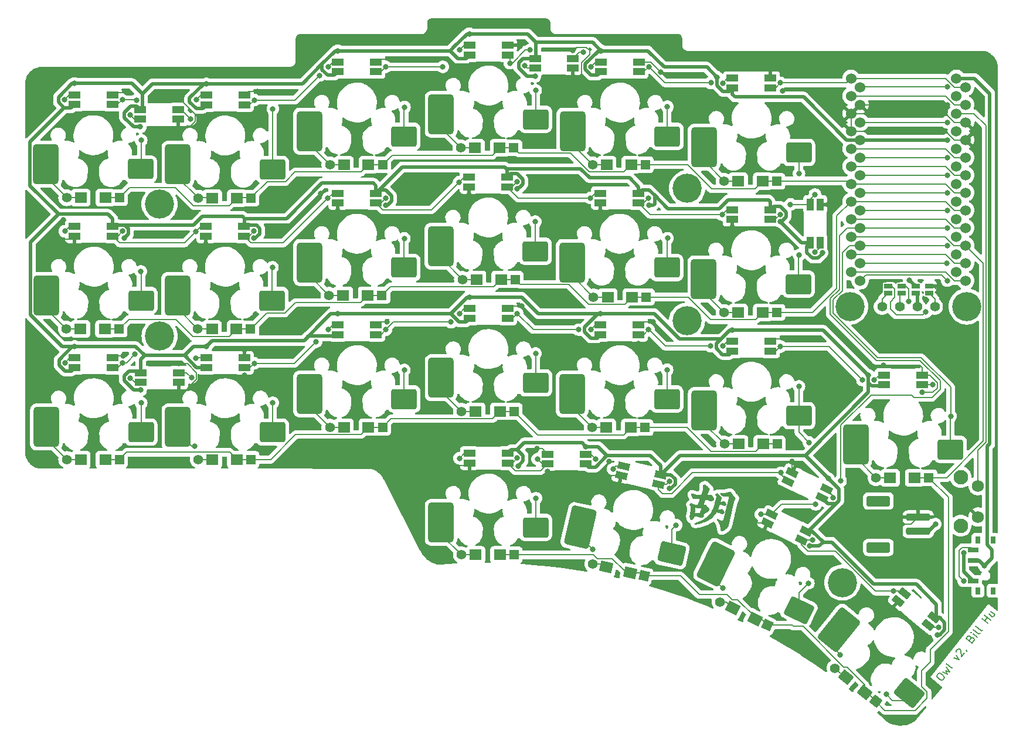
<source format=gtl>
G04 #@! TF.GenerationSoftware,KiCad,Pcbnew,7.0.8*
G04 #@! TF.CreationDate,2023-10-25T23:55:58+08:00*
G04 #@! TF.ProjectId,owl,6f776c2e-6b69-4636-9164-5f7063625858,rev?*
G04 #@! TF.SameCoordinates,Original*
G04 #@! TF.FileFunction,Copper,L1,Top*
G04 #@! TF.FilePolarity,Positive*
%FSLAX46Y46*%
G04 Gerber Fmt 4.6, Leading zero omitted, Abs format (unit mm)*
G04 Created by KiCad (PCBNEW 7.0.8) date 2023-10-25 23:55:58*
%MOMM*%
%LPD*%
G01*
G04 APERTURE LIST*
G04 Aperture macros list*
%AMRoundRect*
0 Rectangle with rounded corners*
0 $1 Rounding radius*
0 $2 $3 $4 $5 $6 $7 $8 $9 X,Y pos of 4 corners*
0 Add a 4 corners polygon primitive as box body*
4,1,4,$2,$3,$4,$5,$6,$7,$8,$9,$2,$3,0*
0 Add four circle primitives for the rounded corners*
1,1,$1+$1,$2,$3*
1,1,$1+$1,$4,$5*
1,1,$1+$1,$6,$7*
1,1,$1+$1,$8,$9*
0 Add four rect primitives between the rounded corners*
20,1,$1+$1,$2,$3,$4,$5,0*
20,1,$1+$1,$4,$5,$6,$7,0*
20,1,$1+$1,$6,$7,$8,$9,0*
20,1,$1+$1,$8,$9,$2,$3,0*%
%AMRotRect*
0 Rectangle, with rotation*
0 The origin of the aperture is its center*
0 $1 length*
0 $2 width*
0 $3 Rotation angle, in degrees counterclockwise*
0 Add horizontal line*
21,1,$1,$2,0,0,$3*%
G04 Aperture macros list end*
%ADD10C,0.200000*%
G04 #@! TA.AperFunction,NonConductor*
%ADD11C,0.200000*%
G04 #@! TD*
G04 #@! TA.AperFunction,ComponentPad*
%ADD12R,1.397000X1.397000*%
G04 #@! TD*
G04 #@! TA.AperFunction,SMDPad,CuDef*
%ADD13R,1.800000X1.500000*%
G04 #@! TD*
G04 #@! TA.AperFunction,ComponentPad*
%ADD14C,1.397000*%
G04 #@! TD*
G04 #@! TA.AperFunction,SMDPad,CuDef*
%ADD15R,0.800000X1.000000*%
G04 #@! TD*
G04 #@! TA.AperFunction,SMDPad,CuDef*
%ADD16R,1.500000X0.700000*%
G04 #@! TD*
G04 #@! TA.AperFunction,ComponentPad*
%ADD17C,4.200000*%
G04 #@! TD*
G04 #@! TA.AperFunction,SMDPad,CuDef*
%ADD18RoundRect,0.344204X-1.514196X-1.115796X1.514196X-1.115796X1.514196X1.115796X-1.514196X1.115796X0*%
G04 #@! TD*
G04 #@! TA.AperFunction,SMDPad,CuDef*
%ADD19RoundRect,0.432496X-1.398404X-2.445004X1.398404X-2.445004X1.398404X2.445004X-1.398404X2.445004X0*%
G04 #@! TD*
G04 #@! TA.AperFunction,SMDPad,CuDef*
%ADD20RotRect,1.700000X1.000000X334.000000*%
G04 #@! TD*
G04 #@! TA.AperFunction,SMDPad,CuDef*
%ADD21R,1.700000X1.000000*%
G04 #@! TD*
G04 #@! TA.AperFunction,SMDPad,CuDef*
%ADD22R,1.143000X0.635000*%
G04 #@! TD*
G04 #@! TA.AperFunction,ComponentPad*
%ADD23RotRect,1.397000X1.397000X154.000000*%
G04 #@! TD*
G04 #@! TA.AperFunction,SMDPad,CuDef*
%ADD24RotRect,1.800000X1.500000X154.000000*%
G04 #@! TD*
G04 #@! TA.AperFunction,SMDPad,CuDef*
%ADD25R,1.000000X1.700000*%
G04 #@! TD*
G04 #@! TA.AperFunction,SMDPad,CuDef*
%ADD26RotRect,1.700000X1.000000X154.000000*%
G04 #@! TD*
G04 #@! TA.AperFunction,ComponentPad*
%ADD27RotRect,1.397000X1.397000X167.000000*%
G04 #@! TD*
G04 #@! TA.AperFunction,SMDPad,CuDef*
%ADD28RotRect,1.800000X1.500000X167.000000*%
G04 #@! TD*
G04 #@! TA.AperFunction,ComponentPad*
%ADD29C,2.100000*%
G04 #@! TD*
G04 #@! TA.AperFunction,ComponentPad*
%ADD30C,1.750000*%
G04 #@! TD*
G04 #@! TA.AperFunction,SMDPad,CuDef*
%ADD31RotRect,1.700000X1.000000X347.000000*%
G04 #@! TD*
G04 #@! TA.AperFunction,SMDPad,CuDef*
%ADD32RoundRect,0.344204X-1.878944X0.085778X0.474558X-1.820051X1.878944X-0.085778X-0.474558X1.820051X0*%
G04 #@! TD*
G04 #@! TA.AperFunction,SMDPad,CuDef*
%ADD33RoundRect,0.432496X-2.625455X-1.020081X-0.451927X-2.780169X2.625455X1.020081X0.451927X2.780169X0*%
G04 #@! TD*
G04 #@! TA.AperFunction,SMDPad,CuDef*
%ADD34RotRect,1.700000X1.000000X321.000000*%
G04 #@! TD*
G04 #@! TA.AperFunction,ComponentPad*
%ADD35RotRect,1.397000X1.397000X141.000000*%
G04 #@! TD*
G04 #@! TA.AperFunction,SMDPad,CuDef*
%ADD36RotRect,1.800000X1.500000X141.000000*%
G04 #@! TD*
G04 #@! TA.AperFunction,SMDPad,CuDef*
%ADD37RoundRect,0.344204X-1.850083X-0.339091X0.871818X-1.666651X1.850083X0.339091X-0.871818X1.666651X0*%
G04 #@! TD*
G04 #@! TA.AperFunction,SMDPad,CuDef*
%ADD38RoundRect,0.432496X-2.328696X-1.584535X0.185058X-2.810575X2.328696X1.584535X-0.185058X2.810575X0*%
G04 #@! TD*
G04 #@! TA.AperFunction,SMDPad,CuDef*
%ADD39RoundRect,0.250000X-1.500000X0.250000X-1.500000X-0.250000X1.500000X-0.250000X1.500000X0.250000X0*%
G04 #@! TD*
G04 #@! TA.AperFunction,SMDPad,CuDef*
%ADD40RoundRect,0.250001X-1.449999X0.499999X-1.449999X-0.499999X1.449999X-0.499999X1.449999X0.499999X0*%
G04 #@! TD*
G04 #@! TA.AperFunction,SMDPad,CuDef*
%ADD41RoundRect,0.344204X-1.726387X-0.746578X1.224388X-1.427818X1.726387X0.746578X-1.224388X1.427818X0*%
G04 #@! TD*
G04 #@! TA.AperFunction,SMDPad,CuDef*
%ADD42RoundRect,0.432496X-1.912569X-2.067766X0.812557X-2.696911X1.912569X2.067766X-0.812557X2.696911X0*%
G04 #@! TD*
G04 #@! TA.AperFunction,ComponentPad*
%ADD43C,1.524000*%
G04 #@! TD*
G04 #@! TA.AperFunction,ViaPad*
%ADD44C,0.800000*%
G04 #@! TD*
G04 #@! TA.AperFunction,Conductor*
%ADD45C,0.200000*%
G04 #@! TD*
G04 #@! TA.AperFunction,Conductor*
%ADD46C,0.500000*%
G04 #@! TD*
G04 APERTURE END LIST*
D10*
D11*
X206335856Y-145712343D02*
X206466288Y-145548368D01*
X206466288Y-145548368D02*
X206572498Y-145498988D01*
X206572498Y-145498988D02*
X206719701Y-145482216D01*
X206719701Y-145482216D02*
X206916284Y-145571654D01*
X206916284Y-145571654D02*
X207203240Y-145799909D01*
X207203240Y-145799909D02*
X207334607Y-145971335D01*
X207334607Y-145971335D02*
X207351379Y-146118538D01*
X207351379Y-146118538D02*
X207327157Y-146233134D01*
X207327157Y-146233134D02*
X207196725Y-146397109D01*
X207196725Y-146397109D02*
X207090516Y-146446488D01*
X207090516Y-146446488D02*
X206943312Y-146463260D01*
X206943312Y-146463260D02*
X206746730Y-146373822D01*
X206746730Y-146373822D02*
X206459773Y-146145567D01*
X206459773Y-146145567D02*
X206328406Y-145974141D01*
X206328406Y-145974141D02*
X206311634Y-145826938D01*
X206311634Y-145826938D02*
X206335856Y-145712343D01*
X207144539Y-145284698D02*
X207848884Y-145577233D01*
X207848884Y-145577233D02*
X207569378Y-145087179D01*
X207569378Y-145087179D02*
X208109747Y-145249283D01*
X208109747Y-145249283D02*
X207666266Y-144628798D01*
X208598866Y-144634377D02*
X208492656Y-144683757D01*
X208492656Y-144683757D02*
X208378061Y-144659534D01*
X208378061Y-144659534D02*
X207640173Y-144072592D01*
X208742326Y-143276004D02*
X209479279Y-143527546D01*
X209479279Y-143527546D02*
X209068406Y-142866066D01*
X209091692Y-142416071D02*
X209083306Y-142342469D01*
X209083306Y-142342469D02*
X209107528Y-142227874D01*
X209107528Y-142227874D02*
X209270568Y-142022905D01*
X209270568Y-142022905D02*
X209376777Y-141973525D01*
X209376777Y-141973525D02*
X209450379Y-141965139D01*
X209450379Y-141965139D02*
X209564974Y-141989361D01*
X209564974Y-141989361D02*
X209646962Y-142054577D01*
X209646962Y-142054577D02*
X209737335Y-142193395D01*
X209737335Y-142193395D02*
X209837966Y-143076615D01*
X209837966Y-143076615D02*
X210261868Y-142543696D01*
X210546954Y-142101150D02*
X210587947Y-142133758D01*
X210587947Y-142133758D02*
X210637327Y-142239968D01*
X210637327Y-142239968D02*
X210645713Y-142313570D01*
X211180469Y-140463271D02*
X211319287Y-140372897D01*
X211319287Y-140372897D02*
X211392888Y-140364512D01*
X211392888Y-140364512D02*
X211507484Y-140388734D01*
X211507484Y-140388734D02*
X211630465Y-140486557D01*
X211630465Y-140486557D02*
X211679845Y-140592767D01*
X211679845Y-140592767D02*
X211688231Y-140666369D01*
X211688231Y-140666369D02*
X211664009Y-140780964D01*
X211664009Y-140780964D02*
X211403145Y-141108914D01*
X211403145Y-141108914D02*
X210542276Y-140424148D01*
X210542276Y-140424148D02*
X210770532Y-140137192D01*
X210770532Y-140137192D02*
X210876741Y-140087812D01*
X210876741Y-140087812D02*
X210950343Y-140079426D01*
X210950343Y-140079426D02*
X211064938Y-140103648D01*
X211064938Y-140103648D02*
X211146926Y-140168864D01*
X211146926Y-140168864D02*
X211196306Y-140275074D01*
X211196306Y-140275074D02*
X211204691Y-140348675D01*
X211204691Y-140348675D02*
X211180469Y-140463271D01*
X211180469Y-140463271D02*
X210952214Y-140750227D01*
X212087911Y-140248045D02*
X211513999Y-139791534D01*
X211227042Y-139563279D02*
X211235428Y-139636881D01*
X211235428Y-139636881D02*
X211309030Y-139628495D01*
X211309030Y-139628495D02*
X211300644Y-139554893D01*
X211300644Y-139554893D02*
X211227042Y-139563279D01*
X211227042Y-139563279D02*
X211309030Y-139628495D01*
X212511815Y-139715126D02*
X212405605Y-139764505D01*
X212405605Y-139764505D02*
X212291010Y-139740283D01*
X212291010Y-139740283D02*
X211553122Y-139153341D01*
X212870501Y-139264195D02*
X212764292Y-139313574D01*
X212764292Y-139313574D02*
X212649696Y-139289352D01*
X212649696Y-139289352D02*
X211911809Y-138702410D01*
X213653091Y-138280345D02*
X212792222Y-137595579D01*
X213202159Y-137921658D02*
X213593454Y-137429733D01*
X214044386Y-137788420D02*
X213183517Y-137103654D01*
X214090023Y-136553028D02*
X214663936Y-137009539D01*
X213796552Y-136921972D02*
X214247483Y-137280659D01*
X214247483Y-137280659D02*
X214362079Y-137304881D01*
X214362079Y-137304881D02*
X214468288Y-137255501D01*
X214468288Y-137255501D02*
X214566112Y-137132520D01*
X214566112Y-137132520D02*
X214590334Y-137017924D01*
X214590334Y-137017924D02*
X214581948Y-136944323D01*
G04 #@! TA.AperFunction,EtchedComponent*
G36*
X176439131Y-119266627D02*
G01*
X176451451Y-119268935D01*
X176459673Y-119271012D01*
X176489959Y-119281501D01*
X176519543Y-119297230D01*
X176549643Y-119319446D01*
X176581474Y-119349403D01*
X176616252Y-119388350D01*
X176655191Y-119437538D01*
X176699508Y-119498219D01*
X176747009Y-119566639D01*
X176801593Y-119644063D01*
X176864262Y-119728544D01*
X176931800Y-119815925D01*
X177000990Y-119902054D01*
X177068617Y-119982772D01*
X177073635Y-119988606D01*
X177125711Y-120050899D01*
X177165953Y-120103241D01*
X177194633Y-120146019D01*
X177212023Y-120179621D01*
X177216409Y-120192492D01*
X177220432Y-120221314D01*
X177217572Y-120254251D01*
X177207249Y-120293339D01*
X177188882Y-120340613D01*
X177161887Y-120398108D01*
X177152097Y-120417504D01*
X177131340Y-120458236D01*
X177112242Y-120496266D01*
X177094556Y-120532470D01*
X177078036Y-120567726D01*
X177062439Y-120602913D01*
X177047519Y-120638909D01*
X177033030Y-120676593D01*
X177018727Y-120716841D01*
X177004364Y-120760533D01*
X176989697Y-120808546D01*
X176974480Y-120861759D01*
X176958468Y-120921048D01*
X176941415Y-120987294D01*
X176923076Y-121061373D01*
X176903207Y-121144164D01*
X176881560Y-121236544D01*
X176857893Y-121339394D01*
X176831959Y-121453588D01*
X176803512Y-121580007D01*
X176772308Y-121719528D01*
X176738101Y-121873029D01*
X176709155Y-122003126D01*
X176660239Y-122222952D01*
X176614614Y-122427758D01*
X176572159Y-122618069D01*
X176532749Y-122794416D01*
X176496264Y-122957325D01*
X176462580Y-123107324D01*
X176431576Y-123244941D01*
X176403127Y-123370705D01*
X176377111Y-123485144D01*
X176353407Y-123588784D01*
X176331891Y-123682154D01*
X176312441Y-123765782D01*
X176294935Y-123840197D01*
X176279249Y-123905926D01*
X176265261Y-123963496D01*
X176252849Y-124013437D01*
X176241889Y-124056275D01*
X176232261Y-124092539D01*
X176223839Y-124122757D01*
X176216503Y-124147457D01*
X176210130Y-124167166D01*
X176204597Y-124182413D01*
X176201326Y-124190331D01*
X176155994Y-124278519D01*
X176097139Y-124368811D01*
X176026520Y-124458859D01*
X175945902Y-124546311D01*
X175904543Y-124586330D01*
X175832730Y-124649702D01*
X175756400Y-124710546D01*
X175677348Y-124767830D01*
X175597371Y-124820525D01*
X175518263Y-124867602D01*
X175441820Y-124908031D01*
X175369838Y-124940782D01*
X175304114Y-124964827D01*
X175246441Y-124979135D01*
X175213151Y-124982763D01*
X175180704Y-124983147D01*
X175159416Y-124980623D01*
X175144610Y-124973899D01*
X175131610Y-124961692D01*
X175130012Y-124959868D01*
X175115970Y-124941537D01*
X175107273Y-124927268D01*
X175101629Y-124910341D01*
X175094259Y-124880280D01*
X175085651Y-124839712D01*
X175076293Y-124791265D01*
X175066677Y-124737569D01*
X175057287Y-124681251D01*
X175048616Y-124624941D01*
X175041345Y-124572747D01*
X175034264Y-124523548D01*
X175024617Y-124463618D01*
X175013239Y-124397776D01*
X175000969Y-124330841D01*
X174988643Y-124267633D01*
X174986794Y-124258545D01*
X174958702Y-124129511D01*
X174929710Y-124014282D01*
X174898847Y-123910739D01*
X174865140Y-123816768D01*
X174827617Y-123730254D01*
X174785306Y-123649078D01*
X174737233Y-123571126D01*
X174682428Y-123494281D01*
X174619917Y-123416427D01*
X174577153Y-123367051D01*
X174537882Y-123319923D01*
X174511208Y-123280710D01*
X174496721Y-123248135D01*
X174494016Y-123220928D01*
X174502687Y-123197814D01*
X174517791Y-123181199D01*
X174545312Y-123164805D01*
X174577779Y-123159354D01*
X174616623Y-123165058D01*
X174663269Y-123182130D01*
X174719148Y-123210785D01*
X174720277Y-123211424D01*
X174798142Y-123255596D01*
X174863676Y-123292609D01*
X174918360Y-123323211D01*
X174963683Y-123348145D01*
X175001130Y-123368157D01*
X175032186Y-123383993D01*
X175058339Y-123396399D01*
X175081074Y-123406119D01*
X175101875Y-123413899D01*
X175122231Y-123420483D01*
X175143625Y-123426618D01*
X175155922Y-123429949D01*
X175196493Y-123440396D01*
X175225693Y-123446584D01*
X175247353Y-123449002D01*
X175265297Y-123448133D01*
X175278885Y-123445555D01*
X175323898Y-123427598D01*
X175364409Y-123395619D01*
X175400833Y-123349146D01*
X175433592Y-123287715D01*
X175445896Y-123258513D01*
X175450575Y-123243950D01*
X175458823Y-123215112D01*
X175470415Y-123172886D01*
X175485126Y-123118157D01*
X175502732Y-123051811D01*
X175523007Y-122974733D01*
X175545725Y-122887809D01*
X175570663Y-122791925D01*
X175597594Y-122687968D01*
X175626294Y-122576822D01*
X175656537Y-122459372D01*
X175688098Y-122336506D01*
X175720753Y-122209108D01*
X175754277Y-122078065D01*
X175788443Y-121944261D01*
X175823027Y-121808584D01*
X175857803Y-121671918D01*
X175892548Y-121535150D01*
X175927036Y-121399164D01*
X175961041Y-121264847D01*
X175994339Y-121133084D01*
X176026704Y-121004763D01*
X176057911Y-120880767D01*
X176087735Y-120761982D01*
X176115951Y-120649295D01*
X176142335Y-120543590D01*
X176166660Y-120445755D01*
X176188702Y-120356675D01*
X176208236Y-120277234D01*
X176225035Y-120208319D01*
X176238878Y-120150817D01*
X176249536Y-120105612D01*
X176256784Y-120073590D01*
X176260400Y-120055636D01*
X176260769Y-120052155D01*
X176256686Y-120034254D01*
X176247549Y-120020347D01*
X176231008Y-120009113D01*
X176204711Y-119999229D01*
X176166307Y-119989376D01*
X176138322Y-119983312D01*
X176100095Y-119976108D01*
X176058426Y-119969889D01*
X176011392Y-119964501D01*
X175957071Y-119959786D01*
X175893541Y-119955590D01*
X175818880Y-119951756D01*
X175731164Y-119948128D01*
X175682745Y-119946376D01*
X175600450Y-119943093D01*
X175532398Y-119939382D01*
X175476909Y-119935051D01*
X175432306Y-119929906D01*
X175396913Y-119923749D01*
X175369051Y-119916389D01*
X175347045Y-119907630D01*
X175346609Y-119907418D01*
X175308538Y-119884047D01*
X175264915Y-119849428D01*
X175218048Y-119806157D01*
X175170247Y-119756828D01*
X175123825Y-119704038D01*
X175081090Y-119650379D01*
X175044353Y-119598446D01*
X175015925Y-119550836D01*
X175001607Y-119519942D01*
X174991150Y-119479760D01*
X174993715Y-119448318D01*
X175008641Y-119426219D01*
X175035267Y-119414062D01*
X175072934Y-119412452D01*
X175111874Y-119419494D01*
X175165611Y-119431410D01*
X175222207Y-119439828D01*
X175282821Y-119444635D01*
X175348614Y-119445717D01*
X175420742Y-119442963D01*
X175500367Y-119436259D01*
X175588646Y-119425491D01*
X175686740Y-119410548D01*
X175795808Y-119391316D01*
X175917009Y-119367682D01*
X176051501Y-119339534D01*
X176147268Y-119318615D01*
X176219277Y-119302719D01*
X176277550Y-119290054D01*
X176323881Y-119280347D01*
X176360061Y-119273326D01*
X176387882Y-119268716D01*
X176409140Y-119266246D01*
X176425625Y-119265640D01*
X176439131Y-119266627D01*
G37*
G04 #@! TD.AperFunction*
G04 #@! TA.AperFunction,EtchedComponent*
G36*
X174624855Y-119495029D02*
G01*
X174669373Y-119518144D01*
X174670956Y-119519170D01*
X174715883Y-119551390D01*
X174765828Y-119592266D01*
X174819355Y-119640192D01*
X174875032Y-119693563D01*
X174931423Y-119750775D01*
X174987095Y-119810220D01*
X175040612Y-119870295D01*
X175090542Y-119929392D01*
X175135449Y-119985908D01*
X175173898Y-120038236D01*
X175204457Y-120084771D01*
X175225689Y-120123909D01*
X175235556Y-120151111D01*
X175236429Y-120181750D01*
X175228230Y-120222319D01*
X175211699Y-120270216D01*
X175187578Y-120322834D01*
X175185674Y-120326531D01*
X175172242Y-120354196D01*
X175160145Y-120383575D01*
X175148285Y-120417910D01*
X175135571Y-120460441D01*
X175120905Y-120514412D01*
X175116426Y-120531527D01*
X175079136Y-120674902D01*
X175143386Y-120680978D01*
X175197729Y-120684328D01*
X175251223Y-120683513D01*
X175308065Y-120678176D01*
X175372452Y-120667963D01*
X175429161Y-120656688D01*
X175485686Y-120645138D01*
X175529265Y-120637357D01*
X175562372Y-120633159D01*
X175587480Y-120632352D01*
X175607062Y-120634747D01*
X175623590Y-120640153D01*
X175626645Y-120641531D01*
X175653000Y-120659271D01*
X175683186Y-120688487D01*
X175715862Y-120726928D01*
X175749685Y-120772339D01*
X175783314Y-120822469D01*
X175815405Y-120875065D01*
X175844616Y-120927874D01*
X175869605Y-120978644D01*
X175889031Y-121025124D01*
X175901549Y-121065058D01*
X175905819Y-121096195D01*
X175904449Y-121107731D01*
X175890968Y-121133878D01*
X175864868Y-121162794D01*
X175828799Y-121192756D01*
X175785414Y-121222040D01*
X175737366Y-121248923D01*
X175687305Y-121271681D01*
X175637886Y-121288589D01*
X175618872Y-121293333D01*
X175603657Y-121296378D01*
X175590240Y-121297596D01*
X175575612Y-121296380D01*
X175556770Y-121292119D01*
X175530706Y-121284202D01*
X175494416Y-121272022D01*
X175466539Y-121262433D01*
X175433926Y-121251846D01*
X175392174Y-121239301D01*
X175343459Y-121225358D01*
X175289958Y-121210577D01*
X175233848Y-121195516D01*
X175177307Y-121180737D01*
X175122512Y-121166798D01*
X175071637Y-121154260D01*
X175026862Y-121143681D01*
X174990363Y-121135623D01*
X174964316Y-121130644D01*
X174950899Y-121129304D01*
X174949813Y-121129578D01*
X174945614Y-121137823D01*
X174937250Y-121158838D01*
X174925583Y-121190290D01*
X174911474Y-121229847D01*
X174895788Y-121275172D01*
X174892978Y-121283426D01*
X174849809Y-121407457D01*
X174806850Y-121524935D01*
X174765266Y-121632744D01*
X174730906Y-121716744D01*
X174718036Y-121747905D01*
X174708168Y-121773153D01*
X174702546Y-121789221D01*
X174701770Y-121793216D01*
X174709948Y-121794805D01*
X174730968Y-121796895D01*
X174761769Y-121799227D01*
X174799287Y-121801546D01*
X174804553Y-121801836D01*
X174914597Y-121803174D01*
X175036215Y-121795998D01*
X175167311Y-121780457D01*
X175233207Y-121774367D01*
X175287815Y-121777293D01*
X175333153Y-121789515D01*
X175366806Y-121808052D01*
X175396699Y-121834169D01*
X175430014Y-121871466D01*
X175465227Y-121917369D01*
X175500813Y-121969302D01*
X175535251Y-122024690D01*
X175567015Y-122080958D01*
X175594581Y-122135531D01*
X175616425Y-122185835D01*
X175631025Y-122229295D01*
X175636856Y-122263334D01*
X175636884Y-122264427D01*
X175633076Y-122290171D01*
X175625048Y-122310614D01*
X175605336Y-122334451D01*
X175573306Y-122361040D01*
X175531942Y-122388729D01*
X175484225Y-122415872D01*
X175433138Y-122440820D01*
X175381664Y-122461924D01*
X175332785Y-122477535D01*
X175315578Y-122481670D01*
X175285954Y-122486700D01*
X175259097Y-122487481D01*
X175231760Y-122483207D01*
X175200693Y-122473064D01*
X175162647Y-122456244D01*
X175114375Y-122431937D01*
X175112752Y-122431092D01*
X175088733Y-122418700D01*
X175067572Y-122408297D01*
X175047150Y-122399194D01*
X175025349Y-122390700D01*
X175000051Y-122382124D01*
X174969135Y-122372776D01*
X174930485Y-122361966D01*
X174881980Y-122349004D01*
X174821502Y-122333198D01*
X174776610Y-122321550D01*
X174714603Y-122305672D01*
X174656332Y-122291118D01*
X174603902Y-122278388D01*
X174559413Y-122267978D01*
X174524972Y-122260383D01*
X174502678Y-122256102D01*
X174496428Y-122255343D01*
X174466668Y-122254048D01*
X174411749Y-122340526D01*
X174284413Y-122526264D01*
X174144475Y-122702568D01*
X173992468Y-122868998D01*
X173828928Y-123025108D01*
X173654391Y-123170459D01*
X173469389Y-123304607D01*
X173274459Y-123427109D01*
X173070135Y-123537523D01*
X172856954Y-123635408D01*
X172835361Y-123644410D01*
X172627824Y-123723989D01*
X172406530Y-123796971D01*
X172172313Y-123863115D01*
X171926014Y-123922179D01*
X171733919Y-123961676D01*
X171678156Y-123971956D01*
X171622761Y-123981438D01*
X171571344Y-123989552D01*
X171527518Y-123995739D01*
X171494892Y-123999432D01*
X171489618Y-123999850D01*
X171435992Y-124000960D01*
X171383539Y-123997267D01*
X171336132Y-123989366D01*
X171297643Y-123977853D01*
X171276860Y-123967138D01*
X171257658Y-123949113D01*
X171244035Y-123928256D01*
X171243751Y-123927572D01*
X171239968Y-123898813D01*
X171252087Y-123870512D01*
X171280110Y-123842664D01*
X171324041Y-123815270D01*
X171383882Y-123788327D01*
X171400415Y-123782000D01*
X171610949Y-123700288D01*
X171819296Y-123612714D01*
X172022668Y-123520584D01*
X172218279Y-123425205D01*
X172403341Y-123327884D01*
X172562408Y-123237444D01*
X172760046Y-123113719D01*
X172943322Y-122984904D01*
X173113197Y-122850228D01*
X173270630Y-122708920D01*
X173416584Y-122560208D01*
X173445763Y-122528080D01*
X173531040Y-122428371D01*
X173609483Y-122326726D01*
X173682225Y-122221172D01*
X173750401Y-122109732D01*
X173815144Y-121990432D01*
X173877589Y-121861298D01*
X173938869Y-121720354D01*
X174000116Y-121565623D01*
X174003741Y-121556053D01*
X174026091Y-121496500D01*
X174046434Y-121441221D01*
X174065227Y-121388664D01*
X174082929Y-121337279D01*
X174100000Y-121285514D01*
X174116898Y-121231820D01*
X174134083Y-121174646D01*
X174152011Y-121112441D01*
X174171143Y-121043654D01*
X174191936Y-120966735D01*
X174214852Y-120880132D01*
X174240347Y-120782297D01*
X174268881Y-120671676D01*
X174291588Y-120583150D01*
X174320569Y-120470029D01*
X174345836Y-120371227D01*
X174367560Y-120285628D01*
X174385916Y-120212111D01*
X174401078Y-120149562D01*
X174413219Y-120096861D01*
X174422511Y-120052890D01*
X174429131Y-120016533D01*
X174433249Y-119986670D01*
X174435042Y-119962185D01*
X174434681Y-119941958D01*
X174432341Y-119924873D01*
X174428194Y-119909812D01*
X174422415Y-119895656D01*
X174415178Y-119881289D01*
X174406655Y-119865592D01*
X174403821Y-119860357D01*
X174383293Y-119826568D01*
X174358745Y-119792340D01*
X174336105Y-119765759D01*
X174309150Y-119733291D01*
X174295931Y-119703712D01*
X174295567Y-119673597D01*
X174304971Y-119644420D01*
X174327080Y-119607562D01*
X174360712Y-119573547D01*
X174407722Y-119540631D01*
X174427388Y-119529209D01*
X174484529Y-119501467D01*
X174534865Y-119486590D01*
X174580829Y-119484477D01*
X174624855Y-119495029D01*
G37*
G04 #@! TD.AperFunction*
G04 #@! TA.AperFunction,EtchedComponent*
G36*
X172860698Y-118220667D02*
G01*
X172884299Y-118231504D01*
X172916927Y-118254207D01*
X172958755Y-118288925D01*
X173009951Y-118335803D01*
X173070688Y-118394990D01*
X173109806Y-118434454D01*
X173146283Y-118470811D01*
X173189943Y-118513035D01*
X173235964Y-118556534D01*
X173279527Y-118596719D01*
X173291011Y-118607094D01*
X173354727Y-118665403D01*
X173406330Y-118715717D01*
X173446391Y-118759668D01*
X173475478Y-118798889D01*
X173494159Y-118835009D01*
X173503004Y-118869660D01*
X173502581Y-118904472D01*
X173493461Y-118941077D01*
X173476210Y-118981107D01*
X173451399Y-119026191D01*
X173442421Y-119041185D01*
X173408905Y-119096962D01*
X173380658Y-119145571D01*
X173356257Y-119189995D01*
X173334277Y-119233213D01*
X173313293Y-119278207D01*
X173291879Y-119327959D01*
X173268611Y-119385451D01*
X173242065Y-119453663D01*
X173229092Y-119487542D01*
X173207712Y-119543752D01*
X173188364Y-119594992D01*
X173171730Y-119639423D01*
X173158495Y-119675206D01*
X173149341Y-119700501D01*
X173144952Y-119713467D01*
X173144675Y-119714778D01*
X173152628Y-119715250D01*
X173174238Y-119715078D01*
X173207257Y-119714317D01*
X173249438Y-119713025D01*
X173298531Y-119711259D01*
X173327692Y-119710106D01*
X173423471Y-119706518D01*
X173504887Y-119704302D01*
X173573447Y-119703624D01*
X173630662Y-119704645D01*
X173678038Y-119707531D01*
X173717087Y-119712444D01*
X173749317Y-119719550D01*
X173776238Y-119729010D01*
X173799358Y-119740990D01*
X173820187Y-119755653D01*
X173831005Y-119764737D01*
X173877319Y-119811953D01*
X173924502Y-119871588D01*
X173970733Y-119940368D01*
X174014196Y-120015021D01*
X174053070Y-120092274D01*
X174085537Y-120168855D01*
X174109777Y-120241490D01*
X174120320Y-120285332D01*
X174126033Y-120319509D01*
X174126438Y-120344389D01*
X174120421Y-120366033D01*
X174106869Y-120390504D01*
X174098675Y-120403061D01*
X174060328Y-120450011D01*
X174009451Y-120496453D01*
X173949363Y-120540331D01*
X173883379Y-120579589D01*
X173814815Y-120612172D01*
X173746988Y-120636025D01*
X173707739Y-120645346D01*
X173670730Y-120650586D01*
X173635806Y-120651170D01*
X173600054Y-120646425D01*
X173560565Y-120635674D01*
X173514426Y-120618243D01*
X173458727Y-120593453D01*
X173434185Y-120581837D01*
X173343217Y-120540484D01*
X173254090Y-120504863D01*
X173161651Y-120473124D01*
X173060744Y-120443418D01*
X173011936Y-120430413D01*
X172883875Y-120397208D01*
X172853729Y-120477796D01*
X172843903Y-120504301D01*
X172829517Y-120543432D01*
X172811426Y-120592848D01*
X172790485Y-120650206D01*
X172767551Y-120713162D01*
X172743479Y-120779373D01*
X172722745Y-120836511D01*
X172699323Y-120900992D01*
X172677117Y-120961900D01*
X172656829Y-121017333D01*
X172639155Y-121065388D01*
X172624797Y-121104163D01*
X172614453Y-121131755D01*
X172608849Y-121146203D01*
X172601779Y-121165604D01*
X172599320Y-121177366D01*
X172599958Y-121178847D01*
X172608841Y-121177717D01*
X172630401Y-121173877D01*
X172661731Y-121167874D01*
X172699922Y-121160256D01*
X172714931Y-121157194D01*
X172758828Y-121148323D01*
X172790983Y-121142567D01*
X172815240Y-121139808D01*
X172835443Y-121139922D01*
X172855438Y-121142787D01*
X172879067Y-121148281D01*
X172891885Y-121151572D01*
X172917578Y-121158405D01*
X172937593Y-121164868D01*
X172955043Y-121172853D01*
X172973038Y-121184250D01*
X172994688Y-121200947D01*
X173023107Y-121224836D01*
X173048636Y-121246801D01*
X173121162Y-121313184D01*
X173189662Y-121383352D01*
X173252841Y-121455526D01*
X173309399Y-121527926D01*
X173358040Y-121598775D01*
X173397464Y-121666295D01*
X173426374Y-121728706D01*
X173443473Y-121784229D01*
X173444476Y-121789300D01*
X173449135Y-121828481D01*
X173446080Y-121862252D01*
X173433963Y-121894527D01*
X173411435Y-121929221D01*
X173385344Y-121960967D01*
X173345651Y-122001928D01*
X173292405Y-122049546D01*
X173226278Y-122103324D01*
X173147938Y-122162767D01*
X173058058Y-122227382D01*
X172957308Y-122296672D01*
X172846358Y-122370142D01*
X172732173Y-122443326D01*
X172564646Y-122549123D01*
X172581532Y-122581136D01*
X172615600Y-122651053D01*
X172638481Y-122711033D01*
X172650340Y-122762300D01*
X172651345Y-122806075D01*
X172641660Y-122843583D01*
X172621549Y-122875931D01*
X172590686Y-122905083D01*
X172547811Y-122934780D01*
X172496648Y-122963156D01*
X172440921Y-122988347D01*
X172384355Y-123008489D01*
X172330675Y-123021716D01*
X172330239Y-123021793D01*
X172307957Y-123025362D01*
X172289566Y-123026562D01*
X172270916Y-123024816D01*
X172247861Y-123019549D01*
X172216251Y-123010183D01*
X172192326Y-123002634D01*
X172105121Y-122974912D01*
X172030816Y-122951419D01*
X171967127Y-122931599D01*
X171911771Y-122914899D01*
X171862462Y-122900763D01*
X171816918Y-122888636D01*
X171772853Y-122877964D01*
X171727985Y-122868192D01*
X171680028Y-122858764D01*
X171626699Y-122849127D01*
X171565716Y-122838723D01*
X171494791Y-122827001D01*
X171416998Y-122814280D01*
X171317407Y-122797999D01*
X171293626Y-122874980D01*
X171281040Y-122912872D01*
X171267777Y-122945257D01*
X171251310Y-122977297D01*
X171229115Y-123014156D01*
X171214219Y-123037330D01*
X171149189Y-123129222D01*
X171083725Y-123206056D01*
X171018060Y-123267606D01*
X170952429Y-123313646D01*
X170900870Y-123338860D01*
X170872500Y-123347184D01*
X170845912Y-123346858D01*
X170825940Y-123342470D01*
X170798407Y-123332503D01*
X170774278Y-123319454D01*
X170766791Y-123313678D01*
X170733574Y-123275603D01*
X170700739Y-123223506D01*
X170669195Y-123159273D01*
X170639849Y-123084794D01*
X170613613Y-123001956D01*
X170609403Y-122986719D01*
X170597422Y-122940894D01*
X170588449Y-122901295D01*
X170582494Y-122865199D01*
X170579568Y-122829882D01*
X170579682Y-122792626D01*
X170582847Y-122750706D01*
X170589074Y-122701401D01*
X170598374Y-122641990D01*
X170610758Y-122569751D01*
X170611094Y-122567832D01*
X170622435Y-122504284D01*
X170636147Y-122429370D01*
X170651433Y-122347323D01*
X170656293Y-122321627D01*
X171356334Y-122321627D01*
X171361665Y-122326356D01*
X171369207Y-122327484D01*
X171380811Y-122328189D01*
X171405978Y-122329929D01*
X171442394Y-122332537D01*
X171487750Y-122335847D01*
X171539734Y-122339691D01*
X171585106Y-122343081D01*
X171675313Y-122349671D01*
X171751079Y-122354782D01*
X171813812Y-122358470D01*
X171864915Y-122360789D01*
X171905796Y-122361793D01*
X171937860Y-122361537D01*
X171962513Y-122360076D01*
X171976623Y-122358282D01*
X172011859Y-122352472D01*
X172060377Y-122249419D01*
X172076831Y-122214185D01*
X172098396Y-122167579D01*
X172123631Y-122112739D01*
X172151096Y-122052802D01*
X172179350Y-121990904D01*
X172206034Y-121932211D01*
X172235000Y-121868251D01*
X172257800Y-121817186D01*
X172274826Y-121777404D01*
X172286472Y-121747293D01*
X172293131Y-121725241D01*
X172295197Y-121709637D01*
X172293063Y-121698871D01*
X172287120Y-121691329D01*
X172277763Y-121685402D01*
X172267454Y-121680445D01*
X172254224Y-121677322D01*
X172226163Y-121673132D01*
X172184321Y-121667989D01*
X172129742Y-121662002D01*
X172063474Y-121655284D01*
X171986563Y-121647946D01*
X171900058Y-121640099D01*
X171836493Y-121634547D01*
X171757435Y-121627717D01*
X171683141Y-121621251D01*
X171615126Y-121615284D01*
X171554910Y-121609954D01*
X171504008Y-121605391D01*
X171463939Y-121601736D01*
X171436219Y-121599121D01*
X171422366Y-121597681D01*
X171421116Y-121597493D01*
X171418965Y-121597072D01*
X171417081Y-121597879D01*
X171415334Y-121601212D01*
X171413594Y-121608369D01*
X171411733Y-121620647D01*
X171409622Y-121639344D01*
X171407131Y-121665758D01*
X171404131Y-121701188D01*
X171400493Y-121746931D01*
X171396087Y-121804285D01*
X171390785Y-121874548D01*
X171384457Y-121959018D01*
X171382446Y-121985891D01*
X171377116Y-122056822D01*
X171372113Y-122122790D01*
X171367571Y-122182110D01*
X171363620Y-122233099D01*
X171360390Y-122274073D01*
X171358011Y-122303349D01*
X171356617Y-122319244D01*
X171356334Y-122321627D01*
X170656293Y-122321627D01*
X170667499Y-122262376D01*
X170683547Y-122178765D01*
X170698781Y-122100721D01*
X170701761Y-122085641D01*
X170719675Y-121993875D01*
X170734266Y-121915688D01*
X170745776Y-121849141D01*
X170754447Y-121792300D01*
X170760521Y-121743224D01*
X170764241Y-121699978D01*
X170765847Y-121660624D01*
X170765583Y-121623226D01*
X170763861Y-121588364D01*
X170758473Y-121527522D01*
X170750321Y-121475843D01*
X170737997Y-121428956D01*
X170736750Y-121425718D01*
X170720092Y-121382487D01*
X170695198Y-121332063D01*
X170663006Y-121275175D01*
X170634502Y-121226600D01*
X170613324Y-121189492D01*
X170598747Y-121161584D01*
X170590039Y-121140609D01*
X170586475Y-121124305D01*
X170587324Y-121110404D01*
X170591860Y-121096640D01*
X170599354Y-121080749D01*
X170600062Y-121079314D01*
X170628324Y-121035475D01*
X170667314Y-120993613D01*
X170713164Y-120956717D01*
X170762003Y-120927775D01*
X170809962Y-120909775D01*
X170823150Y-120907030D01*
X170847332Y-120904291D01*
X170869180Y-120905683D01*
X170894808Y-120912067D01*
X170920465Y-120920747D01*
X170965124Y-120938355D01*
X171019715Y-120962519D01*
X171080614Y-120991452D01*
X171144195Y-121023364D01*
X171206836Y-121056465D01*
X171264910Y-121088968D01*
X171284036Y-121100198D01*
X171377521Y-121155914D01*
X171552782Y-121167683D01*
X171618230Y-121171682D01*
X171668627Y-121173849D01*
X171704736Y-121174191D01*
X171727318Y-121172715D01*
X171737106Y-121169464D01*
X171742120Y-121159469D01*
X171751505Y-121136553D01*
X171764450Y-121102852D01*
X171780151Y-121060500D01*
X171797802Y-121011632D01*
X171813502Y-120967234D01*
X171834156Y-120908285D01*
X171858648Y-120838426D01*
X171885533Y-120761765D01*
X171913373Y-120682412D01*
X171940724Y-120604476D01*
X171966146Y-120532065D01*
X171968184Y-120526263D01*
X171989040Y-120466781D01*
X172008074Y-120412318D01*
X172024675Y-120364632D01*
X172038233Y-120325482D01*
X172048139Y-120296627D01*
X172053783Y-120279826D01*
X172054875Y-120276183D01*
X172047131Y-120275690D01*
X172026181Y-120275205D01*
X171994737Y-120274771D01*
X171955513Y-120274428D01*
X171929684Y-120274285D01*
X171835138Y-120275224D01*
X171740147Y-120279051D01*
X171640996Y-120286032D01*
X171533968Y-120296429D01*
X171415348Y-120310506D01*
X171411487Y-120310998D01*
X171358896Y-120317526D01*
X171309508Y-120323295D01*
X171266269Y-120327988D01*
X171232133Y-120331288D01*
X171210047Y-120332880D01*
X171206599Y-120332976D01*
X171172089Y-120328965D01*
X171141049Y-120315033D01*
X171109897Y-120289210D01*
X171092109Y-120270020D01*
X171064944Y-120234428D01*
X171033859Y-120186250D01*
X171000109Y-120127952D01*
X170964945Y-120062003D01*
X170929624Y-119990873D01*
X170895401Y-119917028D01*
X170863527Y-119842938D01*
X170835258Y-119771069D01*
X170826773Y-119747809D01*
X170812774Y-119706960D01*
X170804300Y-119677327D01*
X170800668Y-119655467D01*
X170801197Y-119637937D01*
X170803144Y-119628385D01*
X170820308Y-119587951D01*
X170847644Y-119553426D01*
X170881880Y-119527529D01*
X170919738Y-119512984D01*
X170944440Y-119510894D01*
X170967615Y-119514435D01*
X171005592Y-119523693D01*
X171058320Y-119538655D01*
X171125751Y-119559307D01*
X171168559Y-119572917D01*
X171279644Y-119607423D01*
X171380366Y-119635931D01*
X171474734Y-119659275D01*
X171566762Y-119678291D01*
X171660464Y-119693813D01*
X171759854Y-119706675D01*
X171861383Y-119717025D01*
X171905537Y-119720674D01*
X171955009Y-119724109D01*
X172007255Y-119727223D01*
X172059730Y-119729912D01*
X172109892Y-119732069D01*
X172155195Y-119733588D01*
X172193095Y-119734366D01*
X172221050Y-119734294D01*
X172236513Y-119733268D01*
X172238451Y-119732696D01*
X172242977Y-119724454D01*
X172251719Y-119702469D01*
X172264749Y-119666528D01*
X172282137Y-119616425D01*
X172303958Y-119551950D01*
X172330281Y-119472892D01*
X172361177Y-119379045D01*
X172396096Y-119272115D01*
X172421316Y-119192312D01*
X172445551Y-119111215D01*
X172468321Y-119030764D01*
X172489145Y-118952901D01*
X172507547Y-118879566D01*
X172523046Y-118812698D01*
X172535161Y-118754241D01*
X172543417Y-118706131D01*
X172547333Y-118670313D01*
X172547551Y-118658734D01*
X172538198Y-118579465D01*
X172514196Y-118502078D01*
X172497000Y-118464257D01*
X172480205Y-118426390D01*
X172473356Y-118397021D01*
X172476514Y-118372166D01*
X172489743Y-118347840D01*
X172499002Y-118336001D01*
X172529841Y-118308253D01*
X172572824Y-118282076D01*
X172624176Y-118258672D01*
X172680127Y-118239245D01*
X172736902Y-118224997D01*
X172790731Y-118217133D01*
X172837839Y-118216853D01*
X172860698Y-118220667D01*
G37*
G04 #@! TD.AperFunction*
D12*
X145392600Y-88595200D03*
D13*
X143357600Y-88595200D03*
X139807600Y-88595200D03*
D14*
X137772600Y-88595200D03*
D15*
X212215000Y-133550000D03*
X214425000Y-133550000D03*
X212215000Y-126250000D03*
X214425000Y-126250000D03*
D16*
X211565000Y-132150000D03*
X211565000Y-129150000D03*
X211565000Y-127650000D03*
D17*
X193752252Y-92506800D03*
D18*
X91359600Y-110655600D03*
D19*
X77675300Y-109913100D03*
D20*
X187385743Y-124934765D03*
X186772024Y-126193076D03*
X181828657Y-123782035D03*
X182442376Y-122523724D03*
D21*
X144228000Y-73823600D03*
X144228000Y-75223600D03*
X138728000Y-75223600D03*
X138728000Y-73823600D03*
X119779600Y-96559600D03*
X119779600Y-95159600D03*
X125279600Y-95159600D03*
X125279600Y-96559600D03*
D12*
X164185600Y-72034400D03*
D13*
X162150600Y-72034400D03*
X158600600Y-72034400D03*
D14*
X156565600Y-72034400D03*
D18*
X91359600Y-91656400D03*
D19*
X77675300Y-90913900D03*
D12*
X183184800Y-93370400D03*
D13*
X181149800Y-93370400D03*
X177599800Y-93370400D03*
D14*
X175564800Y-93370400D03*
D22*
X205180000Y-90586380D03*
X205180000Y-89585620D03*
D21*
X81730400Y-63336400D03*
X81730400Y-61936400D03*
X87230400Y-61936400D03*
X87230400Y-63336400D03*
D23*
X181834005Y-138525394D03*
D24*
X180004959Y-137633309D03*
X176814241Y-136077091D03*
D14*
X174985195Y-135185006D03*
D25*
X188022000Y-83268000D03*
X189422000Y-83268000D03*
X189422000Y-77768000D03*
X188022000Y-77768000D03*
D21*
X176777200Y-60948800D03*
X176777200Y-59548800D03*
X182277200Y-59548800D03*
X182277200Y-60948800D03*
D26*
X189714824Y-120159676D03*
X190328543Y-118901365D03*
X185385176Y-116490324D03*
X184771457Y-117748635D03*
D22*
X201217600Y-90586380D03*
X201217600Y-89585620D03*
D21*
X119779600Y-58612000D03*
X119779600Y-57212000D03*
X125279600Y-57212000D03*
X125279600Y-58612000D03*
D18*
X110358800Y-72708000D03*
D19*
X96674500Y-71965500D03*
D12*
X107238800Y-114604800D03*
D13*
X105203800Y-114604800D03*
X101653800Y-114604800D03*
D14*
X99618800Y-114604800D03*
D12*
X145237200Y-107645200D03*
D13*
X143202200Y-107645200D03*
X139652200Y-107645200D03*
D14*
X137617200Y-107645200D03*
D18*
X186355600Y-70269600D03*
D19*
X172671300Y-69527100D03*
D27*
X164018337Y-131401333D03*
D28*
X162035494Y-130943557D03*
X158576480Y-130144981D03*
D14*
X156593637Y-129687205D03*
D18*
X91308800Y-72657200D03*
D19*
X77624500Y-71914700D03*
D12*
X164134800Y-109982000D03*
D13*
X162099800Y-109982000D03*
X158549800Y-109982000D03*
D14*
X156514800Y-109982000D03*
D18*
X167305600Y-105880400D03*
D19*
X153621300Y-105137900D03*
D18*
X148357200Y-65494400D03*
D19*
X134672900Y-64751900D03*
D12*
X107185000Y-95758000D03*
D13*
X105150000Y-95758000D03*
X101600000Y-95758000D03*
D14*
X99565000Y-95758000D03*
D12*
X205130400Y-117246400D03*
D13*
X203095400Y-117246400D03*
X199545400Y-117246400D03*
D14*
X197510400Y-117246400D03*
D29*
X209735000Y-117150000D03*
X209735000Y-124160000D03*
D30*
X212225000Y-118400000D03*
X212225000Y-122900000D03*
D18*
X148357200Y-124422400D03*
D19*
X134672900Y-123679900D03*
D21*
X100780400Y-63387200D03*
X100780400Y-61987200D03*
X106280400Y-61987200D03*
X106280400Y-63387200D03*
D17*
X210598652Y-92506800D03*
D12*
X183232600Y-112369600D03*
D13*
X181197600Y-112369600D03*
X177647600Y-112369600D03*
D14*
X175612600Y-112369600D03*
D17*
X94040000Y-96774000D03*
D12*
X88191800Y-95758000D03*
D13*
X86156800Y-95758000D03*
X82606800Y-95758000D03*
D14*
X80571800Y-95758000D03*
D18*
X167305600Y-86881200D03*
D19*
X153621300Y-86138700D03*
D31*
X166412983Y-116827356D03*
X166098052Y-118191474D03*
X160739017Y-116954244D03*
X161053948Y-115590126D03*
D21*
X106236400Y-80946800D03*
X106236400Y-82346800D03*
X100736400Y-82346800D03*
X100736400Y-80946800D03*
D22*
X203198800Y-90586380D03*
X203198800Y-89585620D03*
D21*
X148250000Y-56675000D03*
X148250000Y-58075000D03*
X153750000Y-58075000D03*
X153750000Y-56675000D03*
D12*
X145186400Y-69596000D03*
D13*
X143151400Y-69596000D03*
X139601400Y-69596000D03*
D14*
X137566400Y-69596000D03*
D12*
X145237200Y-128371600D03*
D13*
X143202200Y-128371600D03*
X139652200Y-128371600D03*
D14*
X137617200Y-128371600D03*
D21*
X125279600Y-76160400D03*
X125279600Y-77560400D03*
X119779600Y-77560400D03*
X119779600Y-76160400D03*
D17*
X170200000Y-94575000D03*
D21*
X138778800Y-94222800D03*
X138778800Y-92822800D03*
X144278800Y-92822800D03*
X144278800Y-94222800D03*
X138778800Y-56173600D03*
X138778800Y-54773600D03*
X144278800Y-54773600D03*
X144278800Y-56173600D03*
D17*
X94030000Y-77724000D03*
D12*
X164335000Y-91135200D03*
D13*
X162300000Y-91135200D03*
X158750000Y-91135200D03*
D14*
X156715000Y-91135200D03*
D18*
X110358800Y-110655600D03*
D19*
X96674500Y-109913100D03*
D18*
X186304800Y-89268800D03*
D19*
X172620500Y-88526300D03*
D12*
X126136400Y-90881200D03*
D13*
X124101400Y-90881200D03*
X120551400Y-90881200D03*
D14*
X118516400Y-90881200D03*
D18*
X208250400Y-113144800D03*
D19*
X194566100Y-112402300D03*
D21*
X163227200Y-76160400D03*
X163227200Y-77560400D03*
X157727200Y-77560400D03*
X157727200Y-76160400D03*
X198672000Y-103824000D03*
X198672000Y-102424000D03*
X204172000Y-102424000D03*
X204172000Y-103824000D03*
X157778000Y-58612000D03*
X157778000Y-57212000D03*
X163278000Y-57212000D03*
X163278000Y-58612000D03*
D18*
X186355600Y-108268000D03*
D19*
X172671300Y-107525500D03*
D18*
X148357200Y-103543600D03*
D19*
X134672900Y-102801100D03*
D21*
X91250000Y-64075000D03*
X91250000Y-65475000D03*
X96750000Y-65475000D03*
X96750000Y-64075000D03*
X155550000Y-115225000D03*
X155550000Y-113825000D03*
X150050000Y-113825000D03*
X150050000Y-115225000D03*
X176777200Y-98947200D03*
X176777200Y-97547200D03*
X182277200Y-97547200D03*
X182277200Y-98947200D03*
D32*
X202315988Y-148352843D03*
D33*
X192148560Y-139164003D03*
D34*
X205879276Y-137432229D03*
X204998227Y-138520233D03*
X200723924Y-135058971D03*
X201604973Y-133970967D03*
D35*
X197484568Y-149524953D03*
D36*
X195903076Y-148244286D03*
X193144208Y-146010198D03*
D14*
X191562716Y-144729531D03*
D21*
X144278800Y-113701600D03*
X144278800Y-115101600D03*
X138778800Y-115101600D03*
X138778800Y-113701600D03*
X87281200Y-80935600D03*
X87281200Y-82335600D03*
X81781200Y-82335600D03*
X81781200Y-80935600D03*
D17*
X192650000Y-132370000D03*
D21*
X157727200Y-96559600D03*
X157727200Y-95159600D03*
X163227200Y-95159600D03*
X163227200Y-96559600D03*
D17*
X170230800Y-75438000D03*
D14*
X198374000Y-92506800D03*
X200914000Y-92506800D03*
X203454000Y-92506800D03*
X205994000Y-92506800D03*
D12*
X126238000Y-72034400D03*
D13*
X124203000Y-72034400D03*
X120653000Y-72034400D03*
D14*
X118618000Y-72034400D03*
D12*
X88239600Y-114604800D03*
D13*
X86204600Y-114604800D03*
X82654600Y-114604800D03*
D14*
X80619600Y-114604800D03*
D21*
X100780400Y-101334800D03*
X100780400Y-99934800D03*
X106280400Y-99934800D03*
X106280400Y-101334800D03*
X81781200Y-101334800D03*
X81781200Y-99934800D03*
X87281200Y-99934800D03*
X87281200Y-101334800D03*
D37*
X186359564Y-136361401D03*
D38*
X174385688Y-129695245D03*
D12*
X126238000Y-109931200D03*
D13*
X124203000Y-109931200D03*
X120653000Y-109931200D03*
D14*
X118618000Y-109931200D03*
D18*
X148306400Y-84544400D03*
D19*
X134622100Y-83801900D03*
D21*
X91300000Y-102075000D03*
X91300000Y-103475000D03*
X96800000Y-103475000D03*
X96800000Y-102075000D03*
X182226400Y-78548000D03*
X182226400Y-79948000D03*
X176726400Y-79948000D03*
X176726400Y-78548000D03*
D12*
X183184800Y-74425000D03*
D13*
X181149800Y-74425000D03*
X177599800Y-74425000D03*
D14*
X175564800Y-74425000D03*
D18*
X167356400Y-67932800D03*
D19*
X153672100Y-67190300D03*
D12*
X88235000Y-76800000D03*
D13*
X86200000Y-76800000D03*
X82650000Y-76800000D03*
D14*
X80615000Y-76800000D03*
D39*
X203600000Y-122950000D03*
X203600000Y-124950000D03*
D40*
X197850000Y-120600000D03*
X197850000Y-127300000D03*
D18*
X129358000Y-67932800D03*
D19*
X115673700Y-67190300D03*
D18*
X129358000Y-86881200D03*
D19*
X115673700Y-86138700D03*
D18*
X129358000Y-105880400D03*
D19*
X115673700Y-105137900D03*
D12*
X107238800Y-76850000D03*
D13*
X105203800Y-76850000D03*
X101653800Y-76850000D03*
D14*
X99618800Y-76850000D03*
D18*
X110308000Y-91656400D03*
D19*
X96623700Y-90913900D03*
D41*
X167983178Y-128195076D03*
D42*
X154816632Y-124393309D03*
D22*
X199236400Y-90586380D03*
X199236400Y-89585620D03*
D43*
X210448652Y-60833000D03*
X193902252Y-59563000D03*
X210448652Y-63373000D03*
X193902252Y-62103000D03*
X210448652Y-65913000D03*
X193902252Y-64643000D03*
X210448652Y-68453000D03*
X193902252Y-67183000D03*
X210448652Y-70993000D03*
X193902252Y-69723000D03*
X210448652Y-73533000D03*
X193902252Y-72263000D03*
X210448652Y-76073000D03*
X193902252Y-74803000D03*
X210448652Y-78613000D03*
X193902252Y-77343000D03*
X210448652Y-81153000D03*
X193902252Y-79883000D03*
X210448652Y-83693000D03*
X193902252Y-82423000D03*
X210448652Y-86233000D03*
X193902252Y-84963000D03*
X210448652Y-88773000D03*
X193902252Y-87503000D03*
X209122252Y-87503000D03*
X195208652Y-88773000D03*
X209122252Y-84963000D03*
X195208652Y-86233000D03*
X209122252Y-82423000D03*
X195208652Y-83693000D03*
X209122252Y-79883000D03*
X195208652Y-81153000D03*
X209122252Y-77343000D03*
X195208652Y-78613000D03*
X209122252Y-74803000D03*
X195208652Y-76073000D03*
X209122252Y-72263000D03*
X195208652Y-73533000D03*
X209122252Y-69723000D03*
X195208652Y-70993000D03*
X209122252Y-67183000D03*
X195208652Y-68453000D03*
X209122252Y-64643000D03*
X195208652Y-65913000D03*
X209122252Y-62103000D03*
X195208652Y-63373000D03*
X209122252Y-59563000D03*
X195208652Y-60833000D03*
D44*
X99115016Y-112666570D03*
X156556917Y-127570911D03*
X175361143Y-133176528D03*
X192318207Y-142793861D03*
X106275000Y-64800000D03*
X187425000Y-92325000D03*
X136600000Y-115500000D03*
X127625000Y-56800000D03*
X106300000Y-98835300D03*
X106275000Y-102434300D03*
X194750000Y-95400000D03*
X88732082Y-99618797D03*
X166403848Y-58621152D03*
X182275000Y-58175000D03*
X163225000Y-97850000D03*
X146374312Y-92425688D03*
X184050000Y-61350000D03*
X96790000Y-100760000D03*
X146114945Y-54902092D03*
X184775000Y-119375000D03*
X157730000Y-78730000D03*
X204150000Y-104923500D03*
X80125000Y-80025000D03*
X192100000Y-125625000D03*
X176725000Y-81047500D03*
X181100000Y-121200000D03*
X89260500Y-61660000D03*
X198625000Y-101000000D03*
X96750000Y-62610000D03*
X79625000Y-82750000D03*
X108150000Y-61475000D03*
X144600000Y-58780000D03*
X96790000Y-105050000D03*
X126836636Y-94737812D03*
X127475000Y-59025000D03*
X117275000Y-76150000D03*
X158968420Y-114910976D03*
X138725000Y-76323100D03*
X199775000Y-136175000D03*
X87225000Y-64750000D03*
X100736400Y-83446300D03*
X158600000Y-116950000D03*
X136100000Y-73850000D03*
X136625000Y-113300000D03*
X150050000Y-116324500D03*
X179800000Y-123782035D03*
X207775000Y-63373000D03*
X153760000Y-59350000D03*
X185375000Y-114901454D03*
X187400000Y-94375000D03*
X212301000Y-67175000D03*
X190521500Y-77775000D03*
X201125000Y-123975000D03*
X165325000Y-94725000D03*
X153750000Y-55560000D03*
X184400000Y-97150000D03*
X199575688Y-94349312D03*
X119775000Y-78659900D03*
X148550000Y-113049000D03*
X206087500Y-123937500D03*
X210200000Y-128050000D03*
X176775000Y-95925000D03*
X190625000Y-117362132D03*
X207852252Y-68453000D03*
X138785600Y-53136800D03*
X187939114Y-127107568D03*
X183676019Y-80253180D03*
X196404854Y-102443972D03*
X88976598Y-82626598D03*
X126729214Y-77856530D03*
X155550000Y-112725500D03*
X145678074Y-75517471D03*
X157725000Y-93525000D03*
X91250000Y-66574500D03*
X119800000Y-93525000D03*
X206412978Y-139934984D03*
X81737200Y-60299600D03*
X138775000Y-91175000D03*
X107685900Y-82638630D03*
X167697954Y-118797011D03*
X100800000Y-98275000D03*
X189736532Y-84717500D03*
X119786400Y-55575200D03*
X174525000Y-59400000D03*
X145834042Y-115532754D03*
X202291300Y-88678120D03*
X164676700Y-77875233D03*
X100787200Y-60350400D03*
X91300000Y-104574500D03*
X81775000Y-98300000D03*
X157784800Y-55575200D03*
X148250000Y-59274500D03*
X202200000Y-91725000D03*
X204700000Y-93300000D03*
X80306466Y-62609607D03*
X80364210Y-81640861D03*
X118361291Y-76869544D03*
X107654066Y-81639561D03*
X137361872Y-55478681D03*
X134943261Y-57906739D03*
X126696590Y-57906739D03*
X164696309Y-57902856D03*
X175356329Y-60231849D03*
X173656829Y-60223400D03*
X183699841Y-60226236D03*
X175309088Y-79254200D03*
X164648873Y-76840928D03*
X156308891Y-95850456D03*
X154550500Y-95850000D03*
X145696361Y-93529731D03*
X175357925Y-98235155D03*
X164642752Y-95858476D03*
X173618100Y-98236455D03*
X183698873Y-98266672D03*
X195550500Y-103128389D03*
X197250327Y-103143472D03*
X207775000Y-65913000D03*
X91379875Y-68525000D03*
X207775000Y-70993000D03*
X91336300Y-87450000D03*
X91387100Y-106450000D03*
X110335500Y-86835500D03*
X110400000Y-63971650D03*
X148384700Y-120200000D03*
X110386300Y-106425000D03*
X207775000Y-73533000D03*
X207775000Y-76073000D03*
X168625000Y-124075000D03*
X129385500Y-82675000D03*
X129385500Y-101675000D03*
X129400000Y-63700000D03*
X148306400Y-80250000D03*
X207775000Y-78613000D03*
X148333900Y-99300000D03*
X187738589Y-132463776D03*
X148350000Y-61275000D03*
X207800000Y-81153000D03*
X192375000Y-117700000D03*
X167383900Y-82650000D03*
X199025000Y-148525000D03*
X167333100Y-101650000D03*
X167375000Y-63675000D03*
X186383100Y-85075000D03*
X186383100Y-73325000D03*
X186383100Y-104050000D03*
X207775000Y-83693000D03*
X187825000Y-112150000D03*
X208277900Y-108333644D03*
X207800000Y-88773000D03*
X207750000Y-86233000D03*
X99311207Y-81677821D03*
X88698512Y-81629400D03*
X126695743Y-76857588D03*
X137307129Y-74540551D03*
X145644928Y-74518519D03*
X156250000Y-76825000D03*
X136136812Y-94763188D03*
X126697161Y-95866531D03*
X137362537Y-93525956D03*
X88649675Y-62624355D03*
X89810169Y-64867758D03*
X90700216Y-62725500D03*
X99363472Y-62682119D03*
X98480000Y-65470000D03*
X80364210Y-100629539D03*
X137358161Y-114417826D03*
X188712856Y-84686309D03*
X205676500Y-103824000D03*
X88702071Y-100617849D03*
X89802666Y-102846502D03*
X90499500Y-99412500D03*
X98650000Y-102775000D03*
X99310000Y-99950000D03*
X159516607Y-115944489D03*
X156972253Y-114503685D03*
X148633131Y-114529909D03*
X145694943Y-114404412D03*
X188800000Y-121075000D03*
X180864758Y-122522902D03*
X191297285Y-120147246D03*
X167651842Y-117798573D03*
X183791248Y-116514543D03*
X146792185Y-57740809D03*
X147529959Y-55474232D03*
X144621860Y-57350500D03*
X155250000Y-55779500D03*
X156357129Y-57895049D03*
X183643712Y-79254200D03*
X188688764Y-76342160D03*
X185150000Y-77768000D03*
X107697390Y-62692461D03*
X118362288Y-57918200D03*
X117144345Y-59138320D03*
X107715932Y-100706140D03*
X116627853Y-97599500D03*
X118362672Y-95864681D03*
X213175000Y-129975000D03*
X207806193Y-60788487D03*
X210150000Y-132125000D03*
X206543859Y-138863514D03*
X188349346Y-126196132D03*
X200063328Y-133625205D03*
D45*
X86204600Y-76758800D02*
X88239600Y-76758800D01*
X113605600Y-73084400D02*
X123153000Y-73084400D01*
X162150600Y-72034400D02*
X164185600Y-72034400D01*
X161100600Y-73084400D02*
X162150600Y-72034400D01*
X170299286Y-72034400D02*
X173764886Y-75500000D01*
X124203000Y-72034400D02*
X126238000Y-72034400D01*
X145958200Y-70367800D02*
X153373514Y-70367800D01*
X112217000Y-74473000D02*
X113605600Y-73084400D01*
X145186400Y-69596000D02*
X145958200Y-70367800D01*
X173764886Y-75500000D02*
X180021000Y-75500000D01*
X105203800Y-76809600D02*
X107238800Y-76809600D01*
X208848000Y-76073000D02*
X210448652Y-76073000D01*
X193902252Y-74803000D02*
X207578000Y-74803000D01*
X104088400Y-77925000D02*
X105203800Y-76809600D01*
X96347856Y-75311000D02*
X98961856Y-77925000D01*
X109575400Y-74473000D02*
X112217000Y-74473000D01*
X126238000Y-72034400D02*
X127626400Y-70646000D01*
X123153000Y-73084400D02*
X124203000Y-72034400D01*
X142101400Y-70646000D02*
X143151400Y-69596000D01*
X164185600Y-72034400D02*
X170299286Y-72034400D01*
X143151400Y-69596000D02*
X145186400Y-69596000D01*
X193470452Y-74371200D02*
X193902252Y-74803000D01*
X127626400Y-70646000D02*
X142101400Y-70646000D01*
X180021000Y-75500000D02*
X181149800Y-74371200D01*
X156090114Y-73084400D02*
X161100600Y-73084400D01*
X207578000Y-74803000D02*
X208848000Y-76073000D01*
X88239600Y-76758800D02*
X89687400Y-75311000D01*
X183184800Y-74371200D02*
X181149800Y-74371200D01*
X98961856Y-77925000D02*
X104088400Y-77925000D01*
X183184800Y-74371200D02*
X193470452Y-74371200D01*
X153373514Y-70367800D02*
X156090114Y-73084400D01*
X107238800Y-76809600D02*
X109575400Y-74473000D01*
X89687400Y-75311000D02*
X96347856Y-75311000D01*
X77624500Y-73763700D02*
X80619600Y-76758800D01*
X82654600Y-76758800D02*
X80619600Y-76758800D01*
X77624500Y-71914700D02*
X77624500Y-73763700D01*
X99618800Y-76809600D02*
X96674500Y-73865300D01*
X96674500Y-73865300D02*
X96674500Y-71965500D01*
X101653800Y-76809600D02*
X99618800Y-76809600D01*
X118618000Y-72034400D02*
X120653000Y-72034400D01*
X115673700Y-69090100D02*
X115673700Y-67190300D01*
X118618000Y-72034400D02*
X115673700Y-69090100D01*
X134672900Y-66702500D02*
X134672900Y-64751900D01*
X137566400Y-69596000D02*
X139601400Y-69596000D01*
X137566400Y-69596000D02*
X134672900Y-66702500D01*
X153672100Y-69140900D02*
X153672100Y-67190300D01*
X156565600Y-72034400D02*
X158600600Y-72034400D01*
X156565600Y-72034400D02*
X153672100Y-69140900D01*
X175564800Y-74371200D02*
X177599800Y-74371200D01*
X172671300Y-71477700D02*
X172671300Y-69527100D01*
X175564800Y-74371200D02*
X172671300Y-71477700D01*
X143357600Y-88595200D02*
X145392600Y-88595200D01*
X193902252Y-77343000D02*
X191825000Y-79420252D01*
X191825000Y-79420252D02*
X191825000Y-89868628D01*
X208838000Y-78613000D02*
X210448652Y-78613000D01*
X153126656Y-89316200D02*
X155995656Y-92185200D01*
X142307600Y-89645200D02*
X143357600Y-88595200D01*
X104100000Y-96808000D02*
X105150000Y-95758000D01*
X170350086Y-91135200D02*
X173635286Y-94420400D01*
X109524600Y-93421400D02*
X112134120Y-93421400D01*
X124101400Y-90881200D02*
X126136400Y-90881200D01*
X126136400Y-90881200D02*
X127372400Y-89645200D01*
X112134120Y-93421400D02*
X113624320Y-91931200D01*
X107185000Y-95758000D02*
X105150000Y-95758000D01*
X98845656Y-96808000D02*
X104100000Y-96808000D01*
X180099800Y-94420400D02*
X181149800Y-93370400D01*
X191825000Y-89868628D02*
X188323228Y-93370400D01*
X86156800Y-95758000D02*
X88191800Y-95758000D01*
X123051400Y-91931200D02*
X124101400Y-90881200D01*
X155995656Y-92185200D02*
X161250000Y-92185200D01*
X107188000Y-95758000D02*
X109524600Y-93421400D01*
X207568000Y-77343000D02*
X208838000Y-78613000D01*
X127372400Y-89645200D02*
X142307600Y-89645200D01*
X145392600Y-88595200D02*
X146113600Y-89316200D01*
X188323228Y-93370400D02*
X183184800Y-93370400D01*
X161250000Y-92185200D02*
X162300000Y-91135200D01*
X164335000Y-91135200D02*
X162300000Y-91135200D01*
X164335000Y-91135200D02*
X170350086Y-91135200D01*
X193902252Y-77343000D02*
X207568000Y-77343000D01*
X89588800Y-94361000D02*
X96398656Y-94361000D01*
X183184800Y-93370400D02*
X181149800Y-93370400D01*
X173635286Y-94420400D02*
X180099800Y-94420400D01*
X96398656Y-94361000D02*
X98845656Y-96808000D01*
X88191800Y-95758000D02*
X89588800Y-94361000D01*
X107185000Y-95758000D02*
X107188000Y-95758000D01*
X146113600Y-89316200D02*
X153126656Y-89316200D01*
X113624320Y-91931200D02*
X123051400Y-91931200D01*
X80571800Y-95758000D02*
X77675300Y-92861500D01*
X80571800Y-95758000D02*
X82606800Y-95758000D01*
X77675300Y-92861500D02*
X77675300Y-90913900D01*
X99565000Y-95758000D02*
X96623700Y-92816700D01*
X96623700Y-92816700D02*
X96623700Y-90913900D01*
X101600000Y-95758000D02*
X99565000Y-95758000D01*
X115673700Y-88038500D02*
X115673700Y-86138700D01*
X118516400Y-90881200D02*
X115673700Y-88038500D01*
X120551400Y-90881200D02*
X118516400Y-90881200D01*
X137772600Y-88595200D02*
X134622100Y-85444700D01*
X139807600Y-88595200D02*
X137772600Y-88595200D01*
X134622100Y-85444700D02*
X134622100Y-83801900D01*
X156715000Y-91135200D02*
X153621300Y-88041500D01*
X158750000Y-91135200D02*
X156715000Y-91135200D01*
X153621300Y-88041500D02*
X153621300Y-86138700D01*
X172620500Y-90426100D02*
X172620500Y-88526300D01*
X177599800Y-93370400D02*
X175564800Y-93370400D01*
X175564800Y-93370400D02*
X172620500Y-90426100D01*
X181197600Y-112369600D02*
X183232600Y-112369600D01*
X148624000Y-111032000D02*
X161049800Y-111032000D01*
X126238000Y-109931200D02*
X127474000Y-108695200D01*
X207558000Y-79883000D02*
X208828000Y-81153000D01*
X164134800Y-109982000D02*
X170230800Y-109982000D01*
X110070200Y-114604800D02*
X113693800Y-110981200D01*
X89289600Y-113554800D02*
X104153800Y-113554800D01*
X162099800Y-109982000D02*
X164134800Y-109982000D01*
X104153800Y-113554800D02*
X105203800Y-114604800D01*
X127474000Y-108695200D02*
X142152200Y-108695200D01*
X173668400Y-113419600D02*
X180147600Y-113419600D01*
X161049800Y-111032000D02*
X162099800Y-109982000D01*
X124203000Y-109931200D02*
X126238000Y-109931200D01*
X208828000Y-81153000D02*
X210448652Y-81153000D01*
X143202200Y-107645200D02*
X145237200Y-107645200D01*
X123153000Y-110981200D02*
X124203000Y-109931200D01*
X113693800Y-110981200D02*
X123153000Y-110981200D01*
X142152200Y-108695200D02*
X143202200Y-107645200D01*
X145237200Y-107645200D02*
X148624000Y-111032000D01*
X180147600Y-113419600D02*
X181197600Y-112369600D01*
X193902252Y-79883000D02*
X207558000Y-79883000D01*
X107238800Y-114604800D02*
X110070200Y-114604800D01*
X88239600Y-114604800D02*
X89289600Y-113554800D01*
X170230800Y-109982000D02*
X173668400Y-113419600D01*
X105203800Y-114604800D02*
X107238800Y-114604800D01*
X86204600Y-114604800D02*
X88239600Y-114604800D01*
X80619600Y-114604800D02*
X77675300Y-111660500D01*
X80467200Y-114604800D02*
X80619600Y-114604800D01*
X82654600Y-114604800D02*
X80619600Y-114604800D01*
X77675300Y-111660500D02*
X77675300Y-109913100D01*
X96674500Y-110625995D02*
X96674500Y-109913100D01*
X98715075Y-112666570D02*
X96674500Y-110625995D01*
X99618800Y-114604800D02*
X101653800Y-114604800D01*
X99115016Y-112666570D02*
X98715075Y-112666570D01*
X118618000Y-109931200D02*
X115673700Y-106986900D01*
X115673700Y-106986900D02*
X115673700Y-105137900D01*
X120653000Y-109931200D02*
X118618000Y-109931200D01*
X134672900Y-104700900D02*
X134672900Y-102801100D01*
X137617200Y-107645200D02*
X139652200Y-107645200D01*
X137617200Y-107645200D02*
X134672900Y-104700900D01*
X156514800Y-109982000D02*
X158549800Y-109982000D01*
X156514800Y-109982000D02*
X153621300Y-107088500D01*
X153621300Y-107088500D02*
X153621300Y-105137900D01*
X177647600Y-112369600D02*
X175612600Y-112369600D01*
X172671300Y-109428300D02*
X172671300Y-107525500D01*
X175612600Y-112369600D02*
X172671300Y-109428300D01*
X195910747Y-147164579D02*
X195910747Y-148234825D01*
X161143353Y-130663353D02*
X162048689Y-130891104D01*
X145237200Y-128371600D02*
X156692600Y-128371600D01*
X164018337Y-131401333D02*
X163560561Y-130943557D01*
X193902252Y-82423000D02*
X207494950Y-82423000D01*
X203123408Y-150825000D02*
X198784615Y-150825000D01*
X143202200Y-128371600D02*
X145237200Y-128371600D01*
X204875000Y-148175000D02*
X204875000Y-149073408D01*
X159391748Y-128911748D02*
X161143353Y-130663353D01*
X180004959Y-137332959D02*
X180004959Y-137633309D01*
X157232748Y-128911748D02*
X159391748Y-128911748D01*
X176742080Y-134851226D02*
X177523226Y-134851226D01*
X205320657Y-143863297D02*
X204050000Y-145133954D01*
X185567149Y-138668017D02*
X186968017Y-138668017D01*
X156692600Y-128371600D02*
X157232748Y-128911748D01*
X186968017Y-138668017D02*
X192860950Y-144560950D01*
X163560561Y-130943557D02*
X162035494Y-130943557D01*
X207703600Y-117246400D02*
X205130400Y-117246400D01*
X181834005Y-138525394D02*
X185424526Y-138525394D01*
X176015854Y-134125000D02*
X176742080Y-134851226D01*
X196194441Y-148234826D02*
X195910747Y-148234826D01*
X180941920Y-137633309D02*
X180004959Y-137633309D01*
X212998652Y-111951348D02*
X207703600Y-117246400D01*
X205130400Y-117246400D02*
X207943859Y-120059859D01*
X207494950Y-82423000D02*
X208764950Y-83693000D01*
X207943859Y-120059859D02*
X207943859Y-139443414D01*
X177523226Y-134851226D02*
X180004959Y-137332959D01*
X192860950Y-144560950D02*
X193307118Y-144560950D01*
X204050000Y-145133954D02*
X204050000Y-147350000D01*
X203095400Y-117246400D02*
X205130400Y-117246400D01*
X212998652Y-86243000D02*
X212998652Y-111951348D01*
X198784615Y-150825000D02*
X197484568Y-149524953D01*
X204875000Y-149073408D02*
X203123408Y-150825000D01*
X204050000Y-147350000D02*
X204875000Y-148175000D01*
X164018337Y-131401333D02*
X169254012Y-131401333D01*
X171977679Y-134125000D02*
X176015854Y-134125000D01*
X193307118Y-144560950D02*
X195910747Y-147164579D01*
X197484568Y-149524953D02*
X196194441Y-148234826D01*
X181834005Y-138525394D02*
X180941920Y-137633309D01*
X207943859Y-139443414D02*
X205320657Y-142066616D01*
X205320657Y-142066616D02*
X205320657Y-143863297D01*
X210448652Y-83693000D02*
X212998652Y-86243000D01*
X185424526Y-138525394D02*
X185567149Y-138668017D01*
X208764950Y-83693000D02*
X210448652Y-83693000D01*
X169254012Y-131401333D02*
X171977679Y-134125000D01*
X137617200Y-128371600D02*
X137630520Y-128358280D01*
X137617200Y-128371600D02*
X134672900Y-125427300D01*
X139652200Y-128371600D02*
X137617200Y-128371600D01*
X134672900Y-125427300D02*
X134672900Y-123679900D01*
X137630520Y-128358280D02*
X139652101Y-128358280D01*
X156556917Y-127570911D02*
X154816632Y-125830626D01*
X158576480Y-130144981D02*
X158118704Y-129687205D01*
X158118704Y-129687205D02*
X156593637Y-129687205D01*
X154816632Y-125830626D02*
X154816632Y-124393309D01*
X175922156Y-135185006D02*
X174985195Y-135185006D01*
X175361143Y-133176528D02*
X174385688Y-132201073D01*
X176814241Y-136077091D02*
X175922156Y-135185006D01*
X174385688Y-132201073D02*
X174385688Y-129695245D01*
X192318207Y-142793861D02*
X191859453Y-142335107D01*
X191859453Y-139453110D02*
X192148560Y-139164003D01*
X193144208Y-146010198D02*
X193106502Y-146010198D01*
X191859453Y-142335107D02*
X191859453Y-139453110D01*
X193106502Y-146010198D02*
X192120500Y-145287315D01*
X192120500Y-145287315D02*
X191562716Y-144729531D01*
X197510400Y-117246400D02*
X194566100Y-114302100D01*
X199545400Y-117246400D02*
X197510400Y-117246400D01*
X194566100Y-114302100D02*
X194566100Y-112402300D01*
X156130000Y-55530000D02*
X155680000Y-55080000D01*
X204150000Y-104923500D02*
X205726500Y-104923500D01*
X158968420Y-114910976D02*
X159011340Y-114868056D01*
X125691600Y-56800000D02*
X125279600Y-57212000D01*
X106280400Y-98854900D02*
X106300000Y-98835300D01*
X211726652Y-67175000D02*
X210448652Y-68453000D01*
X206376500Y-103534050D02*
X205266450Y-102424000D01*
X153750000Y-58075000D02*
X153750000Y-59340000D01*
X99180000Y-65759950D02*
X98349950Y-66590000D01*
X198625000Y-101000000D02*
X203850000Y-101000000D01*
X201125000Y-123975000D02*
X202588600Y-123975000D01*
X153760000Y-59350000D02*
X154560000Y-59350000D01*
X199575688Y-94349312D02*
X199601876Y-94375500D01*
X182277200Y-58451500D02*
X182275000Y-58449300D01*
X203850000Y-101000000D02*
X204172000Y-101322000D01*
X153750000Y-59340000D02*
X153760000Y-59350000D01*
X182277200Y-59548800D02*
X182277200Y-58177200D01*
X176726400Y-79948000D02*
X176726400Y-81046100D01*
X204880930Y-89585620D02*
X205180000Y-89585620D01*
X157727200Y-77560400D02*
X157727200Y-78727200D01*
X158604244Y-116954244D02*
X160739017Y-116954244D01*
X154560000Y-59350000D02*
X154957129Y-58952871D01*
X182277200Y-58177200D02*
X182275000Y-58175000D01*
X158600000Y-116950000D02*
X158604244Y-116954244D01*
X87506800Y-61660000D02*
X87230400Y-61936400D01*
X190521500Y-77775000D02*
X189429000Y-77775000D01*
X154957129Y-58952871D02*
X154957129Y-57268657D01*
X193902252Y-67183000D02*
X193902252Y-64643000D01*
X98349950Y-66590000D02*
X96750000Y-66590000D01*
X119779600Y-78655300D02*
X119775000Y-78659900D01*
X155680000Y-55080000D02*
X154230000Y-55080000D01*
X205751500Y-89585620D02*
X205180000Y-89585620D01*
X99350000Y-102067818D02*
X99350000Y-103064950D01*
X207543000Y-64643000D02*
X208813000Y-65913000D01*
X97059264Y-62610000D02*
X99180000Y-64730736D01*
X98042182Y-100760000D02*
X99350000Y-102067818D01*
X165325000Y-94725000D02*
X163661800Y-94725000D01*
X189429000Y-77775000D02*
X189422000Y-77768000D01*
X100736400Y-83446300D02*
X100736400Y-82346800D01*
X96750000Y-66590000D02*
X96750000Y-65475000D01*
X205974500Y-94375500D02*
X207250000Y-93100000D01*
X149274000Y-113049000D02*
X150050000Y-113825000D01*
X182275000Y-58449300D02*
X182275000Y-58175000D01*
X204172000Y-101322000D02*
X204172000Y-102424000D01*
X199601876Y-94375500D02*
X205974500Y-94375500D01*
X127625000Y-56800000D02*
X125691600Y-56800000D01*
X199775000Y-136007895D02*
X200723924Y-135058971D01*
X193902252Y-64643000D02*
X207543000Y-64643000D01*
X154230000Y-55080000D02*
X153750000Y-55560000D01*
X89260500Y-61660000D02*
X87506800Y-61660000D01*
X108150000Y-61475000D02*
X106792600Y-61475000D01*
X163287144Y-57202856D02*
X163278000Y-57212000D01*
X144675912Y-92425688D02*
X144278800Y-92822800D01*
X208813000Y-65913000D02*
X210448652Y-65913000D01*
X185375000Y-114901454D02*
X185385176Y-114911630D01*
X96790000Y-100760000D02*
X98042182Y-100760000D01*
X96800000Y-105040000D02*
X96790000Y-105050000D01*
X97364950Y-105050000D02*
X96790000Y-105050000D01*
X159011340Y-114868056D02*
X159603090Y-114868056D01*
X207250000Y-91084120D02*
X205751500Y-89585620D01*
X185385176Y-114911630D02*
X185385176Y-116490324D01*
X146374312Y-92425688D02*
X144675912Y-92425688D01*
X207250000Y-93100000D02*
X207250000Y-91084120D01*
X148550000Y-113049000D02*
X149274000Y-113049000D01*
X166403848Y-58621152D02*
X164985552Y-57202856D01*
X145986453Y-54773600D02*
X144278800Y-54773600D01*
X208842202Y-68453000D02*
X210448652Y-68453000D01*
X87281200Y-99934800D02*
X87597203Y-99618797D01*
X212301000Y-67175000D02*
X211726652Y-67175000D01*
X156130000Y-56095786D02*
X156130000Y-55530000D01*
X96750000Y-62610000D02*
X97059264Y-62610000D01*
X138725000Y-76323100D02*
X138725000Y-75226600D01*
X164985552Y-57202856D02*
X163287144Y-57202856D01*
X193902252Y-67183000D02*
X207572202Y-67183000D01*
X157727200Y-78727200D02*
X157730000Y-78730000D01*
X195208652Y-63373000D02*
X195172252Y-63373000D01*
X125701388Y-94737812D02*
X125279600Y-95159600D01*
X199775000Y-136175000D02*
X199775000Y-136007895D01*
X136600000Y-115500000D02*
X138380400Y-115500000D01*
X126836636Y-94737812D02*
X125701388Y-94737812D01*
X138725000Y-75226600D02*
X138728000Y-75223600D01*
X146114945Y-54902092D02*
X145986453Y-54773600D01*
X99350000Y-103064950D02*
X97364950Y-105050000D01*
X81366800Y-82750000D02*
X81781200Y-82335600D01*
X96800000Y-103475000D02*
X96800000Y-105040000D01*
X202588600Y-123975000D02*
X203611600Y-122952000D01*
X205266450Y-102424000D02*
X204172000Y-102424000D01*
X119779600Y-77560400D02*
X119779600Y-78655300D01*
X207572202Y-67183000D02*
X208842202Y-68453000D01*
X195208652Y-63373000D02*
X207775000Y-63373000D01*
X99180000Y-64730736D02*
X99180000Y-65759950D01*
X154957129Y-57268657D02*
X156130000Y-56095786D01*
X176726400Y-81046100D02*
X176725000Y-81047500D01*
X87597203Y-99618797D02*
X88732082Y-99618797D01*
X182674400Y-97150000D02*
X182277200Y-97547200D01*
X106792600Y-61475000D02*
X106280400Y-61987200D01*
X205726500Y-104923500D02*
X206376500Y-104273500D01*
X138380400Y-115500000D02*
X138778800Y-115101600D01*
X179800000Y-123782035D02*
X181828657Y-123782035D01*
X206376500Y-104273500D02*
X206376500Y-103534050D01*
X163661800Y-94725000D02*
X163227200Y-95159600D01*
X79625000Y-82750000D02*
X81366800Y-82750000D01*
X195172252Y-63373000D02*
X193902252Y-64643000D01*
X184400000Y-97150000D02*
X182674400Y-97150000D01*
X106280400Y-99934800D02*
X106280400Y-98854900D01*
D46*
X206087500Y-123937500D02*
X205073000Y-124952000D01*
X210200000Y-128050000D02*
X210200000Y-130785000D01*
X205073000Y-124952000D02*
X203611600Y-124952000D01*
X210200000Y-130785000D02*
X211565000Y-132150000D01*
D45*
X205994000Y-91400380D02*
X205994000Y-92506800D01*
X205180000Y-90586380D02*
X205994000Y-91400380D01*
D46*
X203454000Y-90841580D02*
X203198800Y-90586380D01*
X203454000Y-92506800D02*
X203454000Y-90841580D01*
X91300000Y-104574500D02*
X90329288Y-104574500D01*
X157725000Y-93525000D02*
X148675000Y-93525000D01*
X206234777Y-137076728D02*
X206234777Y-135509777D01*
X79162500Y-78912500D02*
X79425000Y-79175000D01*
X145997010Y-75368519D02*
X146497461Y-74868068D01*
X156559600Y-54350000D02*
X148384918Y-54350000D01*
X189140087Y-85536309D02*
X188360774Y-85536309D01*
X108064561Y-80789561D02*
X106393639Y-80789561D01*
X119779600Y-58612000D02*
X119279600Y-59112000D01*
X107685900Y-82638630D02*
X107857079Y-82638630D01*
X196400000Y-104911268D02*
X196400000Y-102448826D01*
X187939114Y-127107568D02*
X189292432Y-127107568D01*
X100780400Y-101334800D02*
X99394800Y-101334800D01*
X164918056Y-114018056D02*
X166412983Y-115512983D01*
X166412983Y-115512983D02*
X166412983Y-116827356D01*
X187765235Y-124934765D02*
X187385743Y-124934765D01*
X157727200Y-96559600D02*
X157227200Y-97059600D01*
X107857079Y-82638630D02*
X108504066Y-81991643D01*
X81425000Y-98300000D02*
X81775000Y-98300000D01*
X137098600Y-56673600D02*
X136000200Y-55575200D01*
X189736532Y-84717500D02*
X189736532Y-84939864D01*
X91275000Y-61515000D02*
X91550000Y-61790000D01*
X91864082Y-99575000D02*
X91300000Y-100139082D01*
X92075000Y-99575000D02*
X97096509Y-99575000D01*
X92989600Y-60350400D02*
X100787200Y-60350400D01*
X191102818Y-126525000D02*
X189880296Y-126525000D01*
X174525000Y-59400000D02*
X173062400Y-57937400D01*
X187054600Y-62254600D02*
X193253000Y-68453000D01*
X158650000Y-114018056D02*
X158650000Y-114028020D01*
X196400000Y-102439118D02*
X196400000Y-102448826D01*
X156371998Y-59112000D02*
X155507129Y-58247131D01*
X183676019Y-80253180D02*
X183846814Y-80253180D01*
X106300000Y-80883200D02*
X106300000Y-79800000D01*
X196400327Y-103495554D02*
X196898245Y-103993472D01*
X127545743Y-77280653D02*
X127545743Y-76495743D01*
X138278800Y-94722800D02*
X138778800Y-94222800D01*
X164676700Y-77875233D02*
X165332355Y-77875233D01*
X154827896Y-72600000D02*
X144356000Y-72600000D01*
X91550000Y-61790000D02*
X91550000Y-63775000D01*
X195208652Y-68453000D02*
X207852252Y-68453000D01*
X79414982Y-62261146D02*
X81376528Y-60299600D01*
X125779600Y-75660400D02*
X125279600Y-76160400D01*
X148250000Y-59274500D02*
X147124500Y-59274500D01*
X156978020Y-115700000D02*
X156025000Y-115700000D01*
X146696313Y-112199500D02*
X145694213Y-113201600D01*
X136511872Y-55054132D02*
X138429204Y-53136800D01*
X129090000Y-72350000D02*
X125279600Y-76160400D01*
X90589082Y-98300000D02*
X91864082Y-99575000D01*
X79969954Y-98300000D02*
X81775000Y-98300000D01*
X144728000Y-73323600D02*
X144228000Y-73823600D01*
X106393639Y-80789561D02*
X106236400Y-80946800D01*
X158650000Y-114028020D02*
X156978020Y-115700000D01*
X174467600Y-98575515D02*
X174467600Y-97870404D01*
X119786400Y-55575200D02*
X135990804Y-55575200D01*
X165450000Y-93525000D02*
X157725000Y-93525000D01*
X193253000Y-68453000D02*
X195208652Y-68453000D01*
X157778000Y-58612000D02*
X157278000Y-59112000D01*
X144356000Y-72600000D02*
X144228000Y-72728000D01*
X155400000Y-96143647D02*
X155400000Y-95500404D01*
X155550000Y-112725500D02*
X155024000Y-112199500D01*
X158659964Y-114018056D02*
X164918056Y-114018056D01*
X207393859Y-139215596D02*
X207393859Y-138152304D01*
X90329288Y-104574500D02*
X88952666Y-103197878D01*
X100800000Y-98275000D02*
X101671628Y-97403372D01*
X81281200Y-101834800D02*
X80367389Y-101834800D01*
X124922100Y-74700000D02*
X117500000Y-74700000D01*
X81781200Y-101334800D02*
X81281200Y-101834800D01*
X146325000Y-91175000D02*
X138775000Y-91175000D01*
X163727200Y-75660400D02*
X163227200Y-76160400D01*
X117512288Y-57492916D02*
X119430004Y-55575200D01*
X89548512Y-81277318D02*
X89050594Y-80779400D01*
X155024000Y-112199500D02*
X146696313Y-112199500D01*
X79425000Y-79175000D02*
X86600000Y-79175000D01*
X157428404Y-55575200D02*
X157784800Y-55575200D01*
X146497461Y-74868068D02*
X146497461Y-74168970D01*
X106236400Y-80946800D02*
X106300000Y-80883200D01*
X119430004Y-55575200D02*
X119786400Y-55575200D01*
X183846814Y-80253180D02*
X184493712Y-79606282D01*
X158650000Y-114028020D02*
X158659964Y-114018056D01*
X89050594Y-80779400D02*
X87437400Y-80779400D01*
X155507129Y-57496475D02*
X157428404Y-55575200D01*
X88952666Y-102494420D02*
X89622086Y-101825000D01*
X75394400Y-93724446D02*
X79969954Y-98300000D01*
X164717759Y-75660400D02*
X163727200Y-75660400D01*
X81376528Y-60299600D02*
X81737200Y-60299600D01*
X146550000Y-56675000D02*
X148250000Y-56675000D01*
X108504066Y-81991643D02*
X108504066Y-81229066D01*
X75343600Y-68737801D02*
X75343600Y-75093600D01*
X155507129Y-58247131D02*
X155507129Y-57496475D01*
X138440204Y-91175000D02*
X136512537Y-93102667D01*
X91864082Y-99575000D02*
X92075000Y-99575000D01*
X174506829Y-59418171D02*
X174506829Y-60584431D01*
X119800000Y-93525000D02*
X136090204Y-93525000D01*
X187522000Y-83768000D02*
X188022000Y-83268000D01*
X97635000Y-99575000D02*
X98935000Y-98275000D01*
X163227200Y-75227200D02*
X161900000Y-73900000D01*
X88960169Y-65235169D02*
X90299500Y-66574500D01*
X106313600Y-79786400D02*
X106002200Y-79475000D01*
X112413600Y-79786400D02*
X106313600Y-79786400D01*
X176777200Y-60948800D02*
X176777200Y-61902200D01*
X187385743Y-124934765D02*
X188290061Y-124934765D01*
X80245001Y-63836400D02*
X75343600Y-68737801D01*
X164559978Y-55575200D02*
X157784800Y-55575200D01*
X91050000Y-101825000D02*
X91300000Y-102075000D01*
X156315953Y-97059600D02*
X155400000Y-96143647D01*
X181950000Y-77100000D02*
X176150000Y-77100000D01*
X189292432Y-127107568D02*
X189875000Y-126525000D01*
X97635000Y-99575000D02*
X97096509Y-99575000D01*
X188360774Y-85536309D02*
X187522000Y-84697535D01*
X155550000Y-112725500D02*
X157347480Y-112725500D01*
X187522000Y-84697535D02*
X187522000Y-83768000D01*
X75394400Y-83205600D02*
X75394400Y-93724446D01*
X176777200Y-98947200D02*
X176277200Y-99447200D01*
X157227200Y-97059600D02*
X156315953Y-97059600D01*
X174525000Y-59400000D02*
X174506829Y-59418171D01*
X75343600Y-75093600D02*
X79162500Y-78912500D01*
X173062400Y-57937400D02*
X166922178Y-57937400D01*
X99320200Y-63887200D02*
X98374200Y-62941200D01*
X118775000Y-93525000D02*
X119800000Y-93525000D01*
X174851409Y-78398591D02*
X167455950Y-78398591D01*
X114654804Y-60350400D02*
X117512288Y-57492916D01*
X146497461Y-74168970D02*
X145652091Y-73323600D01*
X81737200Y-60299600D02*
X90059600Y-60299600D01*
X138775000Y-91175000D02*
X138440204Y-91175000D01*
X176775000Y-95925000D02*
X189885882Y-95925000D01*
X145900000Y-58050000D02*
X145900000Y-57325000D01*
X175371198Y-61448800D02*
X176277200Y-61448800D01*
X91250000Y-64075000D02*
X90750000Y-63575000D01*
X206412978Y-139934984D02*
X206674471Y-139934984D01*
X156025000Y-115700000D02*
X155550000Y-115225000D01*
X205879276Y-137432229D02*
X206234777Y-137076728D01*
X174467600Y-97870404D02*
X176413004Y-95925000D01*
X148675000Y-93525000D02*
X146325000Y-91175000D01*
X100430804Y-60350400D02*
X100787200Y-60350400D01*
X165522526Y-76465167D02*
X164717759Y-75660400D01*
X91550000Y-63775000D02*
X91250000Y-64075000D01*
X176413004Y-95925000D02*
X175113004Y-97225000D01*
X80245001Y-63836400D02*
X79414982Y-63006381D01*
X184493712Y-78902118D02*
X183639594Y-78048000D01*
X126969866Y-77856530D02*
X127545743Y-77280653D01*
X190552394Y-120997246D02*
X189714824Y-120159676D01*
X176413004Y-95925000D02*
X176775000Y-95925000D01*
X167697954Y-118797011D02*
X167855486Y-118797011D01*
X176277200Y-99447200D02*
X175339285Y-99447200D01*
X90299500Y-66574500D02*
X91250000Y-66574500D01*
X189880296Y-126525000D02*
X189875000Y-126519704D01*
X81737200Y-60299600D02*
X81788000Y-60350400D01*
X145834042Y-115532754D02*
X146544943Y-114821853D01*
X144228000Y-72728000D02*
X143850000Y-72350000D01*
X138778800Y-56173600D02*
X138278800Y-56673600D01*
X196898245Y-103993472D02*
X198502528Y-103993472D01*
X144228000Y-73823600D02*
X144228000Y-72728000D01*
X169150000Y-97225000D02*
X165450000Y-93525000D01*
X144778800Y-113201600D02*
X144278800Y-113701600D01*
X203322472Y-132597472D02*
X197175290Y-132597472D01*
X125279600Y-76160400D02*
X125279600Y-75057500D01*
X136100000Y-93525000D02*
X137297800Y-94722800D01*
X168501842Y-118150655D02*
X168501842Y-117446491D01*
X148250000Y-56675000D02*
X148379959Y-56545041D01*
X145678074Y-75517471D02*
X145827026Y-75368519D01*
X168501842Y-117446491D02*
X167882707Y-116827356D01*
X91300000Y-100139082D02*
X91300000Y-102075000D01*
X165522526Y-77685062D02*
X165522526Y-76465167D01*
X182726400Y-78048000D02*
X182226400Y-78548000D01*
X192147285Y-120552715D02*
X191702754Y-120997246D01*
X157278000Y-59112000D02*
X156371998Y-59112000D01*
X81730400Y-63336400D02*
X81230400Y-63836400D01*
X137297800Y-94722800D02*
X138278800Y-94722800D01*
X99394800Y-101334800D02*
X97635000Y-99575000D01*
X206673784Y-137432229D02*
X205879276Y-137432229D01*
X81775000Y-98300000D02*
X90589082Y-98300000D01*
X176777200Y-61902200D02*
X177129600Y-62254600D01*
X136000200Y-55575200D02*
X135990804Y-55575200D01*
X187314822Y-113996446D02*
X196400000Y-104911268D01*
X147124500Y-59274500D02*
X145900000Y-58050000D01*
X100221804Y-79475000D02*
X98921994Y-80774810D01*
X146544943Y-114821853D02*
X146544943Y-114052330D01*
X79500000Y-100225000D02*
X81425000Y-98300000D01*
X88952666Y-103197878D02*
X88952666Y-102494420D01*
X87437400Y-80779400D02*
X87281200Y-80935600D01*
X191702754Y-120997246D02*
X187765235Y-124934765D01*
X100787200Y-60350400D02*
X114654804Y-60350400D01*
X206674471Y-139934984D02*
X207393859Y-139215596D01*
X91550000Y-61790000D02*
X92989600Y-60350400D01*
X196400327Y-102448499D02*
X196400327Y-103495554D01*
X100780400Y-63387200D02*
X100280400Y-63887200D01*
X175113004Y-97225000D02*
X169150000Y-97225000D01*
X166922178Y-57937400D02*
X164559978Y-55575200D01*
X138429204Y-53136800D02*
X138785600Y-53136800D01*
X79414982Y-63006381D02*
X79414982Y-62261146D01*
X119779600Y-96559600D02*
X119589200Y-96750000D01*
X161900000Y-73900000D02*
X156127896Y-73900000D01*
X157784800Y-55575200D02*
X156559600Y-54350000D01*
X115550000Y-96750000D02*
X114896628Y-97403372D01*
X191702754Y-120997246D02*
X190552394Y-120997246D01*
X106300000Y-79800000D02*
X106313600Y-79786400D01*
X79425000Y-79175000D02*
X75394400Y-83205600D01*
X89622086Y-101825000D02*
X91050000Y-101825000D01*
X101671628Y-97403372D02*
X114896628Y-97403372D01*
X165332355Y-77875233D02*
X165522526Y-77685062D01*
X126729214Y-77856530D02*
X126969866Y-77856530D01*
X197175290Y-132597472D02*
X191102818Y-126525000D01*
X79500000Y-100967411D02*
X79500000Y-100225000D01*
X188022000Y-83268000D02*
X186690839Y-83268000D01*
X114896628Y-97403372D02*
X117200000Y-95100000D01*
X108504066Y-81229066D02*
X108064561Y-80789561D01*
X80367389Y-101834800D02*
X79500000Y-100967411D01*
X190625000Y-117362132D02*
X187314822Y-114051954D01*
X176150000Y-77100000D02*
X174851409Y-78398591D01*
X183639594Y-78048000D02*
X182726400Y-78048000D01*
X88976598Y-82626598D02*
X89548512Y-82054684D01*
X117512288Y-58304888D02*
X117512288Y-57492916D01*
X146544943Y-114052330D02*
X145694213Y-113201600D01*
X169188385Y-114051954D02*
X166412983Y-116827356D01*
X98374200Y-62407004D02*
X100430804Y-60350400D01*
X98935000Y-98275000D02*
X100800000Y-98275000D01*
X87281200Y-79856200D02*
X87281200Y-80935600D01*
X148384918Y-54350000D02*
X148379959Y-54354959D01*
X119279600Y-59112000D02*
X118319400Y-59112000D01*
X202291300Y-88678120D02*
X203198800Y-89585620D01*
X187314822Y-114051954D02*
X169188385Y-114051954D01*
X98374200Y-62941200D02*
X98374200Y-62407004D01*
X89875000Y-63575000D02*
X88960169Y-64489831D01*
X138278800Y-56673600D02*
X137098600Y-56673600D01*
X196404854Y-102443972D02*
X196400000Y-102448826D01*
X188290061Y-124934765D02*
X189875000Y-126519704D01*
X145827026Y-75368519D02*
X145997010Y-75368519D01*
X145694213Y-113201600D02*
X144778800Y-113201600D01*
X88960169Y-64489831D02*
X88960169Y-65235169D01*
X81230400Y-63836400D02*
X80245001Y-63836400D01*
X135990804Y-55575200D02*
X136511872Y-55054132D01*
X184493712Y-79606282D02*
X184493712Y-78902118D01*
X196404854Y-102443972D02*
X196400327Y-102448499D01*
X136090204Y-93525000D02*
X136512537Y-93102667D01*
X182226400Y-77376400D02*
X181950000Y-77100000D01*
X176277200Y-61448800D02*
X176777200Y-60948800D01*
X157347480Y-112725500D02*
X158650000Y-114028020D01*
X119589200Y-96750000D02*
X115550000Y-96750000D01*
X192147285Y-118884417D02*
X192147285Y-120552715D01*
X90059600Y-60299600D02*
X91275000Y-61515000D01*
X106002200Y-79475000D02*
X100221804Y-79475000D01*
X186690839Y-83268000D02*
X183676019Y-80253180D01*
X126710400Y-75660400D02*
X125779600Y-75660400D01*
X157375404Y-93525000D02*
X157725000Y-93525000D01*
X145652091Y-73323600D02*
X144728000Y-73323600D01*
X167855486Y-118797011D02*
X168501842Y-118150655D01*
X147161800Y-53136800D02*
X138785600Y-53136800D01*
X143850000Y-72350000D02*
X129090000Y-72350000D01*
X190625000Y-117362132D02*
X192147285Y-118884417D01*
X118319400Y-59112000D02*
X117512288Y-58304888D01*
X163227200Y-76160400D02*
X163227200Y-75227200D01*
X145900000Y-57325000D02*
X146550000Y-56675000D01*
X125279600Y-75057500D02*
X124922100Y-74700000D01*
X167882707Y-116827356D02*
X166412983Y-116827356D01*
X189885882Y-95925000D02*
X196400000Y-102439118D01*
X86600000Y-79175000D02*
X87281200Y-79856200D01*
X127545743Y-76495743D02*
X126710400Y-75660400D01*
X117200000Y-95100000D02*
X118775000Y-93525000D01*
X175339285Y-99447200D02*
X174467600Y-98575515D01*
X136090204Y-93525000D02*
X136100000Y-93525000D01*
X90750000Y-63575000D02*
X89875000Y-63575000D01*
X167455950Y-78398591D02*
X165522526Y-76465167D01*
X89548512Y-82054684D02*
X89548512Y-81277318D01*
X189875000Y-126525000D02*
X189875000Y-126519704D01*
X87441990Y-80774810D02*
X87281200Y-80935600D01*
X98921994Y-80774810D02*
X87441990Y-80774810D01*
X189736532Y-84939864D02*
X189140087Y-85536309D01*
X148379959Y-54354959D02*
X147161800Y-53136800D01*
X182226400Y-78548000D02*
X182226400Y-77376400D01*
X156127896Y-73900000D02*
X154827896Y-72600000D01*
X155400000Y-95500404D02*
X157375404Y-93525000D01*
X174506829Y-60584431D02*
X175371198Y-61448800D01*
X206234777Y-135509777D02*
X203322472Y-132597472D01*
X198502528Y-103993472D02*
X198672000Y-103824000D01*
X100280400Y-63887200D02*
X99320200Y-63887200D01*
X207393859Y-138152304D02*
X206673784Y-137432229D01*
X177129600Y-62254600D02*
X187054600Y-62254600D01*
X117500000Y-74700000D02*
X112413600Y-79786400D01*
X148379959Y-56545041D02*
X148379959Y-54354959D01*
D45*
X200914000Y-90889980D02*
X201217600Y-90586380D01*
X200914000Y-92506800D02*
X200914000Y-90889980D01*
X202200000Y-89996520D02*
X201789100Y-89585620D01*
X207563000Y-72263000D02*
X208833000Y-73533000D01*
X201789100Y-89585620D02*
X201217600Y-89585620D01*
X193902252Y-72263000D02*
X207563000Y-72263000D01*
X202200000Y-91725000D02*
X202200000Y-89996520D01*
X208833000Y-73533000D02*
X210448652Y-73533000D01*
X198374000Y-91448780D02*
X198374000Y-92506800D01*
X199236400Y-90586380D02*
X198374000Y-91448780D01*
X199575000Y-92900000D02*
X199575000Y-91837500D01*
X199807900Y-89585620D02*
X199236400Y-89585620D01*
X193902252Y-69723000D02*
X207548000Y-69723000D01*
X200200000Y-89977720D02*
X199807900Y-89585620D01*
X200425000Y-93750000D02*
X199575000Y-92900000D01*
X204250000Y-93750000D02*
X200425000Y-93750000D01*
X199226072Y-89575292D02*
X199236400Y-89585620D01*
X204700000Y-93300000D02*
X204250000Y-93750000D01*
X199225000Y-89574220D02*
X199236400Y-89585620D01*
X200200000Y-91212500D02*
X200200000Y-89977720D01*
X208818000Y-70993000D02*
X210448652Y-70993000D01*
X199575000Y-91837500D02*
X200200000Y-91212500D01*
X207548000Y-69723000D02*
X208818000Y-70993000D01*
X80364210Y-81640861D02*
X81069471Y-80935600D01*
X80979673Y-61936400D02*
X80306466Y-62609607D01*
X81730400Y-61936400D02*
X80979673Y-61936400D01*
X81069471Y-80935600D02*
X81781200Y-80935600D01*
X106236400Y-82346800D02*
X106946827Y-82346800D01*
X106236400Y-82346800D02*
X107228230Y-83338630D01*
X106946827Y-82346800D02*
X107654066Y-81639561D01*
X111892205Y-83338630D02*
X118361291Y-76869544D01*
X119070435Y-76160400D02*
X119779600Y-76160400D01*
X118361291Y-76869544D02*
X119070435Y-76160400D01*
X107228230Y-83338630D02*
X111892205Y-83338630D01*
X134943261Y-57906739D02*
X126696590Y-57906739D01*
X137361872Y-55478681D02*
X138066953Y-54773600D01*
X138066953Y-54773600D02*
X138778800Y-54773600D01*
X126696590Y-57906739D02*
X125991329Y-58612000D01*
X125991329Y-58612000D02*
X125279600Y-58612000D01*
X173656829Y-60223400D02*
X167016853Y-60223400D01*
X176039378Y-59548800D02*
X176777200Y-59548800D01*
X163987165Y-58612000D02*
X163278000Y-58612000D01*
X164696309Y-57902856D02*
X163987165Y-58612000D01*
X167016853Y-60223400D02*
X164696309Y-57902856D01*
X175356329Y-60231849D02*
X176039378Y-59548800D01*
X207569950Y-59563000D02*
X208839950Y-60833000D01*
X183699841Y-60226236D02*
X193239016Y-60226236D01*
X193239016Y-60226236D02*
X193902252Y-59563000D01*
X183699841Y-60226236D02*
X182977277Y-60948800D01*
X193902252Y-59563000D02*
X207569950Y-59563000D01*
X208839950Y-60833000D02*
X210448652Y-60833000D01*
X182977277Y-60948800D02*
X182277200Y-60948800D01*
X163929401Y-77560400D02*
X163227200Y-77560400D01*
X164921000Y-79254200D02*
X175309088Y-79254200D01*
X164648873Y-76840928D02*
X163929401Y-77560400D01*
X176726400Y-78548000D02*
X176015288Y-78548000D01*
X176015288Y-78548000D02*
X175309088Y-79254200D01*
X163227200Y-77560400D02*
X164921000Y-79254200D01*
X156308891Y-95850456D02*
X156999747Y-95159600D01*
X156999747Y-95159600D02*
X157727200Y-95159600D01*
X145003292Y-94222800D02*
X144278800Y-94222800D01*
X145696361Y-93529731D02*
X145003292Y-94222800D01*
X154550500Y-95850000D02*
X148016630Y-95850000D01*
X148016630Y-95850000D02*
X145696361Y-93529731D01*
X173618100Y-98236455D02*
X167063655Y-98236455D01*
X175357925Y-98235155D02*
X176045880Y-97547200D01*
X176045880Y-97547200D02*
X176777200Y-97547200D01*
X164642752Y-95858476D02*
X163941628Y-96559600D01*
X163941628Y-96559600D02*
X163227200Y-96559600D01*
X164685676Y-95858476D02*
X164642752Y-95858476D01*
X167063655Y-98236455D02*
X164685676Y-95858476D01*
X197969799Y-102424000D02*
X198672000Y-102424000D01*
X195550500Y-103128389D02*
X190688783Y-98266672D01*
X197250327Y-103143472D02*
X197969799Y-102424000D01*
X183018345Y-98947200D02*
X182277200Y-98947200D01*
X190688783Y-98266672D02*
X183698873Y-98266672D01*
X183698873Y-98266672D02*
X183018345Y-98947200D01*
X212225000Y-118400000D02*
X212225000Y-113290686D01*
X213398652Y-66398652D02*
X211643000Y-64643000D01*
X213398652Y-112117034D02*
X213398652Y-66398652D01*
X212225000Y-113290686D02*
X213398652Y-112117034D01*
X211643000Y-64643000D02*
X209122252Y-64643000D01*
X207775000Y-65913000D02*
X195208652Y-65913000D01*
X91379875Y-72586125D02*
X91308800Y-72657200D01*
X91359600Y-87473300D02*
X91336300Y-87450000D01*
X91359600Y-91656400D02*
X91359600Y-87473300D01*
X91359600Y-110655600D02*
X91359600Y-106477500D01*
X195208652Y-70993000D02*
X207775000Y-70993000D01*
X91359600Y-106477500D02*
X91387100Y-106450000D01*
X91379875Y-68525000D02*
X91379875Y-72586125D01*
X110358800Y-106452500D02*
X110386300Y-106425000D01*
X148357200Y-124422400D02*
X148357200Y-120227500D01*
X110308000Y-91656400D02*
X110308000Y-86863000D01*
X148357200Y-120227500D02*
X148384700Y-120200000D01*
X110358800Y-64012850D02*
X110358800Y-72708000D01*
X110308000Y-86863000D02*
X110335500Y-86835500D01*
X110358800Y-110655600D02*
X110358800Y-106452500D01*
X195208652Y-73533000D02*
X207775000Y-73533000D01*
X110400000Y-63971650D02*
X110358800Y-64012850D01*
X129358000Y-67932800D02*
X129358000Y-63742000D01*
X195208652Y-76073000D02*
X207775000Y-76073000D01*
X167983178Y-128195076D02*
X167983178Y-124716822D01*
X129358000Y-101702500D02*
X129385500Y-101675000D01*
X129358000Y-86881200D02*
X129358000Y-82702500D01*
X129358000Y-63742000D02*
X129400000Y-63700000D01*
X167983178Y-124716822D02*
X168625000Y-124075000D01*
X129358000Y-105880400D02*
X129358000Y-101702500D01*
X129358000Y-82702500D02*
X129385500Y-82675000D01*
X148357200Y-65494400D02*
X148357200Y-61282200D01*
X207775000Y-78613000D02*
X195208652Y-78613000D01*
X148357200Y-99323300D02*
X148333900Y-99300000D01*
X187738589Y-132463776D02*
X186359564Y-133842801D01*
X148357200Y-61282200D02*
X148350000Y-61275000D01*
X148357200Y-103543600D02*
X148357200Y-99323300D01*
X148306400Y-80250000D02*
X148306400Y-84544400D01*
X186359564Y-133842801D02*
X186359564Y-136361401D01*
X192375000Y-117700000D02*
X192435200Y-117639800D01*
X167305600Y-86881200D02*
X167305600Y-82728300D01*
X192435200Y-117639800D02*
X192435200Y-109653886D01*
X167305600Y-82728300D02*
X167383900Y-82650000D01*
X167305600Y-101677500D02*
X167333100Y-101650000D01*
X205592185Y-105623500D02*
X206776500Y-104439185D01*
X207800000Y-81153000D02*
X195208652Y-81153000D01*
X201277925Y-149390906D02*
X202315988Y-148352843D01*
X199890906Y-149390906D02*
X201277925Y-149390906D01*
X199025000Y-148525000D02*
X199890906Y-149390906D01*
X190900000Y-93665685D02*
X190900000Y-91359314D01*
X206776500Y-104439185D02*
X206776500Y-103226500D01*
X202654285Y-105279800D02*
X202997985Y-105623500D01*
X197534315Y-100300000D02*
X190900000Y-93665685D01*
X167305600Y-105880400D02*
X167305600Y-101677500D01*
X190900000Y-91359314D02*
X192225000Y-90034314D01*
X167356400Y-67932800D02*
X167356400Y-63693600D01*
X203850000Y-100300000D02*
X197534315Y-100300000D01*
X192435200Y-109653886D02*
X196809286Y-105279800D01*
X192225000Y-82300000D02*
X193372000Y-81153000D01*
X202997985Y-105623500D02*
X205592185Y-105623500D01*
X167356400Y-63693600D02*
X167375000Y-63675000D01*
X192225000Y-90034314D02*
X192225000Y-82300000D01*
X193372000Y-81153000D02*
X195208652Y-81153000D01*
X206776500Y-103226500D02*
X203850000Y-100300000D01*
X196809286Y-105279800D02*
X202654285Y-105279800D01*
X187825000Y-112150000D02*
X186355600Y-110680600D01*
X186355600Y-70269600D02*
X186355600Y-73297500D01*
X186355600Y-73297500D02*
X186383100Y-73325000D01*
X186355600Y-110680600D02*
X186355600Y-108268000D01*
X197700000Y-99900000D02*
X204015686Y-99900000D01*
X208250400Y-113144800D02*
X208250400Y-108361144D01*
X195208652Y-83693000D02*
X193632000Y-83693000D01*
X192625000Y-84700000D02*
X192625000Y-90200000D01*
X191300000Y-91525000D02*
X191300000Y-93500000D01*
X208277900Y-104162214D02*
X208277900Y-108333644D01*
X186355600Y-104077500D02*
X186383100Y-104050000D01*
X191300000Y-93500000D02*
X197700000Y-99900000D01*
X186355600Y-108268000D02*
X186355600Y-104077500D01*
X193632000Y-83693000D02*
X192625000Y-84700000D01*
X192625000Y-90200000D02*
X191300000Y-91525000D01*
X208250400Y-108361144D02*
X208277900Y-108333644D01*
X204015686Y-99900000D02*
X208277900Y-104162214D01*
X195208652Y-83693000D02*
X207775000Y-83693000D01*
X186304800Y-85153300D02*
X186383100Y-85075000D01*
X186304800Y-89268800D02*
X186304800Y-85153300D01*
X208798000Y-63373000D02*
X210448652Y-63373000D01*
X193902252Y-62103000D02*
X207528000Y-62103000D01*
X207528000Y-62103000D02*
X208798000Y-63373000D01*
X207538000Y-84963000D02*
X208808000Y-86233000D01*
X193902252Y-84963000D02*
X207538000Y-84963000D01*
X208808000Y-86233000D02*
X210448652Y-86233000D01*
X207535975Y-87503000D02*
X208805975Y-88773000D01*
X193902252Y-87503000D02*
X207535975Y-87503000D01*
X208805975Y-88773000D02*
X210448652Y-88773000D01*
X195208652Y-88773000D02*
X196003532Y-87978120D01*
X207005120Y-87978120D02*
X207800000Y-88773000D01*
X196003532Y-87978120D02*
X207005120Y-87978120D01*
X195208652Y-86233000D02*
X207750000Y-86233000D01*
X100042228Y-80946800D02*
X100736400Y-80946800D01*
X99311207Y-81677821D02*
X97662430Y-83326598D01*
X99311207Y-81677821D02*
X100042228Y-80946800D01*
X99258386Y-81625000D02*
X99311207Y-81677821D01*
X88272198Y-83326598D02*
X87281200Y-82335600D01*
X87281200Y-82335600D02*
X87992312Y-82335600D01*
X97662430Y-83326598D02*
X88272198Y-83326598D01*
X87992312Y-82335600D02*
X88698512Y-81629400D01*
X126275730Y-78556530D02*
X125279600Y-77560400D01*
X137307129Y-74540551D02*
X138024080Y-73823600D01*
X125279600Y-77560400D02*
X125992931Y-77560400D01*
X125992931Y-77560400D02*
X126695743Y-76857588D01*
X133291150Y-78556530D02*
X126275730Y-78556530D01*
X138024080Y-73823600D02*
X138728000Y-73823600D01*
X137307129Y-74540551D02*
X133291150Y-78556530D01*
X144939847Y-75223600D02*
X145644928Y-74518519D01*
X144228000Y-75223600D02*
X144939847Y-75223600D01*
X144228000Y-75223600D02*
X145829400Y-76825000D01*
X156914600Y-76160400D02*
X157727200Y-76160400D01*
X145829400Y-76825000D02*
X156250000Y-76825000D01*
X156250000Y-76825000D02*
X156914600Y-76160400D01*
X127800504Y-94763188D02*
X126697161Y-95866531D01*
X126697161Y-95866531D02*
X126004092Y-96559600D01*
X137362537Y-93525956D02*
X138065693Y-92822800D01*
X136136812Y-94763188D02*
X127800504Y-94763188D01*
X138065693Y-92822800D02*
X138778800Y-92822800D01*
X126004092Y-96559600D02*
X125279600Y-96559600D01*
X89810169Y-64867758D02*
X90417411Y-65475000D01*
X87937630Y-63336400D02*
X87230400Y-63336400D01*
X88649675Y-62624355D02*
X87937630Y-63336400D01*
X90700216Y-62725500D02*
X90599071Y-62624355D01*
X90417411Y-65475000D02*
X91250000Y-65475000D01*
X91250000Y-65475000D02*
X91275000Y-65500000D01*
X90599071Y-62624355D02*
X88649675Y-62624355D01*
X88700320Y-62675000D02*
X88649675Y-62624355D01*
X100058391Y-61987200D02*
X99363472Y-62682119D01*
X98480000Y-65430736D02*
X97124264Y-64075000D01*
X98480000Y-65470000D02*
X98480000Y-65430736D01*
X97124264Y-64075000D02*
X96750000Y-64075000D01*
X100780400Y-61987200D02*
X100058391Y-61987200D01*
X81781200Y-99934800D02*
X81058949Y-99934800D01*
X81058949Y-99934800D02*
X80364210Y-100629539D01*
X138074387Y-113701600D02*
X137358161Y-114417826D01*
X138778800Y-113701600D02*
X138074387Y-113701600D01*
X188712856Y-84686309D02*
X189422000Y-83977165D01*
X205676500Y-103824000D02*
X204172000Y-103824000D01*
X189422000Y-83977165D02*
X189422000Y-83268000D01*
X88718712Y-100634490D02*
X88702071Y-100617849D01*
X87281200Y-101334800D02*
X87985120Y-101334800D01*
X89802666Y-102846502D02*
X90431164Y-103475000D01*
X90499500Y-99412500D02*
X89294151Y-100617849D01*
X89294151Y-100617849D02*
X88702071Y-100617849D01*
X90431164Y-103475000D02*
X91300000Y-103475000D01*
X87985120Y-101334800D02*
X88702071Y-100617849D01*
X99310000Y-99950000D02*
X99325200Y-99934800D01*
X99325200Y-99934800D02*
X100780400Y-99934800D01*
X97950000Y-102075000D02*
X96800000Y-102075000D01*
X98650000Y-102775000D02*
X97950000Y-102075000D01*
X155550000Y-113825000D02*
X156293568Y-113825000D01*
X161053948Y-115590126D02*
X159870970Y-115590126D01*
X156293568Y-113825000D02*
X156972253Y-114503685D01*
X159870970Y-115590126D02*
X159516607Y-115944489D01*
X149042246Y-116232754D02*
X150050000Y-115225000D01*
X145409954Y-116232754D02*
X149042246Y-116232754D01*
X144278800Y-115101600D02*
X144997755Y-115101600D01*
X149328222Y-115225000D02*
X148633131Y-114529909D01*
X150050000Y-115225000D02*
X149328222Y-115225000D01*
X144997755Y-115101600D02*
X145694943Y-114404412D01*
X144278800Y-115101600D02*
X145409954Y-116232754D01*
X183891100Y-121075000D02*
X182442376Y-122523724D01*
X180865580Y-122523724D02*
X180864758Y-122522902D01*
X188800000Y-121075000D02*
X183891100Y-121075000D01*
X191297285Y-120147246D02*
X191297285Y-119870107D01*
X191297285Y-119870107D02*
X190328543Y-118901365D01*
X182442376Y-122523724D02*
X180865580Y-122523724D01*
X167987904Y-119497011D02*
X166672011Y-119497011D01*
X183791248Y-116768426D02*
X184771457Y-117748635D01*
X167258941Y-118191474D02*
X167651842Y-117798573D01*
X183791248Y-116514543D02*
X170970372Y-116514543D01*
X166672011Y-119497011D02*
X166098052Y-118923052D01*
X166098052Y-118191474D02*
X167258941Y-118191474D01*
X183791248Y-116514543D02*
X183791248Y-116768426D01*
X166098052Y-118923052D02*
X166098052Y-118191474D01*
X170970372Y-116514543D02*
X167987904Y-119497011D01*
X146792185Y-57740809D02*
X147126376Y-58075000D01*
X144974500Y-57350500D02*
X146850768Y-55474232D01*
X147126376Y-58075000D02*
X148250000Y-58075000D01*
X144621860Y-57350500D02*
X144974500Y-57350500D01*
X144621860Y-57350500D02*
X144621860Y-56516660D01*
X144621860Y-56516660D02*
X144278800Y-56173600D01*
X146850768Y-55474232D02*
X147529959Y-55474232D01*
X155250000Y-55779500D02*
X154645500Y-55779500D01*
X157040178Y-57212000D02*
X157778000Y-57212000D01*
X154645500Y-55779500D02*
X153750000Y-56675000D01*
X156357129Y-57895049D02*
X157040178Y-57212000D01*
X188688764Y-76342160D02*
X188022000Y-77008924D01*
X188022000Y-77008924D02*
X188022000Y-77768000D01*
X185150000Y-77768000D02*
X188022000Y-77768000D01*
X182949912Y-79948000D02*
X182226400Y-79948000D01*
X183643712Y-79254200D02*
X182949912Y-79948000D01*
X117144345Y-59138320D02*
X113590204Y-62692461D01*
X118362288Y-57918200D02*
X119068488Y-57212000D01*
X119068488Y-57212000D02*
X119779600Y-57212000D01*
X113590204Y-62692461D02*
X107697390Y-62692461D01*
X107697390Y-62692461D02*
X107002651Y-63387200D01*
X107002651Y-63387200D02*
X106280400Y-63387200D01*
X113521213Y-100706140D02*
X107715932Y-100706140D01*
X107715932Y-100706140D02*
X107759292Y-100749500D01*
X107715932Y-100706140D02*
X107087272Y-101334800D01*
X107087272Y-101334800D02*
X106280400Y-101334800D01*
X119067753Y-95159600D02*
X119779600Y-95159600D01*
X116627853Y-97599500D02*
X113521213Y-100706140D01*
X107715932Y-100586459D02*
X107715932Y-100706140D01*
X118362672Y-95864681D02*
X119067753Y-95159600D01*
D46*
X213575000Y-126936396D02*
X213575000Y-112718503D01*
X213948652Y-112344851D02*
X213948652Y-61773652D01*
X213575000Y-112718503D02*
X213948652Y-112344851D01*
X213175000Y-129975000D02*
X212350000Y-129150000D01*
X213948652Y-61773652D02*
X211738000Y-59563000D01*
X214275000Y-127636396D02*
X213575000Y-126936396D01*
X211738000Y-59563000D02*
X209122252Y-59563000D01*
D45*
X195253165Y-60788487D02*
X195208652Y-60833000D01*
D46*
X212350000Y-129150000D02*
X211565000Y-129150000D01*
X213175000Y-129975000D02*
X214275000Y-128875000D01*
X214275000Y-128875000D02*
X214275000Y-127636396D01*
D45*
X207806193Y-60788487D02*
X195253165Y-60788487D01*
X211565000Y-127650000D02*
X211215000Y-127300000D01*
X211215000Y-127300000D02*
X209950000Y-127300000D01*
X209500000Y-131475000D02*
X210150000Y-132125000D01*
X209950000Y-127300000D02*
X209500000Y-127750000D01*
X209500000Y-127750000D02*
X209500000Y-131475000D01*
X205341508Y-138863514D02*
X204998227Y-138520233D01*
X206543859Y-138863514D02*
X205341508Y-138863514D01*
X186772024Y-126193076D02*
X188346290Y-126193076D01*
X191607568Y-127807568D02*
X197425205Y-133625205D01*
X201604973Y-133970967D02*
X201259211Y-133625205D01*
X201259211Y-133625205D02*
X200063328Y-133625205D01*
X188346290Y-126193076D02*
X188349346Y-126196132D01*
X186772024Y-126193076D02*
X186772024Y-126930428D01*
X187649164Y-127807568D02*
X191607568Y-127807568D01*
X197425205Y-133625205D02*
X200063328Y-133625205D01*
X186772024Y-126930428D02*
X187649164Y-127807568D01*
G04 #@! TA.AperFunction,Conductor*
G36*
X144423934Y-108844374D02*
G01*
X144429498Y-108845689D01*
X144490050Y-108852199D01*
X144490055Y-108852199D01*
X144490062Y-108852200D01*
X145531461Y-108852200D01*
X145599582Y-108872202D01*
X145620556Y-108889105D01*
X147957356Y-111225905D01*
X147991382Y-111288217D01*
X147986317Y-111359032D01*
X147943770Y-111415868D01*
X147877250Y-111440679D01*
X147868261Y-111441000D01*
X146760754Y-111441000D01*
X146742494Y-111439670D01*
X146718524Y-111436159D01*
X146665928Y-111440760D01*
X146660435Y-111441000D01*
X146652131Y-111441000D01*
X146630189Y-111443564D01*
X146619218Y-111444847D01*
X146610045Y-111445649D01*
X146541890Y-111451612D01*
X146534699Y-111453097D01*
X146534685Y-111453032D01*
X146527327Y-111454663D01*
X146527343Y-111454728D01*
X146520202Y-111456420D01*
X146447257Y-111482969D01*
X146373573Y-111507385D01*
X146366926Y-111510486D01*
X146366898Y-111510426D01*
X146360111Y-111513712D01*
X146360140Y-111513770D01*
X146353584Y-111517062D01*
X146288708Y-111559732D01*
X146222662Y-111600469D01*
X146216909Y-111605019D01*
X146216868Y-111604967D01*
X146211017Y-111609733D01*
X146211059Y-111609783D01*
X146205441Y-111614496D01*
X146174981Y-111646782D01*
X146152149Y-111670982D01*
X145775137Y-112047995D01*
X145416937Y-112406195D01*
X145354624Y-112440220D01*
X145327841Y-112443100D01*
X144843241Y-112443100D01*
X144824982Y-112441770D01*
X144801012Y-112438259D01*
X144801011Y-112438259D01*
X144794573Y-112438822D01*
X144748415Y-112442860D01*
X144742922Y-112443100D01*
X144734617Y-112443100D01*
X144701704Y-112446947D01*
X144624374Y-112453712D01*
X144617189Y-112455196D01*
X144617176Y-112455133D01*
X144609803Y-112456768D01*
X144609818Y-112456831D01*
X144602681Y-112458522D01*
X144546888Y-112478829D01*
X144529734Y-112485073D01*
X144502475Y-112494106D01*
X144456061Y-112509486D01*
X144449412Y-112512587D01*
X144449383Y-112512526D01*
X144442592Y-112515814D01*
X144442622Y-112515873D01*
X144436069Y-112519163D01*
X144371194Y-112561832D01*
X144305151Y-112602568D01*
X144299388Y-112607125D01*
X144299347Y-112607073D01*
X144293504Y-112611833D01*
X144293546Y-112611883D01*
X144287928Y-112616596D01*
X144253047Y-112653568D01*
X144191750Y-112689390D01*
X144161399Y-112693100D01*
X143380150Y-112693100D01*
X143319603Y-112699609D01*
X143319595Y-112699611D01*
X143200172Y-112744155D01*
X143156139Y-112752100D01*
X139901461Y-112752100D01*
X139857428Y-112744155D01*
X139738004Y-112699611D01*
X139737996Y-112699609D01*
X139677449Y-112693100D01*
X139677438Y-112693100D01*
X137880162Y-112693100D01*
X137880150Y-112693100D01*
X137819603Y-112699609D01*
X137819595Y-112699611D01*
X137682597Y-112750710D01*
X137682592Y-112750712D01*
X137565538Y-112838338D01*
X137477912Y-112955392D01*
X137477910Y-112955397D01*
X137426811Y-113092395D01*
X137426809Y-113092403D01*
X137420300Y-113152950D01*
X137420300Y-113383326D01*
X137400298Y-113451447D01*
X137346642Y-113497940D01*
X137294300Y-113509326D01*
X137262674Y-113509326D01*
X137075872Y-113549032D01*
X136901408Y-113626708D01*
X136746905Y-113738961D01*
X136619126Y-113880874D01*
X136619119Y-113880884D01*
X136523637Y-114046264D01*
X136523634Y-114046271D01*
X136464618Y-114227898D01*
X136444657Y-114417826D01*
X136464618Y-114607753D01*
X136470109Y-114624651D01*
X136523634Y-114789382D01*
X136523637Y-114789387D01*
X136619119Y-114954767D01*
X136619126Y-114954777D01*
X136746905Y-115096690D01*
X136769767Y-115113300D01*
X136901409Y-115208944D01*
X137075873Y-115286620D01*
X137262674Y-115326326D01*
X137294800Y-115326326D01*
X137362921Y-115346328D01*
X137409414Y-115399984D01*
X137420800Y-115452326D01*
X137420800Y-115650197D01*
X137427305Y-115710693D01*
X137478355Y-115847564D01*
X137478355Y-115847565D01*
X137565895Y-115964504D01*
X137682834Y-116052044D01*
X137819706Y-116103094D01*
X137880202Y-116109599D01*
X137880215Y-116109600D01*
X138524800Y-116109600D01*
X138524800Y-114973600D01*
X138544802Y-114905479D01*
X138598458Y-114858986D01*
X138650800Y-114847600D01*
X138906800Y-114847600D01*
X138974921Y-114867602D01*
X139021414Y-114921258D01*
X139032800Y-114973600D01*
X139032800Y-116109600D01*
X139677385Y-116109600D01*
X139677397Y-116109599D01*
X139737894Y-116103094D01*
X139856000Y-116059044D01*
X139900032Y-116051100D01*
X143156139Y-116051100D01*
X143200172Y-116059045D01*
X143319595Y-116103588D01*
X143319603Y-116103590D01*
X143380150Y-116110099D01*
X143380155Y-116110099D01*
X143380162Y-116110100D01*
X144374561Y-116110100D01*
X144442682Y-116130102D01*
X144463656Y-116147005D01*
X144948556Y-116631905D01*
X144953991Y-116638102D01*
X144975966Y-116666740D01*
X144975967Y-116666741D01*
X145005790Y-116689625D01*
X145005826Y-116689654D01*
X145015747Y-116697266D01*
X145035164Y-116712165D01*
X145103079Y-116764278D01*
X145251104Y-116825592D01*
X145370069Y-116841254D01*
X145370076Y-116841254D01*
X145409954Y-116846504D01*
X145409954Y-116846503D01*
X145409955Y-116846504D01*
X145445735Y-116841794D01*
X145453966Y-116841254D01*
X148998234Y-116841254D01*
X149006465Y-116841794D01*
X149018795Y-116843416D01*
X149042246Y-116846504D01*
X149082126Y-116841254D01*
X149082131Y-116841254D01*
X149160037Y-116830997D01*
X149181703Y-116828145D01*
X149185581Y-116827634D01*
X149201097Y-116825592D01*
X149349122Y-116764278D01*
X149444318Y-116691231D01*
X149444318Y-116691230D01*
X149452537Y-116684924D01*
X149452546Y-116684916D01*
X149454695Y-116683267D01*
X149476233Y-116666741D01*
X149498207Y-116638102D01*
X149503634Y-116631913D01*
X149865145Y-116270404D01*
X149927457Y-116236379D01*
X149954240Y-116233500D01*
X150948632Y-116233500D01*
X150948638Y-116233500D01*
X150948645Y-116233499D01*
X150948649Y-116233499D01*
X151009196Y-116226990D01*
X151009199Y-116226989D01*
X151009201Y-116226989D01*
X151009204Y-116226988D01*
X151128628Y-116182445D01*
X151172661Y-116174500D01*
X154427339Y-116174500D01*
X154471372Y-116182445D01*
X154590795Y-116226988D01*
X154590803Y-116226990D01*
X154651350Y-116233499D01*
X154651355Y-116233499D01*
X154651362Y-116233500D01*
X155433657Y-116233500D01*
X155501778Y-116253502D01*
X155517423Y-116265376D01*
X155519897Y-116267578D01*
X155519899Y-116267580D01*
X155545896Y-116288136D01*
X155605360Y-116338032D01*
X155605366Y-116338035D01*
X155611495Y-116342067D01*
X155611457Y-116342123D01*
X155617813Y-116346172D01*
X155617849Y-116346115D01*
X155624089Y-116349963D01*
X155624094Y-116349967D01*
X155694453Y-116382775D01*
X155763812Y-116417609D01*
X155763819Y-116417610D01*
X155770707Y-116420118D01*
X155770684Y-116420180D01*
X155777810Y-116422657D01*
X155777831Y-116422595D01*
X155784788Y-116424899D01*
X155784793Y-116424902D01*
X155860822Y-116440600D01*
X155891567Y-116447887D01*
X155936343Y-116458500D01*
X155943632Y-116459352D01*
X155943624Y-116459418D01*
X155951122Y-116460184D01*
X155951128Y-116460118D01*
X155958435Y-116460756D01*
X155958442Y-116460758D01*
X156036045Y-116458500D01*
X156913579Y-116458500D01*
X156931839Y-116459830D01*
X156936735Y-116460547D01*
X156955809Y-116463341D01*
X156989166Y-116460422D01*
X157008405Y-116458740D01*
X157013898Y-116458500D01*
X157022196Y-116458500D01*
X157022200Y-116458500D01*
X157048532Y-116455421D01*
X157055116Y-116454652D01*
X157061881Y-116454060D01*
X157132446Y-116447887D01*
X157132452Y-116447884D01*
X157139638Y-116446402D01*
X157139651Y-116446468D01*
X157147007Y-116444836D01*
X157146992Y-116444771D01*
X157154124Y-116443079D01*
X157154133Y-116443079D01*
X157227085Y-116416526D01*
X157300758Y-116392114D01*
X157300760Y-116392112D01*
X157307409Y-116389012D01*
X157307438Y-116389074D01*
X157314223Y-116385789D01*
X157314193Y-116385729D01*
X157320748Y-116382436D01*
X157320752Y-116382435D01*
X157385625Y-116339766D01*
X157451671Y-116299030D01*
X157451680Y-116299020D01*
X157457428Y-116294477D01*
X157457470Y-116294531D01*
X157463309Y-116289775D01*
X157463266Y-116289723D01*
X157468885Y-116285006D01*
X157468894Y-116285001D01*
X157522183Y-116228517D01*
X158220498Y-115530202D01*
X158937240Y-114813461D01*
X158999552Y-114779435D01*
X159026335Y-114776556D01*
X159611568Y-114776556D01*
X159679689Y-114796558D01*
X159726182Y-114850214D01*
X159736286Y-114920488D01*
X159706792Y-114985068D01*
X159659786Y-115018964D01*
X159644427Y-115025327D01*
X159641841Y-115026398D01*
X159593623Y-115035989D01*
X159421120Y-115035989D01*
X159234318Y-115075695D01*
X159059854Y-115153371D01*
X158905351Y-115265624D01*
X158777572Y-115407537D01*
X158777565Y-115407547D01*
X158688142Y-115562433D01*
X158682080Y-115572933D01*
X158672960Y-115601002D01*
X158623064Y-115754561D01*
X158603103Y-115944489D01*
X158623064Y-116134416D01*
X158643892Y-116198516D01*
X158682080Y-116316045D01*
X158682083Y-116316050D01*
X158777565Y-116481430D01*
X158777572Y-116481440D01*
X158905351Y-116623353D01*
X158959239Y-116662505D01*
X159059855Y-116735607D01*
X159234319Y-116813283D01*
X159245705Y-116815703D01*
X159308178Y-116849427D01*
X159342502Y-116911575D01*
X159342283Y-116967293D01*
X159292416Y-117183290D01*
X159285143Y-117243708D01*
X159304095Y-117388546D01*
X159304096Y-117388550D01*
X159363089Y-117522189D01*
X159457340Y-117633791D01*
X159457347Y-117633797D01*
X159579211Y-117714319D01*
X159579216Y-117714321D01*
X159636709Y-117734270D01*
X159636708Y-117734270D01*
X160264775Y-117879270D01*
X160520320Y-116772387D01*
X160555134Y-116710512D01*
X160617873Y-116677280D01*
X160671435Y-116677960D01*
X160920874Y-116735547D01*
X160982749Y-116770360D01*
X161015980Y-116833099D01*
X161015301Y-116886662D01*
X160759757Y-117993545D01*
X160759756Y-117993545D01*
X161387829Y-118138548D01*
X161448243Y-118145820D01*
X161573230Y-118129466D01*
X161617918Y-118131629D01*
X164790572Y-118864092D01*
X164831684Y-118881736D01*
X164938037Y-118952009D01*
X164995583Y-118971977D01*
X165380786Y-119060908D01*
X165445524Y-119075854D01*
X165507399Y-119110668D01*
X165533588Y-119150406D01*
X165566525Y-119229922D01*
X165566532Y-119229934D01*
X165585882Y-119255151D01*
X165639575Y-119325124D01*
X165639577Y-119325126D01*
X165660284Y-119352112D01*
X165664066Y-119357040D01*
X165692703Y-119379014D01*
X165698896Y-119384445D01*
X166210616Y-119896165D01*
X166216048Y-119902359D01*
X166222856Y-119911231D01*
X166238024Y-119930998D01*
X166262818Y-119950023D01*
X166267847Y-119953882D01*
X166267884Y-119953912D01*
X166363979Y-120027648D01*
X166365135Y-120028535D01*
X166513160Y-120089849D01*
X166573896Y-120097845D01*
X166672010Y-120110762D01*
X166672011Y-120110762D01*
X166672012Y-120110762D01*
X166707800Y-120106051D01*
X166716031Y-120105511D01*
X167943892Y-120105511D01*
X167952123Y-120106051D01*
X167964453Y-120107673D01*
X167987904Y-120110761D01*
X168027784Y-120105511D01*
X168027789Y-120105511D01*
X168133621Y-120091578D01*
X168146755Y-120089849D01*
X168294780Y-120028535D01*
X168389976Y-119955488D01*
X168389976Y-119955487D01*
X168398195Y-119949181D01*
X168398204Y-119949173D01*
X168400606Y-119947330D01*
X168421891Y-119930998D01*
X168443869Y-119902355D01*
X168449288Y-119896174D01*
X171185516Y-117159948D01*
X171247828Y-117125922D01*
X171274611Y-117123043D01*
X183060538Y-117123043D01*
X183128659Y-117143045D01*
X183154174Y-117164733D01*
X183179992Y-117193407D01*
X183179991Y-117193407D01*
X183334493Y-117305659D01*
X183340210Y-117308960D01*
X183339148Y-117310798D01*
X183385671Y-117350324D01*
X183406335Y-117418247D01*
X183393589Y-117474707D01*
X183309941Y-117646212D01*
X183309936Y-117646224D01*
X183289240Y-117703509D01*
X183275111Y-117849042D01*
X183275111Y-117849054D01*
X183302554Y-117992661D01*
X183302558Y-117992672D01*
X183369353Y-118122745D01*
X183470088Y-118228729D01*
X183470090Y-118228731D01*
X183521669Y-118261132D01*
X183521672Y-118261133D01*
X183521673Y-118261134D01*
X183592571Y-118295713D01*
X185137050Y-119049006D01*
X185137060Y-119049009D01*
X185137061Y-119049010D01*
X185194337Y-119069703D01*
X185321204Y-119082021D01*
X185364263Y-119094183D01*
X187687400Y-120227252D01*
X187739858Y-120275092D01*
X187758124Y-120343698D01*
X187736400Y-120411289D01*
X187681581Y-120456405D01*
X187632165Y-120466500D01*
X183935112Y-120466500D01*
X183926881Y-120465960D01*
X183891101Y-120461250D01*
X183891097Y-120461250D01*
X183853373Y-120466216D01*
X183853354Y-120466218D01*
X183776151Y-120476381D01*
X183751643Y-120479608D01*
X183749090Y-120479944D01*
X183732250Y-120482161D01*
X183732247Y-120482162D01*
X183584225Y-120543475D01*
X183584222Y-120543477D01*
X183490439Y-120615440D01*
X183490411Y-120615460D01*
X183457112Y-120641012D01*
X183435135Y-120669653D01*
X183429697Y-120675853D01*
X182681704Y-121423845D01*
X182619392Y-121457871D01*
X182548577Y-121452806D01*
X182537374Y-121447998D01*
X182238023Y-121301995D01*
X182076783Y-121223353D01*
X182076779Y-121223351D01*
X182076778Y-121223351D01*
X182076771Y-121223348D01*
X182019495Y-121202655D01*
X181873962Y-121188526D01*
X181873957Y-121188526D01*
X181730333Y-121215972D01*
X181730332Y-121215972D01*
X181730330Y-121215973D01*
X181600257Y-121282768D01*
X181494273Y-121383503D01*
X181461868Y-121435088D01*
X181371275Y-121620830D01*
X181323435Y-121673288D01*
X181254828Y-121691554D01*
X181206779Y-121680702D01*
X181147048Y-121654108D01*
X180960245Y-121614402D01*
X180769271Y-121614402D01*
X180582469Y-121654108D01*
X180408005Y-121731784D01*
X180253502Y-121844037D01*
X180125723Y-121985950D01*
X180125716Y-121985960D01*
X180031544Y-122149071D01*
X180030231Y-122151346D01*
X180015757Y-122195888D01*
X179971215Y-122332974D01*
X179951254Y-122522902D01*
X179971215Y-122712829D01*
X180001284Y-122805372D01*
X180030231Y-122894458D01*
X180049411Y-122927678D01*
X180125716Y-123059843D01*
X180125723Y-123059853D01*
X180253502Y-123201766D01*
X180253505Y-123201768D01*
X180408006Y-123314020D01*
X180408013Y-123314023D01*
X180413727Y-123317323D01*
X180412228Y-123319918D01*
X180456389Y-123357567D01*
X180476938Y-123425525D01*
X180464190Y-123481772D01*
X180367612Y-123679788D01*
X180367605Y-123679805D01*
X180346932Y-123737027D01*
X180346930Y-123737032D01*
X180332816Y-123882417D01*
X180332816Y-123882424D01*
X180360233Y-124025903D01*
X180360235Y-124025908D01*
X180426964Y-124155851D01*
X180527604Y-124261735D01*
X180579129Y-124294101D01*
X180579132Y-124294102D01*
X181158485Y-124576671D01*
X181656475Y-123555642D01*
X181704315Y-123503184D01*
X181772921Y-123484918D01*
X181824958Y-123497629D01*
X182055049Y-123609853D01*
X182107507Y-123657693D01*
X182125773Y-123726300D01*
X182113062Y-123778336D01*
X181615073Y-124799365D01*
X182194430Y-125081936D01*
X182194437Y-125081940D01*
X182251657Y-125102612D01*
X182377117Y-125114793D01*
X182420176Y-125126955D01*
X183768123Y-125784392D01*
X185312879Y-126537820D01*
X185346751Y-126554340D01*
X185382844Y-126580783D01*
X185461363Y-126663394D01*
X185470657Y-126673172D01*
X185522236Y-126705573D01*
X185522239Y-126705574D01*
X185522240Y-126705575D01*
X186109431Y-126991967D01*
X186161889Y-127039807D01*
X186176540Y-127081436D01*
X186177048Y-127081300D01*
X186178821Y-127087919D01*
X186179117Y-127088758D01*
X186179185Y-127089275D01*
X186179185Y-127089277D01*
X186240499Y-127237302D01*
X186240504Y-127237310D01*
X186256642Y-127258341D01*
X186303843Y-127319854D01*
X186313549Y-127332502D01*
X186338038Y-127364416D01*
X186366675Y-127386390D01*
X186372868Y-127391821D01*
X187187769Y-128206722D01*
X187193201Y-128212916D01*
X187215176Y-128241554D01*
X187245000Y-128264439D01*
X187245037Y-128264468D01*
X187247091Y-128266044D01*
X187247092Y-128266045D01*
X187288751Y-128298011D01*
X187342289Y-128339092D01*
X187490314Y-128400406D01*
X187609279Y-128416068D01*
X187609286Y-128416068D01*
X187649164Y-128421318D01*
X187649164Y-128421317D01*
X187649165Y-128421318D01*
X187684945Y-128416608D01*
X187693176Y-128416068D01*
X191303329Y-128416068D01*
X191371450Y-128436070D01*
X191392424Y-128452973D01*
X192495587Y-129556136D01*
X192529613Y-129618448D01*
X192524548Y-129689263D01*
X192482001Y-129746099D01*
X192415481Y-129770910D01*
X192414101Y-129771001D01*
X192350543Y-129774846D01*
X192335005Y-129775786D01*
X192335004Y-129775786D01*
X192024604Y-129832668D01*
X191723317Y-129926553D01*
X191435564Y-130056060D01*
X191435553Y-130056066D01*
X191165500Y-130219319D01*
X191165495Y-130219322D01*
X190917088Y-130413935D01*
X190917075Y-130413947D01*
X190693947Y-130637075D01*
X190693935Y-130637088D01*
X190499322Y-130885495D01*
X190499319Y-130885500D01*
X190336066Y-131155553D01*
X190336060Y-131155564D01*
X190206553Y-131443317D01*
X190112668Y-131744604D01*
X190055786Y-132055004D01*
X190055785Y-132055007D01*
X190036732Y-132369998D01*
X190036732Y-132370001D01*
X190055785Y-132684992D01*
X190055786Y-132684995D01*
X190112668Y-132995395D01*
X190206553Y-133296682D01*
X190336060Y-133584435D01*
X190336066Y-133584446D01*
X190499319Y-133854499D01*
X190499322Y-133854504D01*
X190693935Y-134102911D01*
X190693947Y-134102924D01*
X190917075Y-134326052D01*
X190917088Y-134326064D01*
X191165495Y-134520677D01*
X191435554Y-134683934D01*
X191435558Y-134683936D01*
X191435564Y-134683939D01*
X191723317Y-134813446D01*
X191723318Y-134813446D01*
X191723322Y-134813448D01*
X192024604Y-134907331D01*
X192335005Y-134964214D01*
X192545001Y-134976916D01*
X192649999Y-134983268D01*
X192650000Y-134983268D01*
X192650001Y-134983268D01*
X192728748Y-134978504D01*
X192964995Y-134964214D01*
X193275396Y-134907331D01*
X193576678Y-134813448D01*
X193864446Y-134683934D01*
X194134505Y-134520677D01*
X194382917Y-134326059D01*
X194606059Y-134102917D01*
X194609412Y-134098638D01*
X194667611Y-134024351D01*
X194800677Y-133854505D01*
X194963934Y-133584446D01*
X195093448Y-133296678D01*
X195187331Y-132995396D01*
X195244214Y-132684995D01*
X195248998Y-132605898D01*
X195273076Y-132539111D01*
X195329441Y-132495942D01*
X195400197Y-132490100D01*
X195462879Y-132523438D01*
X195463863Y-132524412D01*
X196963810Y-134024359D01*
X196969242Y-134030553D01*
X196991219Y-134059193D01*
X197021410Y-134082359D01*
X197021421Y-134082368D01*
X197023131Y-134083680D01*
X197023133Y-134083682D01*
X197118329Y-134156729D01*
X197266354Y-134218043D01*
X197285748Y-134220596D01*
X197385320Y-134233705D01*
X197385325Y-134233705D01*
X197425205Y-134238955D01*
X197460986Y-134234245D01*
X197469217Y-134233705D01*
X199332618Y-134233705D01*
X199400739Y-134253707D01*
X199426254Y-134275395D01*
X199451530Y-134303467D01*
X199482248Y-134367474D01*
X199473483Y-134437928D01*
X199455815Y-134467071D01*
X199323321Y-134630688D01*
X199290300Y-134681803D01*
X199290299Y-134681804D01*
X199243838Y-134820295D01*
X199238277Y-134966267D01*
X199274066Y-135107893D01*
X199348307Y-135233701D01*
X199391230Y-135276830D01*
X199391241Y-135276841D01*
X199892173Y-135682486D01*
X199892175Y-135682486D01*
X200607082Y-134799648D01*
X200665496Y-134759296D01*
X200736453Y-134756930D01*
X200784297Y-134781022D01*
X200983246Y-134942129D01*
X201023598Y-135000543D01*
X201025962Y-135071501D01*
X201001871Y-135119343D01*
X200286964Y-136002180D01*
X200286964Y-136002182D01*
X200787899Y-136407830D01*
X200787908Y-136407837D01*
X200839017Y-136440855D01*
X200958528Y-136480949D01*
X200997745Y-136502485D01*
X202518127Y-137733666D01*
X203528215Y-138551619D01*
X203557436Y-138585504D01*
X203622216Y-138695280D01*
X203665179Y-138738449D01*
X203665193Y-138738461D01*
X204676445Y-139557356D01*
X204884749Y-139726038D01*
X205061924Y-139869511D01*
X205061932Y-139869518D01*
X205113092Y-139902568D01*
X205113094Y-139902569D01*
X205251724Y-139949076D01*
X205392856Y-139954453D01*
X205460166Y-139977034D01*
X205504582Y-140032421D01*
X205513369Y-140067191D01*
X205519435Y-140124911D01*
X205526409Y-140146373D01*
X205578451Y-140306540D01*
X205578454Y-140306545D01*
X205673936Y-140471925D01*
X205673939Y-140471929D01*
X205774379Y-140583480D01*
X205805096Y-140647488D01*
X205796331Y-140717941D01*
X205769837Y-140756885D01*
X204921509Y-141605214D01*
X204915308Y-141610652D01*
X204886668Y-141632630D01*
X204861117Y-141665927D01*
X204861097Y-141665955D01*
X204789130Y-141759743D01*
X204730571Y-141901122D01*
X204727818Y-141907766D01*
X204711619Y-142030819D01*
X204706907Y-142066613D01*
X204706907Y-142066616D01*
X204711617Y-142102395D01*
X204712157Y-142110627D01*
X204712157Y-142351968D01*
X204692155Y-142420089D01*
X204638499Y-142466582D01*
X204568225Y-142476686D01*
X204539329Y-142468943D01*
X204389618Y-142409009D01*
X204346059Y-142391571D01*
X204304784Y-142383616D01*
X204139691Y-142351796D01*
X204139687Y-142351796D01*
X203982177Y-142351796D01*
X203982175Y-142351796D01*
X203982157Y-142351797D01*
X203825394Y-142366766D01*
X203825379Y-142366769D01*
X203623729Y-142425979D01*
X203623718Y-142425983D01*
X203436923Y-142522282D01*
X203436920Y-142522284D01*
X203271717Y-142652203D01*
X203271709Y-142652210D01*
X203134087Y-142811034D01*
X203134081Y-142811042D01*
X203028998Y-142993051D01*
X203028995Y-142993056D01*
X202960260Y-143191655D01*
X202960256Y-143191670D01*
X202936780Y-143354951D01*
X202907287Y-143419532D01*
X202847561Y-143457915D01*
X202776564Y-143457915D01*
X202719698Y-143422721D01*
X202716739Y-143419532D01*
X202643134Y-143340204D01*
X202438010Y-143176623D01*
X202438005Y-143176620D01*
X202438006Y-143176620D01*
X202210800Y-143045442D01*
X202210792Y-143045439D01*
X201966572Y-142949590D01*
X201966570Y-142949589D01*
X201707275Y-142890406D01*
X201645313Y-142855747D01*
X201611926Y-142793091D01*
X201617713Y-142722330D01*
X201660837Y-142665932D01*
X201671226Y-142659081D01*
X201695916Y-142644500D01*
X201967194Y-142437404D01*
X202212073Y-142199676D01*
X202427117Y-141934655D01*
X202609307Y-141646059D01*
X202756085Y-141337942D01*
X202865391Y-141014626D01*
X202935690Y-140680653D01*
X202965995Y-140340709D01*
X202955881Y-139999566D01*
X202952517Y-139977034D01*
X202905492Y-139662020D01*
X202905491Y-139662013D01*
X202874231Y-139547615D01*
X202815530Y-139332792D01*
X202687263Y-139016520D01*
X202522490Y-138717638D01*
X202471693Y-138646843D01*
X202323528Y-138440348D01*
X202323527Y-138440347D01*
X202323526Y-138440346D01*
X202323524Y-138440343D01*
X202093157Y-138188526D01*
X201834625Y-137965723D01*
X201817437Y-137954146D01*
X201551562Y-137775065D01*
X201551550Y-137775058D01*
X201247926Y-137619218D01*
X200928002Y-137500383D01*
X200927991Y-137500380D01*
X200927990Y-137500379D01*
X200927988Y-137500379D01*
X200596244Y-137420214D01*
X200596241Y-137420213D01*
X200596240Y-137420213D01*
X200452942Y-137403145D01*
X200257347Y-137379848D01*
X200001452Y-137379848D01*
X199746008Y-137395007D01*
X199746003Y-137395007D01*
X199746001Y-137395008D01*
X199410096Y-137455379D01*
X199083691Y-137555053D01*
X199083683Y-137555056D01*
X198771347Y-137692641D01*
X198477494Y-137866190D01*
X198477488Y-137866194D01*
X198206209Y-138073291D01*
X197961328Y-138311020D01*
X197746286Y-138576038D01*
X197564095Y-138864637D01*
X197564087Y-138864651D01*
X197417319Y-139172746D01*
X197417316Y-139172753D01*
X197405509Y-139207679D01*
X197364742Y-139265805D01*
X197299022Y-139292664D01*
X197229214Y-139279729D01*
X197177481Y-139231105D01*
X197165744Y-139204462D01*
X197161368Y-139190276D01*
X197161362Y-139190260D01*
X197113155Y-139090158D01*
X197047529Y-138953884D01*
X197047527Y-138953881D01*
X197047523Y-138953874D01*
X196899738Y-138737115D01*
X196899734Y-138737109D01*
X196721282Y-138544783D01*
X196516158Y-138381202D01*
X196516153Y-138381199D01*
X196516154Y-138381199D01*
X196441868Y-138338310D01*
X196392875Y-138286927D01*
X196379439Y-138217214D01*
X196405826Y-138151303D01*
X196463658Y-138110121D01*
X196469353Y-138108300D01*
X196549675Y-138084716D01*
X196558583Y-138080124D01*
X196736478Y-137988413D01*
X196736477Y-137988413D01*
X196736482Y-137988411D01*
X196901686Y-137858492D01*
X197039319Y-137699656D01*
X197144404Y-137517644D01*
X197150380Y-137500379D01*
X197186849Y-137395007D01*
X197213144Y-137319033D01*
X197243054Y-137111002D01*
X197240454Y-137056420D01*
X197233055Y-136901080D01*
X197233054Y-136901075D01*
X197233054Y-136901070D01*
X197183504Y-136696824D01*
X197183501Y-136696819D01*
X197183501Y-136696816D01*
X197118699Y-136554922D01*
X197096196Y-136505647D01*
X196974286Y-136334448D01*
X196969069Y-136329474D01*
X196822178Y-136189414D01*
X196645372Y-136075787D01*
X196551666Y-136038273D01*
X196450257Y-135997675D01*
X196450256Y-135997674D01*
X196450254Y-135997674D01*
X196243889Y-135957900D01*
X196243885Y-135957900D01*
X196086375Y-135957900D01*
X196086373Y-135957900D01*
X196086355Y-135957901D01*
X195929592Y-135972870D01*
X195929577Y-135972873D01*
X195727927Y-136032083D01*
X195727916Y-136032087D01*
X195541121Y-136128386D01*
X195541118Y-136128388D01*
X195375915Y-136258307D01*
X195375907Y-136258314D01*
X195238285Y-136417138D01*
X195238279Y-136417146D01*
X195133196Y-136599155D01*
X195133193Y-136599160D01*
X195064458Y-136797759D01*
X195064454Y-136797774D01*
X195048316Y-136910018D01*
X195018823Y-136974599D01*
X194959097Y-137012982D01*
X194888100Y-137012982D01*
X194844305Y-136990006D01*
X194795436Y-136950433D01*
X194125386Y-136407837D01*
X193141493Y-135611096D01*
X193073576Y-135564419D01*
X193054552Y-135555949D01*
X192892871Y-135483963D01*
X192699386Y-135442838D01*
X192501583Y-135442838D01*
X192308101Y-135483964D01*
X192127392Y-135564421D01*
X191967369Y-135680685D01*
X191916151Y-135734658D01*
X191910640Y-135740466D01*
X190674665Y-137266768D01*
X188862262Y-139504897D01*
X188803848Y-139545249D01*
X188732891Y-139547615D01*
X188675247Y-139514698D01*
X187898754Y-138738205D01*
X187864728Y-138675893D01*
X187869793Y-138605078D01*
X187891273Y-138568185D01*
X187944488Y-138504689D01*
X187965283Y-138468496D01*
X188608548Y-137149607D01*
X189008554Y-136329474D01*
X189008554Y-136329473D01*
X189008553Y-136329473D01*
X189008557Y-136329467D01*
X189024275Y-136290798D01*
X189062946Y-136109400D01*
X189061719Y-135923930D01*
X189020649Y-135743060D01*
X188941658Y-135575247D01*
X188941656Y-135575244D01*
X188941654Y-135575241D01*
X188828438Y-135428338D01*
X188686287Y-135309205D01*
X188686285Y-135309204D01*
X188661979Y-135295239D01*
X188650092Y-135288409D01*
X187557508Y-134755520D01*
X187038829Y-134502543D01*
X186986371Y-134454703D01*
X186968064Y-134389295D01*
X186968064Y-134147040D01*
X186988066Y-134078919D01*
X187004969Y-134057945D01*
X187653733Y-133409181D01*
X187716045Y-133375155D01*
X187742828Y-133372276D01*
X187834076Y-133372276D01*
X188020877Y-133332570D01*
X188195341Y-133254894D01*
X188349842Y-133142642D01*
X188418254Y-133066663D01*
X188477623Y-133000727D01*
X188477624Y-133000725D01*
X188477629Y-133000720D01*
X188573116Y-132835332D01*
X188632131Y-132653704D01*
X188652093Y-132463776D01*
X188632131Y-132273848D01*
X188573116Y-132092220D01*
X188477629Y-131926832D01*
X188477627Y-131926830D01*
X188477623Y-131926824D01*
X188349844Y-131784911D01*
X188195341Y-131672658D01*
X188073374Y-131618355D01*
X188019278Y-131572375D01*
X187998629Y-131504447D01*
X188004849Y-131466360D01*
X188004676Y-131466318D01*
X188005228Y-131464042D01*
X188005556Y-131462029D01*
X188006092Y-131460483D01*
X188025689Y-131324180D01*
X188036002Y-131252453D01*
X188026003Y-131042530D01*
X188026002Y-131042525D01*
X188026002Y-131042520D01*
X187976452Y-130838274D01*
X187976449Y-130838269D01*
X187976449Y-130838266D01*
X187922061Y-130719175D01*
X187889144Y-130647097D01*
X187767234Y-130475898D01*
X187754106Y-130463381D01*
X187615126Y-130330864D01*
X187438320Y-130217237D01*
X187277541Y-130152871D01*
X187243205Y-130139125D01*
X187243204Y-130139124D01*
X187243202Y-130139124D01*
X187036837Y-130099350D01*
X187036833Y-130099350D01*
X186879323Y-130099350D01*
X186879321Y-130099350D01*
X186879303Y-130099351D01*
X186722540Y-130114320D01*
X186722525Y-130114323D01*
X186520875Y-130173533D01*
X186520864Y-130173537D01*
X186334069Y-130269836D01*
X186334066Y-130269838D01*
X186168863Y-130399757D01*
X186168855Y-130399764D01*
X186031233Y-130558588D01*
X186031227Y-130558596D01*
X185926144Y-130740605D01*
X185926141Y-130740610D01*
X185857406Y-130939209D01*
X185857402Y-130939224D01*
X185827493Y-131147246D01*
X185837176Y-131350537D01*
X185820438Y-131419532D01*
X185769055Y-131468525D01*
X185699341Y-131481960D01*
X185648319Y-131465650D01*
X185438464Y-131344489D01*
X185438456Y-131344486D01*
X185194236Y-131248637D01*
X185194234Y-131248636D01*
X184938449Y-131190254D01*
X184742314Y-131175556D01*
X184742311Y-131175556D01*
X184611323Y-131175556D01*
X184611319Y-131175556D01*
X184539350Y-131180949D01*
X184469925Y-131166093D01*
X184419553Y-131116061D01*
X184404226Y-131046739D01*
X184428811Y-130980135D01*
X184442165Y-130964900D01*
X184491246Y-130917253D01*
X184706290Y-130652232D01*
X184888480Y-130363636D01*
X184949484Y-130235576D01*
X185035255Y-130055526D01*
X185035255Y-130055523D01*
X185035258Y-130055519D01*
X185144564Y-129732203D01*
X185193036Y-129501923D01*
X185214863Y-129398231D01*
X185214863Y-129398227D01*
X185216004Y-129385431D01*
X185245168Y-129058286D01*
X185235054Y-128717143D01*
X185209747Y-128547620D01*
X185184665Y-128379597D01*
X185184664Y-128379590D01*
X185155717Y-128273657D01*
X185094703Y-128050369D01*
X184966436Y-127734097D01*
X184801663Y-127435215D01*
X184783604Y-127410047D01*
X184602701Y-127157925D01*
X184602700Y-127157924D01*
X184602699Y-127157923D01*
X184602697Y-127157920D01*
X184372330Y-126906103D01*
X184113798Y-126683300D01*
X184113794Y-126683297D01*
X183830735Y-126492642D01*
X183830723Y-126492635D01*
X183527099Y-126336795D01*
X183207175Y-126217960D01*
X183207164Y-126217957D01*
X183207163Y-126217956D01*
X183207161Y-126217956D01*
X182875417Y-126137791D01*
X182875414Y-126137790D01*
X182875413Y-126137790D01*
X182732115Y-126120722D01*
X182536520Y-126097425D01*
X182280625Y-126097425D01*
X182025181Y-126112584D01*
X182025176Y-126112584D01*
X182025174Y-126112585D01*
X181689269Y-126172956D01*
X181362864Y-126272630D01*
X181362856Y-126272633D01*
X181050520Y-126410218D01*
X180756667Y-126583767D01*
X180756661Y-126583771D01*
X180485382Y-126790868D01*
X180240501Y-127028597D01*
X180025459Y-127293615D01*
X179843268Y-127582214D01*
X179843260Y-127582228D01*
X179696492Y-127890323D01*
X179696488Y-127890335D01*
X179587182Y-128213652D01*
X179587181Y-128213657D01*
X179516884Y-128547617D01*
X179516005Y-128557482D01*
X179490030Y-128623556D01*
X179432456Y-128665099D01*
X179361562Y-128668919D01*
X179299857Y-128633805D01*
X179286397Y-128617266D01*
X179200443Y-128491195D01*
X179200439Y-128491189D01*
X179021987Y-128298863D01*
X178816863Y-128135282D01*
X178816858Y-128135279D01*
X178816859Y-128135279D01*
X178589653Y-128004101D01*
X178589645Y-128004098D01*
X178378485Y-127921224D01*
X178322381Y-127877718D01*
X178298704Y-127810785D01*
X178314973Y-127741678D01*
X178366021Y-127692336D01*
X178366680Y-127691993D01*
X178397682Y-127676011D01*
X178562886Y-127546092D01*
X178700519Y-127387256D01*
X178805604Y-127205244D01*
X178805955Y-127204232D01*
X178835242Y-127119611D01*
X178874344Y-127006633D01*
X178894562Y-126866012D01*
X178904254Y-126798603D01*
X178894255Y-126588680D01*
X178894254Y-126588675D01*
X178894254Y-126588670D01*
X178844704Y-126384424D01*
X178844701Y-126384419D01*
X178844701Y-126384416D01*
X178800100Y-126286755D01*
X178757396Y-126193247D01*
X178635486Y-126022048D01*
X178633731Y-126020375D01*
X178483378Y-125877014D01*
X178306572Y-125763387D01*
X178222163Y-125729595D01*
X178111457Y-125685275D01*
X178111456Y-125685274D01*
X178111454Y-125685274D01*
X177905089Y-125645500D01*
X177905085Y-125645500D01*
X177747575Y-125645500D01*
X177747573Y-125645500D01*
X177747555Y-125645501D01*
X177590792Y-125660470D01*
X177590777Y-125660473D01*
X177389127Y-125719683D01*
X177389116Y-125719687D01*
X177202321Y-125815986D01*
X177202318Y-125815988D01*
X177037115Y-125945907D01*
X177037107Y-125945914D01*
X176899485Y-126104738D01*
X176899479Y-126104746D01*
X176794396Y-126286755D01*
X176794393Y-126286760D01*
X176725658Y-126485359D01*
X176725654Y-126485374D01*
X176695745Y-126693396D01*
X176703240Y-126850754D01*
X176686502Y-126919749D01*
X176635119Y-126968742D01*
X176565405Y-126982177D01*
X176522148Y-126969996D01*
X174553943Y-126010038D01*
X174477267Y-125979834D01*
X174283101Y-125942093D01*
X174283099Y-125942092D01*
X174283095Y-125942092D01*
X174283091Y-125942092D01*
X174085322Y-125945543D01*
X173892584Y-125990040D01*
X173713312Y-126073636D01*
X173555337Y-126192679D01*
X173425568Y-126341961D01*
X173425565Y-126341965D01*
X173394282Y-126395073D01*
X173383738Y-126412974D01*
X173308524Y-126567185D01*
X171187440Y-130916053D01*
X171182361Y-130926466D01*
X171175905Y-130942856D01*
X171152155Y-131003144D01*
X171114413Y-131197310D01*
X171114413Y-131197316D01*
X171117865Y-131395087D01*
X171138636Y-131485059D01*
X171162361Y-131587826D01*
X171176597Y-131618355D01*
X171245957Y-131767097D01*
X171258704Y-131784013D01*
X171365000Y-131925073D01*
X171514286Y-132054845D01*
X171514290Y-132054847D01*
X171514292Y-132054849D01*
X171545810Y-132073414D01*
X171585295Y-132096672D01*
X172795109Y-132686738D01*
X174005841Y-133277252D01*
X174058299Y-133325092D01*
X174076565Y-133393698D01*
X174054841Y-133461289D01*
X174000022Y-133506405D01*
X173950606Y-133516500D01*
X172281918Y-133516500D01*
X172213797Y-133496498D01*
X172192823Y-133479595D01*
X170973802Y-132260574D01*
X169715402Y-131002174D01*
X169709975Y-130995986D01*
X169689012Y-130968666D01*
X169687998Y-130967344D01*
X169658306Y-130944561D01*
X169634714Y-130926458D01*
X169560888Y-130869809D01*
X169412863Y-130808495D01*
X169412861Y-130808494D01*
X169391882Y-130805733D01*
X169373462Y-130803308D01*
X169293897Y-130792833D01*
X169293893Y-130792833D01*
X169290217Y-130792349D01*
X169290209Y-130792348D01*
X169254014Y-130787583D01*
X169254011Y-130787583D01*
X169218231Y-130792293D01*
X169210000Y-130792833D01*
X165456477Y-130792833D01*
X165388356Y-130772831D01*
X165341863Y-130719175D01*
X165341208Y-130717716D01*
X165324623Y-130680145D01*
X165291729Y-130605629D01*
X165197385Y-130493915D01*
X165197384Y-130493914D01*
X165197384Y-130493913D01*
X165075390Y-130413307D01*
X165075386Y-130413305D01*
X165017844Y-130393338D01*
X163713522Y-130092212D01*
X163665489Y-130081122D01*
X163603615Y-130046309D01*
X163570383Y-129983570D01*
X163576347Y-129912825D01*
X163619611Y-129856534D01*
X163686441Y-129832569D01*
X163693834Y-129832352D01*
X163735191Y-129832352D01*
X163783975Y-129828696D01*
X163931324Y-129817654D01*
X164187110Y-129759272D01*
X164431337Y-129663420D01*
X164431339Y-129663418D01*
X164431341Y-129663418D01*
X164570263Y-129583211D01*
X164658551Y-129532238D01*
X164863675Y-129368657D01*
X164864467Y-129367804D01*
X164910909Y-129317751D01*
X165037143Y-129181701D01*
X165098136Y-129145372D01*
X165157540Y-129144564D01*
X165379768Y-129195286D01*
X165441728Y-129229944D01*
X165465174Y-129263298D01*
X165529393Y-129396183D01*
X165644110Y-129541926D01*
X165666263Y-129560109D01*
X165787472Y-129659599D01*
X165787474Y-129659600D01*
X165952784Y-129743704D01*
X165952789Y-129743705D01*
X165952790Y-129743706D01*
X165992729Y-129755825D01*
X167652987Y-130139125D01*
X169087997Y-130470423D01*
X169088001Y-130470423D01*
X169088007Y-130470425D01*
X169088006Y-130470425D01*
X169097706Y-130471981D01*
X169129211Y-130477040D01*
X169314659Y-130473914D01*
X169495099Y-130430997D01*
X169662094Y-130350292D01*
X169807837Y-130235576D01*
X169925511Y-130092211D01*
X170009615Y-129926902D01*
X170021735Y-129886958D01*
X170021736Y-129886956D01*
X170557092Y-127568076D01*
X170557093Y-127568075D01*
X170563710Y-127526852D01*
X170560585Y-127341407D01*
X170560584Y-127341401D01*
X170524850Y-127191166D01*
X170517667Y-127160965D01*
X170436963Y-126993969D01*
X170435387Y-126991967D01*
X170378543Y-126919749D01*
X170322246Y-126848226D01*
X170306115Y-126834986D01*
X170178883Y-126730552D01*
X170096473Y-126688625D01*
X170013572Y-126646448D01*
X170013569Y-126646447D01*
X170013565Y-126646445D01*
X169973627Y-126634327D01*
X168689334Y-126337824D01*
X168627459Y-126303010D01*
X168594227Y-126240271D01*
X168591678Y-126215053D01*
X168591678Y-125109500D01*
X168611680Y-125041379D01*
X168665336Y-124994886D01*
X168713937Y-124984313D01*
X168713925Y-124984190D01*
X168715048Y-124984071D01*
X168717678Y-124983500D01*
X168720487Y-124983500D01*
X168907288Y-124943794D01*
X169081752Y-124866118D01*
X169236253Y-124753866D01*
X169255071Y-124732967D01*
X169364034Y-124611951D01*
X169364035Y-124611949D01*
X169364040Y-124611944D01*
X169459527Y-124446556D01*
X169518542Y-124264928D01*
X169538504Y-124075000D01*
X169518542Y-123885072D01*
X169459527Y-123703444D01*
X169364040Y-123538056D01*
X169364038Y-123538054D01*
X169364034Y-123538048D01*
X169236255Y-123396135D01*
X169081752Y-123283882D01*
X168907288Y-123206206D01*
X168720487Y-123166500D01*
X168607653Y-123166500D01*
X168539532Y-123146498D01*
X168493039Y-123092842D01*
X168481796Y-123046495D01*
X168473855Y-122879782D01*
X168473854Y-122879777D01*
X168473854Y-122879772D01*
X168463142Y-122835618D01*
X170069801Y-122835618D01*
X170070780Y-122847450D01*
X170070995Y-122852838D01*
X170070958Y-122864690D01*
X170073854Y-122885282D01*
X170074454Y-122892751D01*
X170074855Y-122912078D01*
X170074857Y-122912097D01*
X170077013Y-122925168D01*
X170077638Y-122930219D01*
X170078732Y-122943428D01*
X170078733Y-122943431D01*
X170081236Y-122954344D01*
X170084020Y-122972427D01*
X170084484Y-122978202D01*
X170088779Y-122997160D01*
X170089489Y-123000790D01*
X170092651Y-123019950D01*
X170093749Y-123023424D01*
X170095615Y-123030875D01*
X170096258Y-123034329D01*
X170103344Y-123061433D01*
X170109533Y-123088742D01*
X170109534Y-123088744D01*
X170110264Y-123090651D01*
X170112157Y-123096409D01*
X170115428Y-123108251D01*
X170116858Y-123114744D01*
X170117862Y-123120814D01*
X170123151Y-123137515D01*
X170124039Y-123140589D01*
X170126639Y-123150529D01*
X170128597Y-123156300D01*
X170129659Y-123159754D01*
X170131524Y-123166500D01*
X170133165Y-123172439D01*
X170135629Y-123178072D01*
X170137968Y-123184295D01*
X170148654Y-123218035D01*
X170148679Y-123218112D01*
X170149919Y-123222600D01*
X170153417Y-123237367D01*
X170153418Y-123237369D01*
X170153420Y-123237376D01*
X170159558Y-123252953D01*
X170161003Y-123257026D01*
X170161513Y-123258635D01*
X170166062Y-123272997D01*
X170171876Y-123285047D01*
X170172649Y-123286650D01*
X170174514Y-123290912D01*
X170185943Y-123319918D01*
X170189633Y-123329283D01*
X170190943Y-123332935D01*
X170196731Y-123350775D01*
X170196732Y-123350777D01*
X170202538Y-123362602D01*
X170204599Y-123367269D01*
X170209427Y-123379519D01*
X170218713Y-123395809D01*
X170220530Y-123399238D01*
X170240173Y-123439237D01*
X170251157Y-123463862D01*
X170251163Y-123463874D01*
X170254406Y-123469019D01*
X170257655Y-123474835D01*
X170260340Y-123480301D01*
X170261982Y-123483117D01*
X170262105Y-123483038D01*
X170266989Y-123490582D01*
X170266990Y-123490584D01*
X170305040Y-123549356D01*
X170322780Y-123577502D01*
X170322783Y-123577505D01*
X170322784Y-123577507D01*
X170324620Y-123580006D01*
X170326488Y-123582484D01*
X170334996Y-123592236D01*
X170348960Y-123612590D01*
X170351109Y-123615548D01*
X170382436Y-123647797D01*
X170385208Y-123650843D01*
X170393742Y-123660870D01*
X170393744Y-123660871D01*
X170399590Y-123667740D01*
X170399255Y-123668024D01*
X170404854Y-123674067D01*
X170412490Y-123684182D01*
X170446397Y-123709351D01*
X170449005Y-123711287D01*
X170452537Y-123714111D01*
X170490503Y-123746786D01*
X170515988Y-123758320D01*
X170519640Y-123760118D01*
X170522052Y-123761405D01*
X170535040Y-123768335D01*
X170581429Y-123794546D01*
X170587787Y-123798138D01*
X170592569Y-123799250D01*
X170599708Y-123801365D01*
X170623961Y-123810146D01*
X170647908Y-123818967D01*
X170704914Y-123861281D01*
X170728315Y-123923253D01*
X170728973Y-123923154D01*
X170729437Y-123926222D01*
X170729995Y-123927700D01*
X170730121Y-123930746D01*
X170731854Y-123942201D01*
X170732545Y-123950130D01*
X170733155Y-123975712D01*
X170733135Y-123979402D01*
X170733012Y-123982916D01*
X170733013Y-123982921D01*
X170742633Y-124020485D01*
X170744063Y-124027883D01*
X170744333Y-124029930D01*
X170744334Y-124029938D01*
X170745018Y-124032375D01*
X170746650Y-124039966D01*
X170752198Y-124076625D01*
X170752199Y-124076628D01*
X170752200Y-124076632D01*
X170758780Y-124090762D01*
X170761062Y-124095663D01*
X170768151Y-124114806D01*
X170773917Y-124135356D01*
X170793833Y-124167180D01*
X170797538Y-124173999D01*
X170798411Y-124175873D01*
X170798413Y-124175876D01*
X170798415Y-124175880D01*
X170798873Y-124176581D01*
X170800049Y-124178821D01*
X170800594Y-124179801D01*
X170800570Y-124179813D01*
X170809975Y-124197722D01*
X170814773Y-124209440D01*
X170814775Y-124209443D01*
X170831003Y-124229751D01*
X170835942Y-124236889D01*
X170841153Y-124245655D01*
X170844298Y-124250944D01*
X170845682Y-124252659D01*
X170847294Y-124254349D01*
X170851484Y-124259302D01*
X170851488Y-124259305D01*
X170851489Y-124259307D01*
X170853092Y-124260730D01*
X170856769Y-124263995D01*
X170862253Y-124269505D01*
X170866941Y-124274835D01*
X170868851Y-124277113D01*
X170881277Y-124292661D01*
X170883121Y-124294969D01*
X170889690Y-124301135D01*
X170893879Y-124305461D01*
X170912913Y-124327102D01*
X170915128Y-124329766D01*
X170922335Y-124338930D01*
X170922340Y-124338935D01*
X170936637Y-124349116D01*
X170949426Y-124358224D01*
X170950442Y-124358947D01*
X170953626Y-124361371D01*
X170955348Y-124362769D01*
X170955355Y-124362776D01*
X170972294Y-124374640D01*
X170983473Y-124382469D01*
X171004350Y-124397337D01*
X171009299Y-124401249D01*
X171017720Y-124408620D01*
X171017721Y-124408620D01*
X171019331Y-124409667D01*
X171036009Y-124419266D01*
X171045025Y-124425580D01*
X171045026Y-124425581D01*
X171045027Y-124425581D01*
X171045028Y-124425582D01*
X171068936Y-124433647D01*
X171086389Y-124441041D01*
X171096949Y-124446486D01*
X171104235Y-124449007D01*
X171110072Y-124451361D01*
X171117075Y-124454603D01*
X171137814Y-124460806D01*
X171141555Y-124461925D01*
X171197293Y-124481218D01*
X171200408Y-124482296D01*
X171200410Y-124482296D01*
X171209255Y-124484001D01*
X171209238Y-124484084D01*
X171212142Y-124484499D01*
X171212188Y-124484224D01*
X171216655Y-124484966D01*
X171216664Y-124484969D01*
X171217115Y-124485044D01*
X171224817Y-124486830D01*
X171225250Y-124486960D01*
X171248953Y-124490490D01*
X171256853Y-124491667D01*
X171261626Y-124492462D01*
X171286453Y-124496599D01*
X171289370Y-124497157D01*
X171303544Y-124500225D01*
X171311547Y-124501957D01*
X171320767Y-124502606D01*
X171326707Y-124503309D01*
X171330525Y-124503945D01*
X171335811Y-124504826D01*
X171335817Y-124504827D01*
X171358467Y-124505332D01*
X171361480Y-124505472D01*
X171364885Y-124505711D01*
X171385524Y-124507165D01*
X171388748Y-124507476D01*
X171410155Y-124510104D01*
X171420504Y-124509889D01*
X171426215Y-124510030D01*
X171436557Y-124510759D01*
X171458070Y-124509195D01*
X171461327Y-124509044D01*
X171476012Y-124508740D01*
X171481312Y-124508853D01*
X171493540Y-124509634D01*
X171503951Y-124508808D01*
X171510800Y-124508640D01*
X171515948Y-124508796D01*
X171522603Y-124508042D01*
X171528387Y-124507656D01*
X171528792Y-124507647D01*
X171536501Y-124507488D01*
X171545387Y-124506021D01*
X171558099Y-124505002D01*
X171558075Y-124504641D01*
X171562575Y-124504329D01*
X171562588Y-124504330D01*
X171563388Y-124504217D01*
X171567234Y-124503793D01*
X171568602Y-124503684D01*
X171571323Y-124503469D01*
X171573213Y-124503042D01*
X171578286Y-124502113D01*
X171591666Y-124500225D01*
X171601390Y-124499124D01*
X171620848Y-124496922D01*
X171621593Y-124496727D01*
X171627681Y-124495453D01*
X171640227Y-124493473D01*
X171646502Y-124492484D01*
X171678424Y-124487978D01*
X171678428Y-124487977D01*
X171678436Y-124487976D01*
X171678443Y-124487973D01*
X171682375Y-124487128D01*
X171697736Y-124484499D01*
X171705291Y-124483206D01*
X171717886Y-124481218D01*
X171732312Y-124478941D01*
X171734294Y-124478676D01*
X171736020Y-124478357D01*
X171738100Y-124478029D01*
X171740431Y-124477543D01*
X171767193Y-124472610D01*
X171795452Y-124467772D01*
X171800685Y-124467082D01*
X171800707Y-124467081D01*
X171831220Y-124460806D01*
X171861874Y-124455156D01*
X171861877Y-124455155D01*
X171863168Y-124454720D01*
X171870615Y-124452707D01*
X171900539Y-124446554D01*
X171997549Y-124426607D01*
X172004401Y-124425588D01*
X172009228Y-124425141D01*
X172036552Y-124418588D01*
X172064048Y-124412935D01*
X172068601Y-124411295D01*
X172075230Y-124409312D01*
X172262275Y-124364457D01*
X172268640Y-124363274D01*
X172275512Y-124362359D01*
X172300741Y-124355233D01*
X172326258Y-124349115D01*
X172332709Y-124346551D01*
X172338823Y-124344479D01*
X172517365Y-124294058D01*
X172523447Y-124292663D01*
X172531256Y-124291277D01*
X172555343Y-124283333D01*
X172579727Y-124276447D01*
X172586966Y-124273230D01*
X172592796Y-124270980D01*
X172761256Y-124215423D01*
X172767000Y-124213828D01*
X172775923Y-124211802D01*
X172775931Y-124211799D01*
X172797187Y-124203648D01*
X172799998Y-124202645D01*
X172821626Y-124195514D01*
X172829813Y-124191443D01*
X172835299Y-124189034D01*
X172847158Y-124184487D01*
X172871792Y-124175041D01*
X172986980Y-124130873D01*
X172993812Y-124128690D01*
X172997461Y-124127751D01*
X173024276Y-124116571D01*
X173024331Y-124116549D01*
X173030645Y-124114307D01*
X173036090Y-124112698D01*
X173042935Y-124109553D01*
X173046615Y-124108005D01*
X173051375Y-124106181D01*
X173054665Y-124104344D01*
X173061095Y-124101221D01*
X173086189Y-124090761D01*
X173091058Y-124087856D01*
X173097036Y-124084713D01*
X173114635Y-124076632D01*
X173262125Y-124008909D01*
X173266615Y-124007055D01*
X173279887Y-124002172D01*
X173295558Y-123993702D01*
X173299197Y-123991886D01*
X173315372Y-123984461D01*
X173327247Y-123976794D01*
X173331422Y-123974322D01*
X173496821Y-123884943D01*
X173501155Y-123882813D01*
X173514236Y-123877000D01*
X173529170Y-123867613D01*
X173532678Y-123865567D01*
X173548202Y-123857179D01*
X173559719Y-123848634D01*
X173563696Y-123845916D01*
X173721474Y-123746762D01*
X173725595Y-123744386D01*
X173738451Y-123737620D01*
X173752550Y-123727395D01*
X173756006Y-123725061D01*
X173770750Y-123715796D01*
X173781813Y-123706403D01*
X173785600Y-123703431D01*
X173826092Y-123674069D01*
X173935376Y-123594824D01*
X173939307Y-123592195D01*
X173951851Y-123584479D01*
X173951852Y-123584477D01*
X173953923Y-123583204D01*
X174022423Y-123564545D01*
X174090138Y-123585883D01*
X174115988Y-123608962D01*
X174125466Y-123620123D01*
X174124977Y-123620537D01*
X174135508Y-123632494D01*
X174137890Y-123635995D01*
X174153680Y-123653283D01*
X174155532Y-123655405D01*
X174163838Y-123665373D01*
X174168447Y-123671657D01*
X174168966Y-123672466D01*
X174189616Y-123696309D01*
X174209784Y-123720512D01*
X174209789Y-123720517D01*
X174209798Y-123720526D01*
X174210512Y-123721170D01*
X174215959Y-123726725D01*
X174229343Y-123742179D01*
X174233037Y-123746779D01*
X174274669Y-123798629D01*
X174275723Y-123799941D01*
X174277875Y-123802783D01*
X174309555Y-123847202D01*
X174312121Y-123850800D01*
X174314453Y-123854313D01*
X174341668Y-123898444D01*
X174343912Y-123902395D01*
X174367282Y-123947230D01*
X174369214Y-123951284D01*
X174391252Y-124002098D01*
X174392754Y-124005895D01*
X174414929Y-124067712D01*
X174416003Y-124070987D01*
X174432827Y-124127428D01*
X174439255Y-124148994D01*
X174463576Y-124245655D01*
X174489197Y-124363342D01*
X174489934Y-124366961D01*
X174499905Y-124418095D01*
X174501329Y-124425396D01*
X174512606Y-124486918D01*
X174523036Y-124547271D01*
X174531552Y-124600179D01*
X174536736Y-124636196D01*
X174537881Y-124644151D01*
X174539891Y-124658581D01*
X174540224Y-124662935D01*
X174540504Y-124666383D01*
X174542132Y-124676955D01*
X174544805Y-124694319D01*
X174545479Y-124698693D01*
X174549996Y-124731119D01*
X174550390Y-124732967D01*
X174555194Y-124761783D01*
X174559442Y-124789368D01*
X174559649Y-124790965D01*
X174559925Y-124792503D01*
X174560275Y-124794780D01*
X174560744Y-124797082D01*
X174565602Y-124824203D01*
X174569599Y-124848185D01*
X174570004Y-124851010D01*
X174570120Y-124851975D01*
X174570943Y-124856237D01*
X174571160Y-124857540D01*
X174571468Y-124858955D01*
X174576371Y-124884342D01*
X174579880Y-124903937D01*
X174580676Y-124909682D01*
X174585968Y-124934618D01*
X174586989Y-124939434D01*
X174587259Y-124940704D01*
X174590727Y-124958665D01*
X174591567Y-124964443D01*
X174591723Y-124966030D01*
X174591724Y-124966036D01*
X174591725Y-124966040D01*
X174595302Y-124980630D01*
X174598487Y-124993624D01*
X174604382Y-125021405D01*
X174605073Y-125023802D01*
X174606528Y-125030023D01*
X174608865Y-125042932D01*
X174609427Y-125046674D01*
X174611046Y-125060217D01*
X174611046Y-125060218D01*
X174611047Y-125060220D01*
X174617132Y-125074432D01*
X174629052Y-125102272D01*
X174636036Y-125123710D01*
X174636649Y-125126385D01*
X174636650Y-125126388D01*
X174646573Y-125144092D01*
X174649532Y-125150100D01*
X174654673Y-125162107D01*
X174656230Y-125165504D01*
X174657350Y-125168283D01*
X174661876Y-125176078D01*
X174661804Y-125176119D01*
X174668399Y-125186482D01*
X174678278Y-125206190D01*
X174685444Y-125220487D01*
X174696572Y-125232426D01*
X174699069Y-125235272D01*
X174700692Y-125237238D01*
X174700694Y-125237241D01*
X174702296Y-125239181D01*
X174707026Y-125244910D01*
X174707823Y-125245907D01*
X174710580Y-125249358D01*
X174712196Y-125251604D01*
X174713018Y-125252548D01*
X174713020Y-125252552D01*
X174713148Y-125252700D01*
X174718434Y-125259705D01*
X174721977Y-125265152D01*
X174723570Y-125267601D01*
X174723572Y-125267604D01*
X174735149Y-125280819D01*
X174737774Y-125284022D01*
X174748449Y-125297957D01*
X174748458Y-125297967D01*
X174750053Y-125299527D01*
X174755227Y-125305248D01*
X174757015Y-125307486D01*
X174757020Y-125307491D01*
X174761564Y-125311759D01*
X174767022Y-125317576D01*
X174770397Y-125321664D01*
X174772929Y-125323966D01*
X174773092Y-125324127D01*
X174773098Y-125324134D01*
X174773104Y-125324139D01*
X174773113Y-125324148D01*
X174773366Y-125324365D01*
X174777048Y-125327711D01*
X174776402Y-125328420D01*
X174787918Y-125338622D01*
X174809008Y-125362857D01*
X174821510Y-125370854D01*
X174824753Y-125373075D01*
X174826718Y-125374513D01*
X174826720Y-125374514D01*
X174826721Y-125374515D01*
X174827522Y-125374941D01*
X174831884Y-125377491D01*
X174841879Y-125383885D01*
X174848932Y-125389124D01*
X174855872Y-125395071D01*
X174856228Y-125395376D01*
X174856230Y-125395377D01*
X174856797Y-125395736D01*
X174876499Y-125406939D01*
X174912706Y-125432307D01*
X174923746Y-125436033D01*
X174948919Y-125447761D01*
X174957653Y-125453073D01*
X175019729Y-125469640D01*
X175038224Y-125476156D01*
X175041813Y-125477744D01*
X175043183Y-125477924D01*
X175061965Y-125481871D01*
X175087376Y-125489275D01*
X175124502Y-125489195D01*
X175132846Y-125489734D01*
X175150356Y-125492042D01*
X175150371Y-125492041D01*
X175153623Y-125492235D01*
X175156938Y-125492390D01*
X175156948Y-125492392D01*
X175156957Y-125492391D01*
X175156962Y-125492392D01*
X175189971Y-125491574D01*
X175202690Y-125491422D01*
X175206010Y-125491383D01*
X175208883Y-125491414D01*
X175212210Y-125491528D01*
X175217276Y-125492087D01*
X175224648Y-125492399D01*
X175224655Y-125492401D01*
X175224661Y-125492400D01*
X175225407Y-125492432D01*
X175229401Y-125492309D01*
X175232076Y-125492210D01*
X175232078Y-125492209D01*
X175232088Y-125492210D01*
X175240765Y-125491264D01*
X175246795Y-125490900D01*
X175255534Y-125490797D01*
X175257956Y-125490419D01*
X175266106Y-125489685D01*
X175266395Y-125489678D01*
X175266400Y-125489676D01*
X175275288Y-125488173D01*
X175275339Y-125488476D01*
X175284795Y-125486465D01*
X175293381Y-125485529D01*
X175299499Y-125484864D01*
X175310928Y-125483712D01*
X175333584Y-125481431D01*
X175333592Y-125481428D01*
X175335523Y-125481093D01*
X175337653Y-125480705D01*
X175337686Y-125480702D01*
X175370857Y-125472183D01*
X175417864Y-125460521D01*
X175444669Y-125454867D01*
X175449935Y-125452940D01*
X175456407Y-125450959D01*
X175461853Y-125449609D01*
X175487240Y-125439292D01*
X175506336Y-125432306D01*
X175526700Y-125424856D01*
X175530676Y-125423549D01*
X175547324Y-125418687D01*
X175560574Y-125412657D01*
X175565017Y-125410837D01*
X175578701Y-125405832D01*
X175594014Y-125397593D01*
X175597705Y-125395762D01*
X175630738Y-125380733D01*
X175635572Y-125378773D01*
X175647405Y-125374539D01*
X175664517Y-125365487D01*
X175667882Y-125363834D01*
X175673006Y-125361502D01*
X175685511Y-125355814D01*
X175696083Y-125349039D01*
X175700605Y-125346401D01*
X175732636Y-125329460D01*
X175737881Y-125326991D01*
X175747055Y-125323178D01*
X175766001Y-125311902D01*
X175768704Y-125310384D01*
X175788145Y-125300104D01*
X175796179Y-125294254D01*
X175800993Y-125291078D01*
X175833585Y-125271683D01*
X175838959Y-125268828D01*
X175846773Y-125265152D01*
X175866250Y-125252318D01*
X175868609Y-125250839D01*
X175888668Y-125238904D01*
X175895392Y-125233469D01*
X175900301Y-125229882D01*
X175933644Y-125207914D01*
X175938954Y-125204777D01*
X175946274Y-125200928D01*
X175966561Y-125186226D01*
X175987488Y-125172439D01*
X175993674Y-125166953D01*
X175998480Y-125163096D01*
X176032353Y-125138550D01*
X176037445Y-125135225D01*
X176044920Y-125130845D01*
X176063144Y-125116317D01*
X176065376Y-125114620D01*
X176084224Y-125100964D01*
X176090437Y-125094939D01*
X176095019Y-125090908D01*
X176128962Y-125063852D01*
X176133675Y-125060441D01*
X176141919Y-125055038D01*
X176158478Y-125040424D01*
X176160862Y-125038424D01*
X176178127Y-125024663D01*
X176184890Y-125017475D01*
X176189062Y-125013435D01*
X176220228Y-124985931D01*
X176224988Y-124982125D01*
X176232002Y-124977054D01*
X176248741Y-124960855D01*
X176250806Y-124958947D01*
X176268269Y-124943539D01*
X176271761Y-124939433D01*
X176288196Y-124923350D01*
X176295127Y-124917709D01*
X176308718Y-124902965D01*
X176311207Y-124900414D01*
X176325633Y-124886457D01*
X176332906Y-124877065D01*
X176336383Y-124872955D01*
X176349289Y-124858955D01*
X176388192Y-124816753D01*
X176390944Y-124813951D01*
X176404207Y-124801273D01*
X176412587Y-124790585D01*
X176415829Y-124786774D01*
X176425046Y-124776778D01*
X176435433Y-124761656D01*
X176437784Y-124758457D01*
X176461185Y-124728618D01*
X176487512Y-124695047D01*
X176489711Y-124692398D01*
X176503272Y-124676952D01*
X176509497Y-124667400D01*
X176512678Y-124662957D01*
X176519711Y-124653991D01*
X176529964Y-124636173D01*
X176531763Y-124633239D01*
X176576434Y-124564710D01*
X176591616Y-124543337D01*
X176594798Y-124537144D01*
X176598050Y-124531547D01*
X176601845Y-124525726D01*
X176612878Y-124501974D01*
X176645779Y-124437967D01*
X176647586Y-124434696D01*
X176657416Y-124418095D01*
X176662238Y-124406420D01*
X176664413Y-124401715D01*
X176670201Y-124390459D01*
X176673160Y-124381876D01*
X176677647Y-124369510D01*
X176680298Y-124363274D01*
X176680299Y-124363272D01*
X176682775Y-124358220D01*
X176684257Y-124353634D01*
X176685973Y-124348968D01*
X176686970Y-124346557D01*
X176688459Y-124342952D01*
X176689311Y-124339597D01*
X176691413Y-124332909D01*
X176693600Y-124327102D01*
X176693603Y-124327096D01*
X176695619Y-124320304D01*
X176696766Y-124316824D01*
X176700535Y-124306441D01*
X176700995Y-124304229D01*
X176703359Y-124295832D01*
X176703890Y-124294346D01*
X176703906Y-124294310D01*
X176706809Y-124283890D01*
X176711527Y-124269303D01*
X176711528Y-124269296D01*
X176713263Y-124262245D01*
X176713833Y-124260314D01*
X176714399Y-124258179D01*
X176714402Y-124258174D01*
X176717170Y-124247747D01*
X176721648Y-124232671D01*
X176721650Y-124232652D01*
X176723254Y-124225390D01*
X176725023Y-124218992D01*
X176725495Y-124217575D01*
X176725507Y-124217547D01*
X176727818Y-124208513D01*
X176731856Y-124194026D01*
X176731857Y-124194017D01*
X176732860Y-124189078D01*
X176733606Y-124185887D01*
X176733965Y-124184487D01*
X176736475Y-124175028D01*
X176737477Y-124171644D01*
X176737559Y-124171390D01*
X176737564Y-124171379D01*
X176738607Y-124167180D01*
X176739302Y-124164386D01*
X176742691Y-124151620D01*
X176742694Y-124151610D01*
X176742695Y-124151595D01*
X176743071Y-124149624D01*
X176743825Y-124146184D01*
X176745891Y-124137873D01*
X176750082Y-124121494D01*
X176750623Y-124119613D01*
X176750796Y-124118899D01*
X176750798Y-124118895D01*
X176751759Y-124114938D01*
X176754496Y-124104242D01*
X176754498Y-124104220D01*
X176754558Y-124103891D01*
X176755327Y-124100248D01*
X176759079Y-124084810D01*
X176764893Y-124061417D01*
X176765059Y-124060833D01*
X176765414Y-124059344D01*
X176765417Y-124059338D01*
X176765576Y-124058671D01*
X176767520Y-124050850D01*
X176767520Y-124050846D01*
X176767661Y-124050281D01*
X176768183Y-124047741D01*
X176773617Y-124024977D01*
X176781959Y-123990645D01*
X176781959Y-123990637D01*
X176782255Y-123989422D01*
X176782515Y-123988125D01*
X176789755Y-123957354D01*
X176792172Y-123947230D01*
X176798361Y-123921296D01*
X176798472Y-123920739D01*
X176799480Y-123916401D01*
X176799483Y-123916396D01*
X176807561Y-123881664D01*
X176815757Y-123846826D01*
X176815757Y-123846821D01*
X176815932Y-123846079D01*
X176816456Y-123843414D01*
X176818435Y-123834905D01*
X176818993Y-123832839D01*
X176819308Y-123831476D01*
X176827361Y-123796529D01*
X176835410Y-123761923D01*
X176835410Y-123761919D01*
X176835652Y-123760880D01*
X176836060Y-123758771D01*
X176840254Y-123740570D01*
X176840708Y-123738880D01*
X176840997Y-123737613D01*
X176840999Y-123737610D01*
X176849114Y-123702129D01*
X176857087Y-123667530D01*
X176857087Y-123667521D01*
X176857377Y-123666266D01*
X176857696Y-123664599D01*
X176864210Y-123636122D01*
X176864564Y-123634794D01*
X176865087Y-123632497D01*
X176872755Y-123598763D01*
X176880920Y-123563066D01*
X176880920Y-123563064D01*
X176881253Y-123561609D01*
X176881520Y-123560205D01*
X176882856Y-123554329D01*
X176890420Y-123521053D01*
X176890716Y-123519940D01*
X176891070Y-123518375D01*
X176891072Y-123518370D01*
X176899164Y-123482596D01*
X176899352Y-123481772D01*
X176904390Y-123459609D01*
X176907037Y-123447966D01*
X176907037Y-123447961D01*
X176907403Y-123446353D01*
X176907612Y-123445247D01*
X176919021Y-123394810D01*
X176919256Y-123393922D01*
X176919647Y-123392183D01*
X176919649Y-123392180D01*
X176927509Y-123357291D01*
X176935569Y-123321662D01*
X176935569Y-123321653D01*
X176935955Y-123319950D01*
X176936124Y-123319047D01*
X176950159Y-123256752D01*
X176950349Y-123256036D01*
X176955645Y-123232451D01*
X176958883Y-123218034D01*
X176966640Y-123183605D01*
X176966640Y-123183596D01*
X176967043Y-123181811D01*
X176967179Y-123181088D01*
X176969644Y-123170114D01*
X176983949Y-123106407D01*
X176984099Y-123105838D01*
X176984522Y-123103948D01*
X176984524Y-123103944D01*
X176992416Y-123068706D01*
X177000377Y-123033255D01*
X177000377Y-123033254D01*
X177000791Y-123031411D01*
X177000902Y-123030810D01*
X177020527Y-122943182D01*
X177020650Y-122942717D01*
X177022380Y-122934979D01*
X177029296Y-122904031D01*
X177036905Y-122870057D01*
X177036905Y-122870050D01*
X177037357Y-122868034D01*
X177037443Y-122867569D01*
X177060019Y-122766546D01*
X177060121Y-122766162D01*
X177068820Y-122727171D01*
X177074870Y-122700096D01*
X177076349Y-122693480D01*
X177076349Y-122693476D01*
X177076746Y-122691701D01*
X177076816Y-122691322D01*
X177102523Y-122576085D01*
X177102595Y-122575815D01*
X177103037Y-122573828D01*
X177103039Y-122573825D01*
X177111057Y-122537834D01*
X177118833Y-122502978D01*
X177118833Y-122502975D01*
X177119300Y-122500883D01*
X177119355Y-122500579D01*
X177148176Y-122371202D01*
X177148236Y-122370980D01*
X177148697Y-122368905D01*
X177148699Y-122368902D01*
X177156694Y-122332974D01*
X177164480Y-122298024D01*
X177164480Y-122298017D01*
X177164947Y-122295923D01*
X177164992Y-122295678D01*
X177174103Y-122254734D01*
X177196345Y-122154779D01*
X177196350Y-122154764D01*
X177197617Y-122149067D01*
X177197619Y-122149064D01*
X177209189Y-122097064D01*
X177213414Y-122078077D01*
X177213414Y-122078074D01*
X177214095Y-122075014D01*
X177214098Y-122074997D01*
X177222239Y-122038412D01*
X177234839Y-121981782D01*
X177235300Y-121979712D01*
X177268673Y-121829958D01*
X177299789Y-121690829D01*
X177327936Y-121565745D01*
X177353567Y-121452880D01*
X177376903Y-121351469D01*
X177397985Y-121261504D01*
X177410142Y-121210844D01*
X177417107Y-121181822D01*
X177421676Y-121163366D01*
X177434440Y-121111812D01*
X177450174Y-121050685D01*
X177464398Y-120998016D01*
X177477349Y-120952726D01*
X177489107Y-120914237D01*
X177499899Y-120881408D01*
X177510000Y-120852986D01*
X177519787Y-120827529D01*
X177529812Y-120803343D01*
X177537679Y-120785595D01*
X177540761Y-120778643D01*
X177553246Y-120751996D01*
X177567915Y-120721967D01*
X177578723Y-120700446D01*
X177585063Y-120687823D01*
X177587650Y-120682744D01*
X177589615Y-120679190D01*
X177589658Y-120679102D01*
X177589661Y-120679100D01*
X177601108Y-120656419D01*
X177604706Y-120650203D01*
X177606720Y-120647143D01*
X177617574Y-120624024D01*
X177621673Y-120615982D01*
X177621674Y-120615977D01*
X177621712Y-120615904D01*
X177623417Y-120612219D01*
X177632226Y-120594770D01*
X177633395Y-120591294D01*
X177636074Y-120584623D01*
X177637189Y-120582248D01*
X177640144Y-120575953D01*
X177642281Y-120571812D01*
X177642423Y-120571561D01*
X177649694Y-120558665D01*
X177655790Y-120542973D01*
X177657476Y-120539039D01*
X177664628Y-120523808D01*
X177669037Y-120509352D01*
X177670567Y-120504939D01*
X177678432Y-120484699D01*
X177685279Y-120468548D01*
X177689606Y-120458343D01*
X177689611Y-120458322D01*
X177690774Y-120454925D01*
X177693169Y-120449606D01*
X177692844Y-120449479D01*
X177696116Y-120441094D01*
X177696123Y-120441083D01*
X177711084Y-120377015D01*
X177718502Y-120348930D01*
X177718934Y-120345194D01*
X177720165Y-120338129D01*
X177721020Y-120334471D01*
X177721434Y-120329707D01*
X177726212Y-120304614D01*
X177726388Y-120304022D01*
X177728626Y-120296516D01*
X177728760Y-120263806D01*
X177729179Y-120256814D01*
X177729233Y-120256352D01*
X177731108Y-120240178D01*
X177731106Y-120240171D01*
X177731092Y-120239602D01*
X177730443Y-120233896D01*
X177730171Y-120229074D01*
X177730172Y-120229071D01*
X177729095Y-120209931D01*
X177728997Y-120206187D01*
X177729077Y-120187037D01*
X177729096Y-120182530D01*
X177729509Y-120182531D01*
X177729688Y-120171002D01*
X177729667Y-120170499D01*
X177726438Y-120153305D01*
X177725454Y-120145204D01*
X177724024Y-120119763D01*
X177723480Y-120118235D01*
X177716342Y-120082182D01*
X177716314Y-120081603D01*
X177701227Y-120038234D01*
X177700221Y-120035074D01*
X177684587Y-119981006D01*
X177684586Y-119981005D01*
X177684586Y-119981003D01*
X177677734Y-119970245D01*
X177671199Y-119959984D01*
X177668393Y-119955108D01*
X177664368Y-119947330D01*
X177645976Y-119911231D01*
X177637686Y-119893976D01*
X177637246Y-119893059D01*
X177637138Y-119892898D01*
X177633331Y-119886416D01*
X177631912Y-119883630D01*
X177631909Y-119883627D01*
X177631908Y-119883624D01*
X177631818Y-119883496D01*
X177629559Y-119880060D01*
X177629519Y-119879995D01*
X177612783Y-119856570D01*
X177600729Y-119838592D01*
X177598154Y-119834407D01*
X177592559Y-119824466D01*
X177591248Y-119822137D01*
X177591245Y-119822133D01*
X177591242Y-119822128D01*
X177580382Y-119808003D01*
X177577999Y-119804686D01*
X177568065Y-119789870D01*
X177558640Y-119779411D01*
X177555498Y-119775638D01*
X177546610Y-119764077D01*
X177542960Y-119758793D01*
X177539168Y-119752657D01*
X177539163Y-119752651D01*
X177522509Y-119732730D01*
X177515917Y-119724156D01*
X177506672Y-119712131D01*
X177506669Y-119712128D01*
X177506666Y-119712124D01*
X177501503Y-119707092D01*
X177497141Y-119702385D01*
X177488796Y-119692403D01*
X177486570Y-119689578D01*
X177482863Y-119684587D01*
X177461451Y-119659694D01*
X177440297Y-119634389D01*
X177437668Y-119631467D01*
X177394124Y-119579494D01*
X177331197Y-119501160D01*
X177269650Y-119421530D01*
X177245544Y-119389033D01*
X177213661Y-119346052D01*
X177181719Y-119300745D01*
X177163635Y-119275094D01*
X177136605Y-119236161D01*
X177132707Y-119229765D01*
X177131607Y-119227693D01*
X177131602Y-119227683D01*
X177113730Y-119203212D01*
X177104671Y-119190164D01*
X177096469Y-119178349D01*
X177094859Y-119176619D01*
X177090096Y-119170850D01*
X177088172Y-119168216D01*
X177083365Y-119161634D01*
X177079788Y-119156159D01*
X177076458Y-119150434D01*
X177076457Y-119150432D01*
X177060019Y-119129668D01*
X177056432Y-119124756D01*
X177044390Y-119108267D01*
X177044385Y-119108261D01*
X177043244Y-119107093D01*
X177039748Y-119103513D01*
X177035420Y-119098593D01*
X177033221Y-119095815D01*
X177029745Y-119091422D01*
X177026664Y-119087177D01*
X177024388Y-119083749D01*
X177019766Y-119076787D01*
X177019764Y-119076785D01*
X177019763Y-119076783D01*
X177014190Y-119070543D01*
X177006822Y-119062291D01*
X177004436Y-119059454D01*
X176992376Y-119044220D01*
X176992375Y-119044219D01*
X176992372Y-119044215D01*
X176983303Y-119035623D01*
X176979637Y-119031848D01*
X176976331Y-119028146D01*
X176973762Y-119025268D01*
X176971417Y-119022642D01*
X176969144Y-119019948D01*
X176956461Y-119004035D01*
X176956459Y-119004033D01*
X176956456Y-119004029D01*
X176956451Y-119004024D01*
X176956448Y-119004021D01*
X176948046Y-118996113D01*
X176944233Y-118992199D01*
X176937814Y-118985012D01*
X176936541Y-118983586D01*
X176936539Y-118983584D01*
X176920953Y-118970480D01*
X176918319Y-118968137D01*
X176902488Y-118953237D01*
X176880382Y-118931428D01*
X176878856Y-118930033D01*
X176877429Y-118928989D01*
X176873176Y-118925459D01*
X176871657Y-118924222D01*
X176867996Y-118921651D01*
X176852842Y-118911008D01*
X176820601Y-118887428D01*
X176795972Y-118869250D01*
X176792638Y-118866789D01*
X176789358Y-118864032D01*
X176788039Y-118863093D01*
X176788037Y-118863091D01*
X176788036Y-118863091D01*
X176753884Y-118845475D01*
X176734595Y-118835525D01*
X176709358Y-118821967D01*
X176695808Y-118814687D01*
X176695803Y-118814686D01*
X176692717Y-118813558D01*
X176692245Y-118813427D01*
X176690738Y-118812905D01*
X176690736Y-118812904D01*
X176659374Y-118802042D01*
X176639665Y-118794939D01*
X176621836Y-118786900D01*
X176619406Y-118785568D01*
X176619405Y-118785567D01*
X176619404Y-118785567D01*
X176608737Y-118783229D01*
X176600869Y-118780960D01*
X176598996Y-118780285D01*
X176593563Y-118778327D01*
X176585251Y-118776616D01*
X176585245Y-118776653D01*
X176577016Y-118775111D01*
X176552189Y-118767746D01*
X176552145Y-118767735D01*
X176528160Y-118765181D01*
X176521348Y-118764076D01*
X176512471Y-118762131D01*
X176512457Y-118762129D01*
X176509324Y-118761900D01*
X176503277Y-118761161D01*
X176494764Y-118759702D01*
X176494750Y-118759699D01*
X176487180Y-118758402D01*
X176487210Y-118758226D01*
X176484535Y-118757930D01*
X176484222Y-118757870D01*
X176484221Y-118757870D01*
X176484214Y-118757869D01*
X176483793Y-118757910D01*
X176458528Y-118757769D01*
X176443283Y-118756146D01*
X176443150Y-118756142D01*
X176443071Y-118756145D01*
X176434315Y-118755838D01*
X176431849Y-118755579D01*
X176428129Y-118755720D01*
X176418485Y-118756396D01*
X176411411Y-118756494D01*
X176387637Y-118755485D01*
X176387630Y-118755486D01*
X176387484Y-118755523D01*
X176361794Y-118759142D01*
X176354113Y-118759424D01*
X176354109Y-118759425D01*
X176351921Y-118759822D01*
X176346519Y-118760562D01*
X176340639Y-118761109D01*
X176335901Y-118761894D01*
X176330011Y-118762586D01*
X176317201Y-118763483D01*
X176308401Y-118765383D01*
X176308226Y-118764572D01*
X176296159Y-118767452D01*
X176293080Y-118767809D01*
X176293058Y-118767814D01*
X176287572Y-118769263D01*
X176283496Y-118770196D01*
X176270043Y-118772808D01*
X176257656Y-118774860D01*
X176255215Y-118775192D01*
X176254151Y-118775414D01*
X176253538Y-118775543D01*
X176250403Y-118776062D01*
X176241062Y-118777610D01*
X176241040Y-118777616D01*
X176238966Y-118778273D01*
X176232878Y-118779870D01*
X176223280Y-118781883D01*
X176191297Y-118788090D01*
X176186293Y-118789438D01*
X176183295Y-118790167D01*
X176171432Y-118792745D01*
X176137682Y-118799817D01*
X176136849Y-118800055D01*
X176133178Y-118800981D01*
X176118523Y-118804217D01*
X176110519Y-118805984D01*
X176075338Y-118813631D01*
X176072013Y-118814484D01*
X176045857Y-118820258D01*
X176038117Y-118821967D01*
X176022671Y-118825341D01*
X175945155Y-118842273D01*
X175816260Y-118869250D01*
X175702994Y-118891337D01*
X175604304Y-118908739D01*
X175519541Y-118921651D01*
X175448236Y-118930349D01*
X175391117Y-118935157D01*
X175388236Y-118935333D01*
X175344813Y-118936991D01*
X175341373Y-118937028D01*
X175309097Y-118936497D01*
X175305152Y-118936309D01*
X175281929Y-118934467D01*
X175277643Y-118933979D01*
X175272610Y-118933230D01*
X175262700Y-118931756D01*
X175241395Y-118926663D01*
X175238152Y-118925582D01*
X175238149Y-118925581D01*
X175238148Y-118925581D01*
X175228197Y-118923781D01*
X175203227Y-118916538D01*
X175196487Y-118913801D01*
X175146172Y-118908748D01*
X175141261Y-118908059D01*
X175127645Y-118905598D01*
X175127641Y-118905597D01*
X175109565Y-118904943D01*
X175105553Y-118904669D01*
X175087558Y-118902863D01*
X175087555Y-118902863D01*
X175087553Y-118902863D01*
X175086538Y-118902906D01*
X175073732Y-118903452D01*
X175068773Y-118903468D01*
X175018233Y-118901644D01*
X175018231Y-118901644D01*
X175018228Y-118901644D01*
X175018225Y-118901644D01*
X175018221Y-118901645D01*
X175018160Y-118901661D01*
X174987061Y-118905557D01*
X174962199Y-118905555D01*
X174919491Y-118918091D01*
X174913367Y-118919561D01*
X174869617Y-118927772D01*
X174869615Y-118927772D01*
X174869615Y-118927773D01*
X174842796Y-118941433D01*
X174818346Y-118950831D01*
X174805958Y-118954163D01*
X174805956Y-118954164D01*
X174783575Y-118967835D01*
X174715014Y-118986273D01*
X174705713Y-118985716D01*
X174668386Y-118982089D01*
X174664214Y-118981543D01*
X174663985Y-118981505D01*
X174628962Y-118978258D01*
X174593800Y-118974842D01*
X174593569Y-118974837D01*
X174589365Y-118974588D01*
X174554969Y-118971399D01*
X174545976Y-118971853D01*
X174545975Y-118971839D01*
X174535540Y-118972859D01*
X174533952Y-118972861D01*
X174489515Y-118979330D01*
X174483341Y-118979920D01*
X174475197Y-118980295D01*
X174475182Y-118980297D01*
X174468360Y-118981600D01*
X174450500Y-118985011D01*
X174430937Y-118987859D01*
X174425620Y-118988634D01*
X174425607Y-118988636D01*
X174417778Y-118990950D01*
X174411752Y-118992411D01*
X174367650Y-119000837D01*
X174367646Y-119000838D01*
X174355532Y-119007058D01*
X174333705Y-119015798D01*
X174305525Y-119024128D01*
X174305509Y-119024134D01*
X174303908Y-119024868D01*
X174296848Y-119027603D01*
X174295173Y-119028138D01*
X174295153Y-119028146D01*
X174267409Y-119041617D01*
X174205594Y-119069979D01*
X174205500Y-119070037D01*
X174198582Y-119074055D01*
X174129629Y-119090967D01*
X174062478Y-119067916D01*
X174018450Y-119012220D01*
X174011505Y-118951616D01*
X174010226Y-118951509D01*
X174010601Y-118947023D01*
X174010601Y-118947022D01*
X174010602Y-118947016D01*
X174010734Y-118936137D01*
X174011050Y-118930566D01*
X174013813Y-118903403D01*
X174014486Y-118898623D01*
X174016406Y-118887984D01*
X174013837Y-118864092D01*
X174012238Y-118849216D01*
X174011881Y-118841713D01*
X174011886Y-118841247D01*
X174011908Y-118839473D01*
X174007953Y-118809373D01*
X174004701Y-118779131D01*
X174004141Y-118776939D01*
X174002723Y-118769580D01*
X173998835Y-118739985D01*
X173998644Y-118737820D01*
X173998166Y-118734897D01*
X173997827Y-118732314D01*
X173997645Y-118730925D01*
X173992490Y-118719264D01*
X173990612Y-118714500D01*
X173982416Y-118690919D01*
X173980880Y-118685815D01*
X173977864Y-118673998D01*
X173970313Y-118655772D01*
X173969020Y-118652376D01*
X173962534Y-118633713D01*
X173962528Y-118633701D01*
X173960199Y-118628282D01*
X173958950Y-118625147D01*
X173957617Y-118621527D01*
X173957616Y-118621519D01*
X173952749Y-118612510D01*
X173949985Y-118606698D01*
X173935967Y-118572858D01*
X173935966Y-118572857D01*
X173935966Y-118572856D01*
X173930242Y-118565754D01*
X173916430Y-118544570D01*
X173910447Y-118533002D01*
X173910439Y-118532986D01*
X173910043Y-118532431D01*
X173905891Y-118525775D01*
X173905579Y-118525196D01*
X173886648Y-118499669D01*
X173846817Y-118443890D01*
X173846812Y-118443886D01*
X173842690Y-118439573D01*
X173837621Y-118433561D01*
X173836389Y-118431900D01*
X173833165Y-118427552D01*
X173830971Y-118425338D01*
X173815045Y-118409268D01*
X173805979Y-118399323D01*
X173798281Y-118390877D01*
X173794907Y-118386848D01*
X173787357Y-118377024D01*
X173773381Y-118363396D01*
X173770805Y-118360732D01*
X173764432Y-118353741D01*
X173757641Y-118346291D01*
X173748080Y-118338418D01*
X173744148Y-118334893D01*
X173732478Y-118323515D01*
X173727748Y-118318361D01*
X173724850Y-118314827D01*
X173703962Y-118295712D01*
X173683676Y-118275932D01*
X173683673Y-118275929D01*
X173683671Y-118275928D01*
X173679980Y-118273237D01*
X173674554Y-118268799D01*
X173662770Y-118258014D01*
X173659846Y-118255159D01*
X173658884Y-118254156D01*
X173633097Y-118230860D01*
X173605199Y-118205329D01*
X173583010Y-118184861D01*
X173563539Y-118166457D01*
X173541347Y-118145481D01*
X173502538Y-118107948D01*
X173480356Y-118085839D01*
X173469856Y-118075373D01*
X173457105Y-118062510D01*
X173451904Y-118056559D01*
X173451619Y-118056188D01*
X173439890Y-118044759D01*
X173428731Y-118033885D01*
X173406229Y-118011184D01*
X173406209Y-118011167D01*
X173405831Y-118010881D01*
X173399858Y-118005748D01*
X173387730Y-117993930D01*
X173382974Y-117988747D01*
X173380174Y-117985332D01*
X173380035Y-117985205D01*
X173359180Y-117966108D01*
X173338792Y-117946241D01*
X173338788Y-117946238D01*
X173338785Y-117946235D01*
X173335230Y-117943645D01*
X173329791Y-117939198D01*
X173322009Y-117932072D01*
X173317841Y-117927879D01*
X173311507Y-117920875D01*
X173294211Y-117906519D01*
X173291900Y-117904504D01*
X173275331Y-117889332D01*
X173267535Y-117884014D01*
X173262798Y-117880445D01*
X173254429Y-117873499D01*
X173251705Y-117871102D01*
X173237211Y-117857580D01*
X173237210Y-117857579D01*
X173233704Y-117854748D01*
X173234166Y-117854175D01*
X173228788Y-117849328D01*
X173228321Y-117849866D01*
X173221521Y-117843950D01*
X173221520Y-117843949D01*
X173221518Y-117843947D01*
X173167491Y-117809068D01*
X173153022Y-117799000D01*
X173144880Y-117793335D01*
X173144877Y-117793333D01*
X173142217Y-117791998D01*
X173140015Y-117790893D01*
X173134106Y-117787516D01*
X173131572Y-117785880D01*
X173129539Y-117784567D01*
X173129533Y-117784564D01*
X173120055Y-117780212D01*
X173102148Y-117770146D01*
X173084581Y-117758289D01*
X173084577Y-117758287D01*
X173067950Y-117752995D01*
X173049659Y-117745549D01*
X173047029Y-117744229D01*
X173047027Y-117744228D01*
X173040197Y-117742989D01*
X173039213Y-117742810D01*
X173032591Y-117741234D01*
X173009931Y-117734530D01*
X172996850Y-117730366D01*
X172990129Y-117727795D01*
X172979645Y-117723082D01*
X172979638Y-117723080D01*
X172973333Y-117722212D01*
X172954788Y-117718215D01*
X172934859Y-117712319D01*
X172913655Y-117712275D01*
X172893187Y-117710558D01*
X172885648Y-117709300D01*
X172881983Y-117709218D01*
X172874804Y-117708644D01*
X172871197Y-117708147D01*
X172871184Y-117708146D01*
X172842052Y-117708319D01*
X172776198Y-117706835D01*
X172764465Y-117708253D01*
X172757054Y-117708708D01*
X172753143Y-117708717D01*
X172752116Y-117708797D01*
X172751389Y-117708850D01*
X172716333Y-117714103D01*
X172673953Y-117720295D01*
X172648402Y-117722938D01*
X172648396Y-117722939D01*
X172641087Y-117724773D01*
X172634873Y-117726003D01*
X172627420Y-117727092D01*
X172627397Y-117727097D01*
X172603173Y-117734270D01*
X172602771Y-117734389D01*
X172571456Y-117742247D01*
X172568121Y-117742989D01*
X172547695Y-117746947D01*
X172547686Y-117746949D01*
X172537182Y-117750596D01*
X172531864Y-117752183D01*
X172521078Y-117754891D01*
X172501848Y-117762765D01*
X172498642Y-117763978D01*
X172470718Y-117773674D01*
X172467755Y-117774622D01*
X172446387Y-117780878D01*
X172446381Y-117780880D01*
X172437594Y-117784884D01*
X172432147Y-117787065D01*
X172423034Y-117790230D01*
X172403262Y-117800448D01*
X172400468Y-117801805D01*
X172367339Y-117816904D01*
X172339386Y-117828863D01*
X172339382Y-117828865D01*
X172337490Y-117830017D01*
X172330886Y-117833517D01*
X172328858Y-117834441D01*
X172324897Y-117836601D01*
X172324602Y-117836061D01*
X172315469Y-117840332D01*
X172315851Y-117841128D01*
X172307732Y-117845020D01*
X172256041Y-117879620D01*
X172234283Y-117892872D01*
X172234282Y-117892873D01*
X172228270Y-117897833D01*
X172223234Y-117901581D01*
X172216762Y-117905914D01*
X172213207Y-117908681D01*
X172212812Y-117908174D01*
X172206720Y-117912393D01*
X172207215Y-117913084D01*
X172199891Y-117918329D01*
X172179731Y-117937654D01*
X172176229Y-117940769D01*
X172149836Y-117962544D01*
X172144485Y-117968426D01*
X172126983Y-117984358D01*
X172125866Y-117985197D01*
X172125858Y-117985205D01*
X172096669Y-118024335D01*
X172094548Y-118027023D01*
X172061714Y-118066378D01*
X172061711Y-118066384D01*
X172053841Y-118084503D01*
X172051403Y-118089500D01*
X172045792Y-118099819D01*
X172029905Y-118127506D01*
X172005768Y-118166457D01*
X171992871Y-118213204D01*
X171991206Y-118218363D01*
X171974339Y-118263826D01*
X171970848Y-118313848D01*
X171969754Y-118321930D01*
X171964835Y-118346290D01*
X171960447Y-118368015D01*
X171960447Y-118368018D01*
X171965026Y-118420941D01*
X171965252Y-118425338D01*
X171966124Y-118478467D01*
X171966125Y-118478471D01*
X171970883Y-118493744D01*
X171970936Y-118493932D01*
X171970936Y-118493933D01*
X171972192Y-118498389D01*
X171987224Y-118551739D01*
X171987939Y-118554516D01*
X171993250Y-118577288D01*
X171993252Y-118577296D01*
X171996363Y-118585271D01*
X171998308Y-118591077D01*
X172000626Y-118599301D01*
X172000626Y-118599303D01*
X172010095Y-118620653D01*
X172011197Y-118623299D01*
X172013530Y-118629281D01*
X172018222Y-118641308D01*
X172024344Y-118712039D01*
X172023583Y-118715547D01*
X172013743Y-118758002D01*
X172013222Y-118760249D01*
X171996888Y-118825341D01*
X171978039Y-118895821D01*
X171957278Y-118969173D01*
X171935260Y-119042852D01*
X171933919Y-119047096D01*
X171914262Y-119109290D01*
X171874661Y-119168216D01*
X171809488Y-119196377D01*
X171777953Y-119196276D01*
X171734677Y-119190677D01*
X171659801Y-119178273D01*
X171587278Y-119163288D01*
X171510711Y-119144347D01*
X171487201Y-119137693D01*
X171424329Y-119119898D01*
X171394615Y-119110668D01*
X171320998Y-119087800D01*
X171318065Y-119086868D01*
X171316748Y-119086449D01*
X171313139Y-119085180D01*
X171309433Y-119083748D01*
X171277222Y-119073883D01*
X171252112Y-119065900D01*
X171245161Y-119063690D01*
X171245160Y-119063689D01*
X171245126Y-119063679D01*
X171244950Y-119063637D01*
X171238261Y-119061623D01*
X171232125Y-119059398D01*
X171202205Y-119050907D01*
X171179086Y-119043827D01*
X171172457Y-119041797D01*
X171172456Y-119041796D01*
X171168153Y-119040479D01*
X171168259Y-119040132D01*
X171165737Y-119039340D01*
X171165639Y-119039647D01*
X171161358Y-119038273D01*
X171148308Y-119035092D01*
X171135257Y-119031910D01*
X171121963Y-119028138D01*
X171109414Y-119024577D01*
X171105004Y-119023660D01*
X171105032Y-119023525D01*
X171090867Y-119020445D01*
X171080363Y-119017260D01*
X171075984Y-119016267D01*
X171076038Y-119016028D01*
X171058308Y-119011541D01*
X171047108Y-119007529D01*
X171047099Y-119007527D01*
X171013910Y-119005587D01*
X171000725Y-119004816D01*
X170994893Y-119004201D01*
X170985302Y-119002736D01*
X170985299Y-119002735D01*
X170985294Y-119002735D01*
X170984100Y-119002724D01*
X170963096Y-119002538D01*
X170959981Y-119002434D01*
X170949617Y-119001828D01*
X170943065Y-119001195D01*
X170938350Y-119001167D01*
X170937833Y-119001137D01*
X170937808Y-119001137D01*
X170928124Y-119001956D01*
X170922259Y-119002178D01*
X170895619Y-119001943D01*
X170892295Y-119001826D01*
X170878067Y-119000948D01*
X170878059Y-119000949D01*
X170844368Y-119008624D01*
X170841059Y-119009260D01*
X170805957Y-119017376D01*
X170770913Y-119025359D01*
X170767620Y-119026239D01*
X170733959Y-119034023D01*
X170725560Y-119037281D01*
X170725542Y-119037235D01*
X170708342Y-119043827D01*
X170708371Y-119043904D01*
X170699945Y-119047094D01*
X170669703Y-119063804D01*
X170665990Y-119065698D01*
X170665580Y-119065889D01*
X170634865Y-119083054D01*
X170604110Y-119100048D01*
X170603712Y-119100307D01*
X170600155Y-119102451D01*
X170569991Y-119119309D01*
X170562835Y-119124777D01*
X170562819Y-119124756D01*
X170556702Y-119129966D01*
X170551036Y-119133972D01*
X170520946Y-119162471D01*
X170515641Y-119166968D01*
X170511875Y-119169818D01*
X170511871Y-119169821D01*
X170492044Y-119189850D01*
X170471560Y-119209251D01*
X170471542Y-119209271D01*
X170468618Y-119212963D01*
X170464005Y-119218168D01*
X170434845Y-119247623D01*
X170433382Y-119249599D01*
X170428577Y-119254931D01*
X170428846Y-119255151D01*
X170423129Y-119262119D01*
X170403883Y-119293919D01*
X170399428Y-119300343D01*
X170399110Y-119300745D01*
X170399059Y-119300820D01*
X170382995Y-119328432D01*
X170366448Y-119355773D01*
X170366423Y-119355822D01*
X170366231Y-119356275D01*
X170362714Y-119363292D01*
X170344013Y-119395440D01*
X170344010Y-119395445D01*
X170339451Y-119413973D01*
X170337587Y-119420162D01*
X170329957Y-119441467D01*
X170328638Y-119444840D01*
X170324458Y-119454687D01*
X170322958Y-119457958D01*
X170312868Y-119478399D01*
X170312867Y-119478403D01*
X170305629Y-119519828D01*
X170304474Y-119525098D01*
X170292858Y-119569008D01*
X170291817Y-119577956D01*
X170291297Y-119577895D01*
X170290527Y-119584383D01*
X170291780Y-119584536D01*
X170290692Y-119593482D01*
X170291654Y-119637512D01*
X170291562Y-119642558D01*
X170289301Y-119681307D01*
X170291301Y-119689956D01*
X170292646Y-119698276D01*
X170293081Y-119702921D01*
X170296609Y-119724156D01*
X170297062Y-119727399D01*
X170303608Y-119785267D01*
X170308397Y-119796650D01*
X170310376Y-119802024D01*
X170316335Y-119820795D01*
X170318186Y-119828124D01*
X170319945Y-119837400D01*
X170319947Y-119837409D01*
X170326952Y-119857849D01*
X170327927Y-119860951D01*
X170333867Y-119881726D01*
X170333874Y-119881743D01*
X170335541Y-119885464D01*
X170337230Y-119889628D01*
X170345998Y-119913664D01*
X170348124Y-119920765D01*
X170348736Y-119923356D01*
X170350987Y-119929078D01*
X170353906Y-119936500D01*
X170357527Y-119947064D01*
X170358042Y-119948070D01*
X170361139Y-119955170D01*
X170362064Y-119957706D01*
X170370012Y-119979497D01*
X170371275Y-119981849D01*
X170374392Y-119988584D01*
X170378667Y-119999452D01*
X170380864Y-120006101D01*
X170381936Y-120010072D01*
X170382047Y-120010483D01*
X170382049Y-120010489D01*
X170382054Y-120010502D01*
X170393243Y-120036509D01*
X170403625Y-120062905D01*
X170403628Y-120062912D01*
X170405878Y-120066863D01*
X170409003Y-120073142D01*
X170414168Y-120085148D01*
X170415280Y-120087731D01*
X170417757Y-120094544D01*
X170418746Y-120097845D01*
X170431078Y-120124454D01*
X170442664Y-120151387D01*
X170442668Y-120151395D01*
X170444459Y-120154322D01*
X170447878Y-120160708D01*
X170454321Y-120174609D01*
X170457003Y-120181400D01*
X170458009Y-120184455D01*
X170471141Y-120210902D01*
X170483554Y-120237686D01*
X170483556Y-120237690D01*
X170485310Y-120240386D01*
X170488923Y-120246715D01*
X170495022Y-120258995D01*
X170497841Y-120265589D01*
X170499130Y-120269154D01*
X170499132Y-120269157D01*
X170512767Y-120294730D01*
X170525679Y-120320733D01*
X170527964Y-120324612D01*
X170526757Y-120325322D01*
X170547064Y-120386954D01*
X170529299Y-120455692D01*
X170481748Y-120501533D01*
X170453295Y-120517146D01*
X170446090Y-120522563D01*
X170445619Y-120521937D01*
X170433494Y-120531364D01*
X170422674Y-120537774D01*
X170422667Y-120537780D01*
X170422655Y-120537787D01*
X170409004Y-120548776D01*
X170408593Y-120549062D01*
X170349213Y-120596895D01*
X170320168Y-120620267D01*
X170320122Y-120620311D01*
X170320014Y-120620410D01*
X170310797Y-120630305D01*
X170298808Y-120640312D01*
X170299276Y-120640854D01*
X170292457Y-120646745D01*
X170250869Y-120694601D01*
X170242661Y-120703406D01*
X170242329Y-120703816D01*
X170231436Y-120715514D01*
X170231430Y-120715521D01*
X170228364Y-120719934D01*
X170224192Y-120725297D01*
X170220649Y-120729375D01*
X170220644Y-120729382D01*
X170205676Y-120752599D01*
X170172891Y-120799797D01*
X170170293Y-120803032D01*
X170169008Y-120804895D01*
X170164518Y-120813933D01*
X170162469Y-120817724D01*
X170160130Y-120821718D01*
X170159166Y-120823671D01*
X170155295Y-120830421D01*
X170154963Y-120830925D01*
X170154408Y-120831912D01*
X170153311Y-120833732D01*
X170152973Y-120834348D01*
X170146991Y-120847399D01*
X170140835Y-120860828D01*
X170134608Y-120873449D01*
X170127237Y-120888389D01*
X170126814Y-120889427D01*
X170124903Y-120893660D01*
X170120293Y-120902939D01*
X170118583Y-120907104D01*
X170118250Y-120906967D01*
X170112945Y-120919365D01*
X170104146Y-120935887D01*
X170095981Y-120975390D01*
X170094120Y-120982355D01*
X170092992Y-120985777D01*
X170092990Y-120985786D01*
X170092323Y-120989544D01*
X170090518Y-120997025D01*
X170084293Y-121017302D01*
X170084251Y-121020771D01*
X170082318Y-121038614D01*
X170082581Y-121038650D01*
X170081986Y-121043116D01*
X170081767Y-121046700D01*
X170080916Y-121053862D01*
X170078514Y-121067404D01*
X170078441Y-121067742D01*
X170074017Y-121088178D01*
X170073893Y-121089937D01*
X170073929Y-121091747D01*
X170073869Y-121093573D01*
X170075441Y-121107797D01*
X170076509Y-121122521D01*
X170076671Y-121126419D01*
X170076704Y-121129603D01*
X170079474Y-121163394D01*
X170079878Y-121168990D01*
X170080003Y-121175724D01*
X170079297Y-121195934D01*
X170080837Y-121201947D01*
X170084352Y-121222900D01*
X170085649Y-121238719D01*
X170085649Y-121238721D01*
X170094534Y-121261807D01*
X170100031Y-121280137D01*
X170101034Y-121284726D01*
X170101038Y-121284739D01*
X170103025Y-121290051D01*
X170105048Y-121296491D01*
X170106456Y-121301989D01*
X170106457Y-121301991D01*
X170106459Y-121301995D01*
X170116950Y-121327265D01*
X170139400Y-121387269D01*
X170141326Y-121389837D01*
X170151232Y-121406160D01*
X170151431Y-121406047D01*
X170153658Y-121409949D01*
X170153660Y-121409954D01*
X170166981Y-121433295D01*
X170167918Y-121435088D01*
X170179440Y-121457148D01*
X170179444Y-121457156D01*
X170181851Y-121460499D01*
X170185058Y-121465421D01*
X170187185Y-121469044D01*
X170194408Y-121481352D01*
X170195537Y-121483330D01*
X170210893Y-121510239D01*
X170213617Y-121514308D01*
X170215599Y-121517467D01*
X170222408Y-121529068D01*
X170239447Y-121559179D01*
X170255295Y-121610109D01*
X170256468Y-121623343D01*
X170257171Y-121637575D01*
X170257261Y-121650558D01*
X170257211Y-121653559D01*
X170256689Y-121666369D01*
X170256509Y-121669202D01*
X170254705Y-121690187D01*
X170250678Y-121722720D01*
X170245927Y-121753864D01*
X170243853Y-121767460D01*
X170233780Y-121825700D01*
X170226238Y-121866117D01*
X170220181Y-121898571D01*
X170207234Y-121964884D01*
X170207006Y-121965870D01*
X170199828Y-122002648D01*
X170192861Y-122037903D01*
X170192826Y-122038185D01*
X170191206Y-122046480D01*
X170191025Y-122047159D01*
X170184311Y-122082137D01*
X170177413Y-122117474D01*
X170176894Y-122120782D01*
X170175377Y-122128674D01*
X170174745Y-122131451D01*
X170168022Y-122167004D01*
X170161124Y-122202944D01*
X170160693Y-122205746D01*
X170158954Y-122214944D01*
X170158321Y-122217762D01*
X170151678Y-122253415D01*
X170144899Y-122289261D01*
X170144469Y-122292108D01*
X170143304Y-122298356D01*
X170142588Y-122301586D01*
X170136109Y-122336982D01*
X170128681Y-122376856D01*
X170128472Y-122377804D01*
X170122047Y-122413809D01*
X170116356Y-122444897D01*
X170115785Y-122447562D01*
X170110006Y-122481280D01*
X170104112Y-122514299D01*
X170104064Y-122514760D01*
X170102806Y-122522252D01*
X170101618Y-122527405D01*
X170098757Y-122545678D01*
X170096562Y-122559702D01*
X170092416Y-122583892D01*
X170090307Y-122596193D01*
X170089442Y-122600084D01*
X170089138Y-122601607D01*
X170085530Y-122630179D01*
X170081066Y-122658692D01*
X170080606Y-122664161D01*
X170079336Y-122672509D01*
X170078528Y-122676153D01*
X170078528Y-122676154D01*
X170076871Y-122698095D01*
X170076554Y-122701239D01*
X170073798Y-122723067D01*
X170073797Y-122723085D01*
X170073845Y-122725846D01*
X170072528Y-122746314D01*
X170071296Y-122754704D01*
X170071295Y-122754706D01*
X170071247Y-122770394D01*
X170071069Y-122774937D01*
X170069887Y-122790607D01*
X170069887Y-122790608D01*
X170071003Y-122807136D01*
X170071032Y-122815173D01*
X170069801Y-122835614D01*
X170069801Y-122835618D01*
X168463142Y-122835618D01*
X168424304Y-122675526D01*
X168424301Y-122675521D01*
X168424301Y-122675518D01*
X168377890Y-122573894D01*
X168336996Y-122484349D01*
X168215086Y-122313150D01*
X168210860Y-122309121D01*
X168062978Y-122168116D01*
X167886172Y-122054489D01*
X167866166Y-122046480D01*
X167691057Y-121976377D01*
X167691056Y-121976376D01*
X167691054Y-121976376D01*
X167484689Y-121936602D01*
X167484685Y-121936602D01*
X167327175Y-121936602D01*
X167327173Y-121936602D01*
X167327155Y-121936603D01*
X167170392Y-121951572D01*
X167170377Y-121951575D01*
X166968727Y-122010785D01*
X166968716Y-122010789D01*
X166781921Y-122107088D01*
X166781918Y-122107090D01*
X166616715Y-122237009D01*
X166616707Y-122237016D01*
X166479085Y-122395840D01*
X166479079Y-122395848D01*
X166373996Y-122577857D01*
X166373993Y-122577862D01*
X166305258Y-122776461D01*
X166305254Y-122776476D01*
X166275345Y-122984498D01*
X166285344Y-123194421D01*
X166285346Y-123194434D01*
X166334895Y-123398674D01*
X166334898Y-123398685D01*
X166342885Y-123416173D01*
X166352988Y-123486447D01*
X166323495Y-123551027D01*
X166263768Y-123589410D01*
X166192771Y-123589410D01*
X166182239Y-123585804D01*
X166088198Y-123548896D01*
X166088191Y-123548894D01*
X165832406Y-123490512D01*
X165636271Y-123475814D01*
X165636268Y-123475814D01*
X165505280Y-123475814D01*
X165505277Y-123475814D01*
X165309141Y-123490512D01*
X165053356Y-123548894D01*
X165048851Y-123550284D01*
X165048364Y-123548708D01*
X164984691Y-123554329D01*
X164921821Y-123521346D01*
X164886763Y-123459609D01*
X164890649Y-123388719D01*
X164902872Y-123363524D01*
X164952406Y-123285062D01*
X165007164Y-123170114D01*
X165099181Y-122976952D01*
X165099181Y-122976949D01*
X165099184Y-122976945D01*
X165208490Y-122653629D01*
X165258150Y-122417708D01*
X165278789Y-122319657D01*
X165278789Y-122319653D01*
X165279369Y-122313146D01*
X165309094Y-121979712D01*
X165298980Y-121638569D01*
X165295372Y-121614402D01*
X165248591Y-121301023D01*
X165248590Y-121301016D01*
X165227368Y-121223353D01*
X165158629Y-120971795D01*
X165030362Y-120655523D01*
X164865589Y-120356641D01*
X164861718Y-120351246D01*
X164666627Y-120079351D01*
X164666626Y-120079350D01*
X164666625Y-120079349D01*
X164666623Y-120079346D01*
X164436256Y-119827529D01*
X164177724Y-119604726D01*
X164172761Y-119601383D01*
X163894661Y-119414068D01*
X163894649Y-119414061D01*
X163591025Y-119258221D01*
X163271101Y-119139386D01*
X163271090Y-119139383D01*
X163271089Y-119139382D01*
X163271087Y-119139382D01*
X162939343Y-119059217D01*
X162939340Y-119059216D01*
X162939339Y-119059216D01*
X162796041Y-119042148D01*
X162600446Y-119018851D01*
X162344551Y-119018851D01*
X162089107Y-119034010D01*
X162089102Y-119034010D01*
X162089100Y-119034011D01*
X161753195Y-119094382D01*
X161426790Y-119194056D01*
X161426782Y-119194059D01*
X161114446Y-119331644D01*
X160820593Y-119505193D01*
X160820587Y-119505197D01*
X160549308Y-119712294D01*
X160304427Y-119950023D01*
X160089385Y-120215041D01*
X159907194Y-120503640D01*
X159907186Y-120503654D01*
X159760418Y-120811749D01*
X159760414Y-120811761D01*
X159651108Y-121135078D01*
X159651107Y-121135083D01*
X159580810Y-121469044D01*
X159580810Y-121469048D01*
X159550506Y-121808979D01*
X159550506Y-121808983D01*
X159550506Y-121808988D01*
X159550506Y-121808990D01*
X159558393Y-122075014D01*
X159560260Y-122137988D01*
X159542285Y-122206672D01*
X159490031Y-122254734D01*
X159420087Y-122266916D01*
X159354661Y-122239350D01*
X159341956Y-122227429D01*
X159340063Y-122225389D01*
X159340061Y-122225387D01*
X159340055Y-122225382D01*
X159134931Y-122061801D01*
X159134926Y-122061798D01*
X159134927Y-122061798D01*
X158907721Y-121930620D01*
X158907713Y-121930617D01*
X158663493Y-121834768D01*
X158663491Y-121834767D01*
X158407707Y-121776385D01*
X158319141Y-121769748D01*
X158252706Y-121744710D01*
X158210353Y-121687730D01*
X158205530Y-121616897D01*
X158239767Y-121554701D01*
X158241621Y-121552897D01*
X158242872Y-121551702D01*
X158242886Y-121551692D01*
X158380519Y-121392856D01*
X158485604Y-121210844D01*
X158488684Y-121201947D01*
X158521269Y-121107797D01*
X158554344Y-121012233D01*
X158577471Y-120851381D01*
X158584254Y-120804203D01*
X158574255Y-120594280D01*
X158574254Y-120594275D01*
X158574254Y-120594270D01*
X158524704Y-120390024D01*
X158524701Y-120390019D01*
X158524701Y-120390016D01*
X158469759Y-120269712D01*
X158437396Y-120198847D01*
X158315486Y-120027648D01*
X158264986Y-119979497D01*
X158163378Y-119882614D01*
X157986572Y-119768987D01*
X157967933Y-119761525D01*
X157791457Y-119690875D01*
X157791456Y-119690874D01*
X157791454Y-119690874D01*
X157585089Y-119651100D01*
X157585085Y-119651100D01*
X157427575Y-119651100D01*
X157427573Y-119651100D01*
X157427555Y-119651101D01*
X157270792Y-119666070D01*
X157270777Y-119666073D01*
X157069127Y-119725283D01*
X157069116Y-119725287D01*
X156882321Y-119821586D01*
X156882318Y-119821588D01*
X156717115Y-119951507D01*
X156717107Y-119951514D01*
X156579485Y-120110338D01*
X156579479Y-120110346D01*
X156474396Y-120292355D01*
X156474393Y-120292360D01*
X156405658Y-120490959D01*
X156405654Y-120490974D01*
X156375745Y-120698996D01*
X156385744Y-120908919D01*
X156385746Y-120908932D01*
X156433105Y-121104145D01*
X156429727Y-121175061D01*
X156388545Y-121232894D01*
X156322634Y-121259280D01*
X156282313Y-121256622D01*
X154151586Y-120764705D01*
X154070073Y-120752523D01*
X153872397Y-120759426D01*
X153872388Y-120759427D01*
X153680469Y-120807279D01*
X153680466Y-120807280D01*
X153680464Y-120807280D01*
X153680463Y-120807281D01*
X153624952Y-120834355D01*
X153502679Y-120893990D01*
X153502677Y-120893991D01*
X153502676Y-120893992D01*
X153491225Y-120902939D01*
X153346803Y-121015775D01*
X153346796Y-121015782D01*
X153219662Y-121167294D01*
X153219655Y-121167304D01*
X153126792Y-121341953D01*
X153113692Y-121383503D01*
X153102011Y-121420552D01*
X152712492Y-123107745D01*
X151972370Y-126313564D01*
X151960188Y-126395074D01*
X151967091Y-126592753D01*
X151967092Y-126592762D01*
X152014944Y-126784681D01*
X152014947Y-126784692D01*
X152101656Y-126962473D01*
X152223438Y-127118345D01*
X152223444Y-127118351D01*
X152374958Y-127245487D01*
X152374961Y-127245489D01*
X152374966Y-127245493D01*
X152549616Y-127338356D01*
X152549617Y-127338356D01*
X152549618Y-127338357D01*
X152628217Y-127363139D01*
X153283093Y-127514329D01*
X153344968Y-127549143D01*
X153378200Y-127611882D01*
X153372236Y-127682627D01*
X153328972Y-127738919D01*
X153262142Y-127762883D01*
X153254749Y-127763100D01*
X146570200Y-127763100D01*
X146502079Y-127743098D01*
X146455586Y-127689442D01*
X146444200Y-127637100D01*
X146444200Y-127624467D01*
X146444199Y-127624450D01*
X146437690Y-127563903D01*
X146437688Y-127563895D01*
X146399042Y-127460283D01*
X146386589Y-127426896D01*
X146386588Y-127426894D01*
X146386587Y-127426892D01*
X146298961Y-127309838D01*
X146181907Y-127222212D01*
X146181902Y-127222210D01*
X146044904Y-127171111D01*
X146044896Y-127171109D01*
X145984349Y-127164600D01*
X145984338Y-127164600D01*
X144790372Y-127164600D01*
X144722251Y-127144598D01*
X144675758Y-127090942D01*
X144665654Y-127020668D01*
X144695148Y-126956088D01*
X144744339Y-126921310D01*
X144812259Y-126894653D01*
X144890443Y-126863968D01*
X144890445Y-126863966D01*
X144890447Y-126863966D01*
X145045919Y-126774204D01*
X145117657Y-126732786D01*
X145322781Y-126569205D01*
X145501233Y-126376879D01*
X145649028Y-126160104D01*
X145656446Y-126144701D01*
X145701583Y-126050972D01*
X145749160Y-125998276D01*
X145817674Y-125979667D01*
X145824510Y-125979992D01*
X145846802Y-125981663D01*
X145863303Y-125982900D01*
X145863306Y-125982900D01*
X145994296Y-125982900D01*
X146009129Y-125981788D01*
X146033963Y-125979927D01*
X146103389Y-125994781D01*
X146141588Y-126026634D01*
X146236493Y-126144701D01*
X146236494Y-126144702D01*
X146236496Y-126144704D01*
X146296886Y-126193247D01*
X146381058Y-126260907D01*
X146433177Y-126286755D01*
X146547218Y-126343314D01*
X146727210Y-126388076D01*
X146742827Y-126389135D01*
X146768851Y-126390900D01*
X146768856Y-126390900D01*
X149945549Y-126390900D01*
X149964474Y-126389616D01*
X149987190Y-126388076D01*
X150167182Y-126343314D01*
X150333343Y-126260906D01*
X150477904Y-126144704D01*
X150594106Y-126000143D01*
X150676514Y-125833982D01*
X150721276Y-125653990D01*
X150724100Y-125612344D01*
X150724100Y-123232456D01*
X150721276Y-123190810D01*
X150676514Y-123010818D01*
X150623553Y-122904031D01*
X150594107Y-122844658D01*
X150570406Y-122815173D01*
X150477904Y-122700096D01*
X150348644Y-122596193D01*
X150333341Y-122583892D01*
X150167182Y-122501486D01*
X149987186Y-122456723D01*
X149945549Y-122453900D01*
X149945544Y-122453900D01*
X149091700Y-122453900D01*
X149023579Y-122433898D01*
X148977086Y-122380242D01*
X148965700Y-122327900D01*
X148965700Y-120960832D01*
X148985702Y-120892711D01*
X148998064Y-120876522D01*
X149123734Y-120736951D01*
X149123735Y-120736949D01*
X149123740Y-120736944D01*
X149219227Y-120571556D01*
X149278242Y-120389928D01*
X149298204Y-120200000D01*
X149278242Y-120010072D01*
X149219227Y-119828444D01*
X149123740Y-119663056D01*
X149123738Y-119663054D01*
X149123734Y-119663048D01*
X148995955Y-119521135D01*
X148841452Y-119408882D01*
X148666988Y-119331206D01*
X148480187Y-119291500D01*
X148289213Y-119291500D01*
X148102411Y-119331206D01*
X147927948Y-119408882D01*
X147895890Y-119432173D01*
X147829021Y-119456030D01*
X147759870Y-119439948D01*
X147710391Y-119389033D01*
X147699383Y-119359940D01*
X147699363Y-119359858D01*
X147653504Y-119170824D01*
X147653502Y-119170820D01*
X147653501Y-119170816D01*
X147612030Y-119080010D01*
X147566196Y-118979647D01*
X147444286Y-118808448D01*
X147425113Y-118790167D01*
X147292178Y-118663414D01*
X147115372Y-118549787D01*
X146920257Y-118471675D01*
X146920256Y-118471674D01*
X146920254Y-118471674D01*
X146713889Y-118431900D01*
X146713885Y-118431900D01*
X146556375Y-118431900D01*
X146556373Y-118431900D01*
X146556355Y-118431901D01*
X146399592Y-118446870D01*
X146399577Y-118446873D01*
X146197927Y-118506083D01*
X146197916Y-118506087D01*
X146011121Y-118602386D01*
X146011118Y-118602388D01*
X145845915Y-118732307D01*
X145845907Y-118732314D01*
X145708285Y-118891138D01*
X145708279Y-118891146D01*
X145603196Y-119073155D01*
X145603193Y-119073160D01*
X145534458Y-119271759D01*
X145534454Y-119271774D01*
X145504545Y-119479796D01*
X145514544Y-119689719D01*
X145514546Y-119689732D01*
X145564095Y-119893972D01*
X145564098Y-119893983D01*
X145621640Y-120019979D01*
X145651404Y-120085153D01*
X145687611Y-120135999D01*
X145710832Y-120203090D01*
X145694094Y-120272086D01*
X145642712Y-120321079D01*
X145575559Y-120334734D01*
X145404297Y-120321900D01*
X145404294Y-120321900D01*
X145273306Y-120321900D01*
X145273303Y-120321900D01*
X145077167Y-120336598D01*
X144821382Y-120394980D01*
X144821380Y-120394981D01*
X144577160Y-120490830D01*
X144577152Y-120490833D01*
X144447809Y-120565510D01*
X144378813Y-120582248D01*
X144311722Y-120559027D01*
X144267835Y-120503220D01*
X144261086Y-120432545D01*
X144265442Y-120416050D01*
X144307490Y-120291678D01*
X144361201Y-120036509D01*
X144377789Y-119957706D01*
X144377789Y-119957702D01*
X144377797Y-119957614D01*
X144408094Y-119617761D01*
X144397980Y-119276618D01*
X144397752Y-119275094D01*
X144347591Y-118939072D01*
X144347590Y-118939065D01*
X144320585Y-118840237D01*
X144257629Y-118609844D01*
X144129362Y-118293572D01*
X143964589Y-117994690D01*
X143944081Y-117966108D01*
X143765627Y-117717400D01*
X143765626Y-117717399D01*
X143765625Y-117717398D01*
X143765623Y-117717395D01*
X143535256Y-117465578D01*
X143276724Y-117242775D01*
X143256126Y-117228901D01*
X142993661Y-117052117D01*
X142993649Y-117052110D01*
X142690025Y-116896270D01*
X142370101Y-116777435D01*
X142370090Y-116777432D01*
X142370089Y-116777431D01*
X142370087Y-116777431D01*
X142038343Y-116697266D01*
X142038340Y-116697265D01*
X142038339Y-116697265D01*
X141870548Y-116677280D01*
X141699446Y-116656900D01*
X141443551Y-116656900D01*
X141188107Y-116672059D01*
X141188102Y-116672059D01*
X141188100Y-116672060D01*
X140852195Y-116732431D01*
X140525790Y-116832105D01*
X140525782Y-116832108D01*
X140213446Y-116969693D01*
X139919593Y-117143242D01*
X139919587Y-117143246D01*
X139648308Y-117350343D01*
X139403427Y-117588072D01*
X139188385Y-117853090D01*
X139006194Y-118141689D01*
X139006186Y-118141703D01*
X138859418Y-118449798D01*
X138859414Y-118449810D01*
X138750108Y-118773127D01*
X138750107Y-118773132D01*
X138679810Y-119107093D01*
X138679810Y-119107097D01*
X138649506Y-119447028D01*
X138649506Y-119447032D01*
X138649506Y-119447037D01*
X138649506Y-119447039D01*
X138653578Y-119584383D01*
X138659620Y-119788188D01*
X138659620Y-119788189D01*
X138710008Y-120125727D01*
X138710010Y-120125738D01*
X138790717Y-120421090D01*
X138789378Y-120492074D01*
X138749875Y-120551065D01*
X138684750Y-120579335D01*
X138614679Y-120567908D01*
X138606173Y-120563421D01*
X138480447Y-120490833D01*
X138480439Y-120490830D01*
X138236219Y-120394981D01*
X138236217Y-120394980D01*
X137980432Y-120336598D01*
X137784297Y-120321900D01*
X137784294Y-120321900D01*
X137653306Y-120321900D01*
X137653303Y-120321900D01*
X137575609Y-120327722D01*
X137483848Y-120334598D01*
X137414424Y-120319743D01*
X137364051Y-120269712D01*
X137348724Y-120200390D01*
X137365313Y-120145952D01*
X137454404Y-119991644D01*
X137456664Y-119985116D01*
X137488207Y-119893976D01*
X137523144Y-119793033D01*
X137553054Y-119585002D01*
X137550012Y-119521134D01*
X137543055Y-119375080D01*
X137543054Y-119375075D01*
X137543054Y-119375070D01*
X137493504Y-119170824D01*
X137493501Y-119170819D01*
X137493501Y-119170816D01*
X137452030Y-119080010D01*
X137406196Y-118979647D01*
X137284286Y-118808448D01*
X137265113Y-118790167D01*
X137132178Y-118663414D01*
X136955372Y-118549787D01*
X136760257Y-118471675D01*
X136760256Y-118471674D01*
X136760254Y-118471674D01*
X136553889Y-118431900D01*
X136553885Y-118431900D01*
X136396375Y-118431900D01*
X136396373Y-118431900D01*
X136396355Y-118431901D01*
X136239592Y-118446870D01*
X136239577Y-118446873D01*
X136037927Y-118506083D01*
X136037916Y-118506087D01*
X135851121Y-118602386D01*
X135851118Y-118602388D01*
X135685915Y-118732307D01*
X135685907Y-118732314D01*
X135548285Y-118891138D01*
X135548279Y-118891146D01*
X135443196Y-119073155D01*
X135443193Y-119073160D01*
X135374458Y-119271759D01*
X135374454Y-119271774D01*
X135344545Y-119479796D01*
X135354544Y-119689719D01*
X135354546Y-119689732D01*
X135404095Y-119893972D01*
X135404098Y-119893983D01*
X135461640Y-120019979D01*
X135491404Y-120085153D01*
X135498091Y-120094544D01*
X135498284Y-120094814D01*
X135521503Y-120161906D01*
X135504764Y-120230901D01*
X135453381Y-120279894D01*
X135395646Y-120293900D01*
X133208637Y-120293900D01*
X133187581Y-120295557D01*
X133126481Y-120300366D01*
X133126477Y-120300366D01*
X133126477Y-120300367D01*
X132935417Y-120351561D01*
X132776478Y-120432545D01*
X132759722Y-120441083D01*
X132759172Y-120441363D01*
X132759169Y-120441364D01*
X132605446Y-120565846D01*
X132480964Y-120719569D01*
X132480963Y-120719572D01*
X132391161Y-120895817D01*
X132345185Y-121067402D01*
X132339966Y-121086881D01*
X132335157Y-121147981D01*
X132333500Y-121169037D01*
X132333500Y-126190763D01*
X132334304Y-126200975D01*
X132339966Y-126272919D01*
X132346890Y-126298758D01*
X132376754Y-126410215D01*
X132391162Y-126463984D01*
X132480964Y-126640230D01*
X132605446Y-126793954D01*
X132759170Y-126918436D01*
X132935416Y-127008238D01*
X133126481Y-127059434D01*
X133198540Y-127065105D01*
X133208637Y-127065900D01*
X133208640Y-127065900D01*
X135398761Y-127065900D01*
X135466882Y-127085902D01*
X135487856Y-127102805D01*
X136398392Y-128013341D01*
X136432418Y-128075653D01*
X136431005Y-128135042D01*
X136423997Y-128161200D01*
X136423996Y-128161203D01*
X136423996Y-128161206D01*
X136405589Y-128371600D01*
X136423996Y-128581994D01*
X136430241Y-128605299D01*
X136478657Y-128785993D01*
X136478659Y-128785998D01*
X136567914Y-128977406D01*
X136670582Y-129124032D01*
X136689052Y-129150409D01*
X136838391Y-129299748D01*
X136838395Y-129299751D01*
X136838399Y-129299754D01*
X137004467Y-129416036D01*
X137048796Y-129471493D01*
X137056105Y-129542112D01*
X137024075Y-129605473D01*
X136962873Y-129641458D01*
X136936192Y-129645186D01*
X136846115Y-129648043D01*
X136840459Y-129647846D01*
X136824729Y-129648723D01*
X136809030Y-129649221D01*
X136803420Y-129649910D01*
X134559150Y-129775017D01*
X134555961Y-129775114D01*
X134511523Y-129775338D01*
X134341558Y-129776195D01*
X134334664Y-129775851D01*
X134127615Y-129754085D01*
X134121222Y-129753079D01*
X133916518Y-129709978D01*
X133910737Y-129708471D01*
X133708860Y-129645506D01*
X133703729Y-129643658D01*
X133505285Y-129562341D01*
X133500779Y-129560284D01*
X133374700Y-129496635D01*
X133306475Y-129462192D01*
X133302548Y-129460031D01*
X133113162Y-129346828D01*
X133109735Y-129344626D01*
X132926082Y-129218062D01*
X132923089Y-129215867D01*
X132909855Y-129205547D01*
X132745971Y-129077744D01*
X132743362Y-129075593D01*
X132741004Y-129073540D01*
X132573571Y-128927764D01*
X132571279Y-128925667D01*
X132426188Y-128785993D01*
X132409547Y-128769973D01*
X132407472Y-128767880D01*
X132389705Y-128749099D01*
X132253673Y-128605299D01*
X132108623Y-128437667D01*
X131974039Y-128268010D01*
X131850574Y-128098238D01*
X131758696Y-127960079D01*
X131755084Y-127953914D01*
X131549960Y-127553433D01*
X126413737Y-117525570D01*
X126412369Y-117522721D01*
X126385195Y-117462163D01*
X126382934Y-117456376D01*
X126381519Y-117452149D01*
X126381518Y-117452142D01*
X126376427Y-117442364D01*
X126374826Y-117439058D01*
X126370314Y-117429001D01*
X126367873Y-117425267D01*
X126364725Y-117419888D01*
X126317112Y-117328438D01*
X126260727Y-117220140D01*
X126257586Y-117212005D01*
X126257051Y-117212242D01*
X126253052Y-117203169D01*
X126253051Y-117203167D01*
X126248574Y-117196218D01*
X126245667Y-117191212D01*
X126241852Y-117183885D01*
X126241851Y-117183884D01*
X126235952Y-117175913D01*
X126236417Y-117175568D01*
X126230917Y-117168812D01*
X126222793Y-117156203D01*
X126112765Y-116985422D01*
X126108901Y-116977713D01*
X126108525Y-116977926D01*
X126103642Y-116969285D01*
X126103642Y-116969284D01*
X126098854Y-116963258D01*
X126095221Y-116958189D01*
X126091049Y-116951714D01*
X126091048Y-116951712D01*
X126091045Y-116951709D01*
X126084440Y-116944321D01*
X126084760Y-116944034D01*
X126078694Y-116937887D01*
X126006081Y-116846504D01*
X125943715Y-116768016D01*
X125939130Y-116760819D01*
X125938900Y-116760984D01*
X125933131Y-116752912D01*
X125928145Y-116747848D01*
X125923709Y-116742836D01*
X125919275Y-116737256D01*
X125911968Y-116730553D01*
X125912157Y-116730346D01*
X125905569Y-116724916D01*
X125753445Y-116570408D01*
X125748152Y-116563823D01*
X125748046Y-116563919D01*
X125741410Y-116556557D01*
X125741408Y-116556554D01*
X125736305Y-116552426D01*
X125731031Y-116547643D01*
X125726430Y-116542969D01*
X125718457Y-116537082D01*
X125718541Y-116536967D01*
X125711474Y-116532341D01*
X125541890Y-116395170D01*
X125535929Y-116389301D01*
X125535912Y-116389321D01*
X125528449Y-116382799D01*
X125528447Y-116382797D01*
X125523302Y-116379563D01*
X125517205Y-116375205D01*
X125512481Y-116371384D01*
X125503892Y-116366431D01*
X125503904Y-116366409D01*
X125496425Y-11636267
... [606747 chars truncated]
</source>
